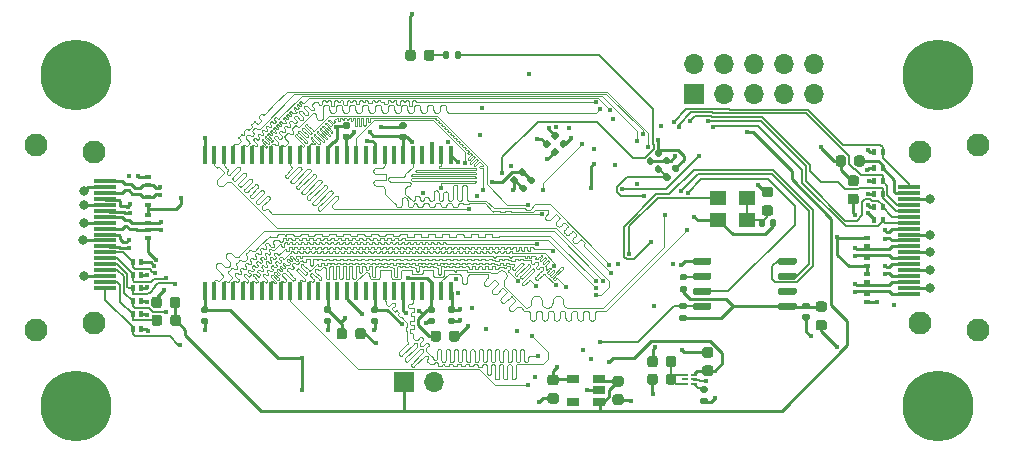
<source format=gbr>
%TF.GenerationSoftware,KiCad,Pcbnew,(5.1.10)-1*%
%TF.CreationDate,2021-07-15T20:54:41+02:00*%
%TF.ProjectId,HighSpeed,48696768-5370-4656-9564-2e6b69636164,rev?*%
%TF.SameCoordinates,Original*%
%TF.FileFunction,Copper,L4,Bot*%
%TF.FilePolarity,Positive*%
%FSLAX46Y46*%
G04 Gerber Fmt 4.6, Leading zero omitted, Abs format (unit mm)*
G04 Created by KiCad (PCBNEW (5.1.10)-1) date 2021-07-15 20:54:41*
%MOMM*%
%LPD*%
G01*
G04 APERTURE LIST*
%TA.AperFunction,ComponentPad*%
%ADD10C,6.000000*%
%TD*%
%TA.AperFunction,SMDPad,CuDef*%
%ADD11R,0.458000X1.510000*%
%TD*%
%TA.AperFunction,ComponentPad*%
%ADD12O,1.700000X1.700000*%
%TD*%
%TA.AperFunction,ComponentPad*%
%ADD13R,1.700000X1.700000*%
%TD*%
%TA.AperFunction,SMDPad,CuDef*%
%ADD14R,1.400000X1.200000*%
%TD*%
%TA.AperFunction,SMDPad,CuDef*%
%ADD15R,0.300000X0.550000*%
%TD*%
%TA.AperFunction,SMDPad,CuDef*%
%ADD16R,0.550000X0.300000*%
%TD*%
%TA.AperFunction,SMDPad,CuDef*%
%ADD17R,1.900000X0.300000*%
%TD*%
%TA.AperFunction,ComponentPad*%
%ADD18C,1.950000*%
%TD*%
%TA.AperFunction,SMDPad,CuDef*%
%ADD19R,0.530000X0.280000*%
%TD*%
%TA.AperFunction,SMDPad,CuDef*%
%ADD20R,1.060000X0.650000*%
%TD*%
%TA.AperFunction,ViaPad*%
%ADD21C,0.800000*%
%TD*%
%TA.AperFunction,ViaPad*%
%ADD22C,0.450000*%
%TD*%
%TA.AperFunction,Conductor*%
%ADD23C,0.254000*%
%TD*%
%TA.AperFunction,Conductor*%
%ADD24C,0.152400*%
%TD*%
%TA.AperFunction,Conductor*%
%ADD25C,0.088900*%
%TD*%
G04 APERTURE END LIST*
D10*
%TO.P,REF\u002A\u002A,1*%
%TO.N,GND*%
X108000000Y-118950000D03*
%TD*%
%TO.P,REF\u002A\u002A,1*%
%TO.N,GND*%
X181000000Y-118950000D03*
%TD*%
%TO.P,REF\u002A\u002A,1*%
%TO.N,GND*%
X181000000Y-90950000D03*
%TD*%
%TO.P,REF\u002A\u002A,1*%
%TO.N,GND*%
X108000000Y-90950000D03*
%TD*%
D11*
%TO.P,U1,54*%
%TO.N,GND*%
X139730000Y-97750000D03*
%TO.P,U1,53*%
%TO.N,/DQ7*%
X138930000Y-97750000D03*
%TO.P,U1,52*%
%TO.N,GND*%
X138130000Y-97750000D03*
%TO.P,U1,51*%
%TO.N,N/C*%
X137330000Y-97750000D03*
%TO.P,U1,50*%
%TO.N,/DQ6*%
X136530000Y-97750000D03*
%TO.P,U1,49*%
%TO.N,/VDDQ_RAM*%
X135730000Y-97750000D03*
%TO.P,U1,48*%
%TO.N,N/C*%
X134930000Y-97750000D03*
%TO.P,U1,47*%
%TO.N,/DQ5*%
X134130000Y-97750000D03*
%TO.P,U1,46*%
%TO.N,GND*%
X133330000Y-97750000D03*
%TO.P,U1,45*%
%TO.N,N/C*%
X132530000Y-97750000D03*
%TO.P,U1,44*%
%TO.N,/DQ4*%
X131730000Y-97750000D03*
%TO.P,U1,43*%
%TO.N,/VDDQ_RAM*%
X130930000Y-97750000D03*
%TO.P,U1,42*%
%TO.N,N/C*%
X130130000Y-97750000D03*
%TO.P,U1,41*%
%TO.N,GND*%
X129330000Y-97750000D03*
%TO.P,U1,40*%
%TO.N,N/C*%
X128530000Y-97750000D03*
%TO.P,U1,39*%
%TO.N,/DQM*%
X127730000Y-97750000D03*
%TO.P,U1,38*%
%TO.N,/CLK*%
X126930000Y-97750000D03*
%TO.P,U1,37*%
%TO.N,/CKE*%
X126130000Y-97750000D03*
%TO.P,U1,36*%
%TO.N,/A12*%
X125330000Y-97750000D03*
%TO.P,U1,35*%
%TO.N,/A11*%
X124530000Y-97750000D03*
%TO.P,U1,34*%
%TO.N,/A9*%
X123730000Y-97750000D03*
%TO.P,U1,33*%
%TO.N,/A8*%
X122930000Y-97750000D03*
%TO.P,U1,32*%
%TO.N,/A7*%
X122130000Y-97750000D03*
%TO.P,U1,31*%
%TO.N,/A6*%
X121330000Y-97750000D03*
%TO.P,U1,30*%
%TO.N,/A5*%
X120530000Y-97750000D03*
%TO.P,U1,29*%
%TO.N,/A4*%
X119730000Y-97750000D03*
%TO.P,U1,28*%
%TO.N,GND*%
X118930000Y-97750000D03*
%TO.P,U1,27*%
%TO.N,/VDD_RAM*%
X118930000Y-109250000D03*
%TO.P,U1,26*%
%TO.N,/A3*%
X119730000Y-109250000D03*
%TO.P,U1,25*%
%TO.N,/A2*%
X120530000Y-109250000D03*
%TO.P,U1,24*%
%TO.N,/A1*%
X121330000Y-109250000D03*
%TO.P,U1,23*%
%TO.N,/A0*%
X122130000Y-109250000D03*
%TO.P,U1,22*%
%TO.N,/A10*%
X122930000Y-109250000D03*
%TO.P,U1,21*%
%TO.N,/BA1*%
X123730000Y-109250000D03*
%TO.P,U1,20*%
%TO.N,/BA0*%
X124530000Y-109250000D03*
%TO.P,U1,19*%
%TO.N,/CS#*%
X125330000Y-109250000D03*
%TO.P,U1,18*%
%TO.N,/RAS#*%
X126130000Y-109250000D03*
%TO.P,U1,17*%
%TO.N,/CAS#*%
X126930000Y-109250000D03*
%TO.P,U1,16*%
%TO.N,/WE#*%
X127730000Y-109250000D03*
%TO.P,U1,15*%
%TO.N,N/C*%
X128530000Y-109250000D03*
%TO.P,U1,14*%
%TO.N,/VDD_RAM*%
X129330000Y-109250000D03*
%TO.P,U1,13*%
%TO.N,N/C*%
X130130000Y-109250000D03*
%TO.P,U1,12*%
%TO.N,GND*%
X130930000Y-109250000D03*
%TO.P,U1,11*%
%TO.N,/DQ3*%
X131730000Y-109250000D03*
%TO.P,U1,10*%
%TO.N,N/C*%
X132530000Y-109250000D03*
%TO.P,U1,9*%
%TO.N,/VDDQ_RAM*%
X133330000Y-109250000D03*
%TO.P,U1,8*%
%TO.N,/DQ2*%
X134130000Y-109250000D03*
%TO.P,U1,7*%
%TO.N,N/C*%
X134930000Y-109250000D03*
%TO.P,U1,6*%
%TO.N,GND*%
X135730000Y-109250000D03*
%TO.P,U1,5*%
%TO.N,/DQ1*%
X136530000Y-109250000D03*
%TO.P,U1,4*%
%TO.N,N/C*%
X137330000Y-109250000D03*
%TO.P,U1,3*%
%TO.N,/VDDQ_RAM*%
X138130000Y-109250000D03*
%TO.P,U1,2*%
%TO.N,/DQ0*%
X138930000Y-109250000D03*
%TO.P,U1,1*%
%TO.N,/VDD_RAM*%
X139730000Y-109250000D03*
%TD*%
D12*
%TO.P,J1,10*%
%TO.N,GND*%
X170460000Y-90010000D03*
%TO.P,J1,9*%
%TO.N,/TDI*%
X170460000Y-92550000D03*
%TO.P,J1,8*%
%TO.N,N/C*%
X167920000Y-90010000D03*
%TO.P,J1,7*%
X167920000Y-92550000D03*
%TO.P,J1,6*%
X165380000Y-90010000D03*
%TO.P,J1,5*%
%TO.N,/TMS*%
X165380000Y-92550000D03*
%TO.P,J1,4*%
%TO.N,+3V3*%
X162840000Y-90010000D03*
%TO.P,J1,3*%
%TO.N,/TDO*%
X162840000Y-92550000D03*
%TO.P,J1,2*%
%TO.N,GND*%
X160300000Y-90010000D03*
D13*
%TO.P,J1,1*%
%TO.N,/TCK*%
X160300000Y-92550000D03*
%TD*%
%TO.P,U5,1*%
%TO.N,/CS*%
%TA.AperFunction,SMDPad,CuDef*%
G36*
G01*
X160210000Y-110665000D02*
X160210000Y-110365000D01*
G75*
G02*
X160360000Y-110215000I150000J0D01*
G01*
X161660000Y-110215000D01*
G75*
G02*
X161810000Y-110365000I0J-150000D01*
G01*
X161810000Y-110665000D01*
G75*
G02*
X161660000Y-110815000I-150000J0D01*
G01*
X160360000Y-110815000D01*
G75*
G02*
X160210000Y-110665000I0J150000D01*
G01*
G37*
%TD.AperFunction*%
%TO.P,U5,2*%
%TO.N,/SO*%
%TA.AperFunction,SMDPad,CuDef*%
G36*
G01*
X160210000Y-109395000D02*
X160210000Y-109095000D01*
G75*
G02*
X160360000Y-108945000I150000J0D01*
G01*
X161660000Y-108945000D01*
G75*
G02*
X161810000Y-109095000I0J-150000D01*
G01*
X161810000Y-109395000D01*
G75*
G02*
X161660000Y-109545000I-150000J0D01*
G01*
X160360000Y-109545000D01*
G75*
G02*
X160210000Y-109395000I0J150000D01*
G01*
G37*
%TD.AperFunction*%
%TO.P,U5,3*%
%TO.N,Net-(R4-Pad2)*%
%TA.AperFunction,SMDPad,CuDef*%
G36*
G01*
X160210000Y-108125000D02*
X160210000Y-107825000D01*
G75*
G02*
X160360000Y-107675000I150000J0D01*
G01*
X161660000Y-107675000D01*
G75*
G02*
X161810000Y-107825000I0J-150000D01*
G01*
X161810000Y-108125000D01*
G75*
G02*
X161660000Y-108275000I-150000J0D01*
G01*
X160360000Y-108275000D01*
G75*
G02*
X160210000Y-108125000I0J150000D01*
G01*
G37*
%TD.AperFunction*%
%TO.P,U5,4*%
%TO.N,GND*%
%TA.AperFunction,SMDPad,CuDef*%
G36*
G01*
X160210000Y-106855000D02*
X160210000Y-106555000D01*
G75*
G02*
X160360000Y-106405000I150000J0D01*
G01*
X161660000Y-106405000D01*
G75*
G02*
X161810000Y-106555000I0J-150000D01*
G01*
X161810000Y-106855000D01*
G75*
G02*
X161660000Y-107005000I-150000J0D01*
G01*
X160360000Y-107005000D01*
G75*
G02*
X160210000Y-106855000I0J150000D01*
G01*
G37*
%TD.AperFunction*%
%TO.P,U5,5*%
%TO.N,/SI*%
%TA.AperFunction,SMDPad,CuDef*%
G36*
G01*
X167410000Y-106855000D02*
X167410000Y-106555000D01*
G75*
G02*
X167560000Y-106405000I150000J0D01*
G01*
X168860000Y-106405000D01*
G75*
G02*
X169010000Y-106555000I0J-150000D01*
G01*
X169010000Y-106855000D01*
G75*
G02*
X168860000Y-107005000I-150000J0D01*
G01*
X167560000Y-107005000D01*
G75*
G02*
X167410000Y-106855000I0J150000D01*
G01*
G37*
%TD.AperFunction*%
%TO.P,U5,6*%
%TO.N,/SCK*%
%TA.AperFunction,SMDPad,CuDef*%
G36*
G01*
X167410000Y-108125000D02*
X167410000Y-107825000D01*
G75*
G02*
X167560000Y-107675000I150000J0D01*
G01*
X168860000Y-107675000D01*
G75*
G02*
X169010000Y-107825000I0J-150000D01*
G01*
X169010000Y-108125000D01*
G75*
G02*
X168860000Y-108275000I-150000J0D01*
G01*
X167560000Y-108275000D01*
G75*
G02*
X167410000Y-108125000I0J150000D01*
G01*
G37*
%TD.AperFunction*%
%TO.P,U5,7*%
%TO.N,N/C*%
%TA.AperFunction,SMDPad,CuDef*%
G36*
G01*
X167410000Y-109395000D02*
X167410000Y-109095000D01*
G75*
G02*
X167560000Y-108945000I150000J0D01*
G01*
X168860000Y-108945000D01*
G75*
G02*
X169010000Y-109095000I0J-150000D01*
G01*
X169010000Y-109395000D01*
G75*
G02*
X168860000Y-109545000I-150000J0D01*
G01*
X167560000Y-109545000D01*
G75*
G02*
X167410000Y-109395000I0J150000D01*
G01*
G37*
%TD.AperFunction*%
%TO.P,U5,8*%
%TO.N,/VDD_FLASH*%
%TA.AperFunction,SMDPad,CuDef*%
G36*
G01*
X167410000Y-110665000D02*
X167410000Y-110365000D01*
G75*
G02*
X167560000Y-110215000I150000J0D01*
G01*
X168860000Y-110215000D01*
G75*
G02*
X169010000Y-110365000I0J-150000D01*
G01*
X169010000Y-110665000D01*
G75*
G02*
X168860000Y-110815000I-150000J0D01*
G01*
X167560000Y-110815000D01*
G75*
G02*
X167410000Y-110665000I0J150000D01*
G01*
G37*
%TD.AperFunction*%
%TD*%
%TO.P,R19,2*%
%TO.N,Net-(D30-Pad2)*%
%TA.AperFunction,SMDPad,CuDef*%
G36*
G01*
X139610000Y-89055000D02*
X139610000Y-89425000D01*
G75*
G02*
X139475000Y-89560000I-135000J0D01*
G01*
X139205000Y-89560000D01*
G75*
G02*
X139070000Y-89425000I0J135000D01*
G01*
X139070000Y-89055000D01*
G75*
G02*
X139205000Y-88920000I135000J0D01*
G01*
X139475000Y-88920000D01*
G75*
G02*
X139610000Y-89055000I0J-135000D01*
G01*
G37*
%TD.AperFunction*%
%TO.P,R19,1*%
%TO.N,Net-(R19-Pad1)*%
%TA.AperFunction,SMDPad,CuDef*%
G36*
G01*
X140630000Y-89055000D02*
X140630000Y-89425000D01*
G75*
G02*
X140495000Y-89560000I-135000J0D01*
G01*
X140225000Y-89560000D01*
G75*
G02*
X140090000Y-89425000I0J135000D01*
G01*
X140090000Y-89055000D01*
G75*
G02*
X140225000Y-88920000I135000J0D01*
G01*
X140495000Y-88920000D01*
G75*
G02*
X140630000Y-89055000I0J-135000D01*
G01*
G37*
%TD.AperFunction*%
%TD*%
%TO.P,D30,2*%
%TO.N,Net-(D30-Pad2)*%
%TA.AperFunction,SMDPad,CuDef*%
G36*
G01*
X137460000Y-89526250D02*
X137460000Y-89013750D01*
G75*
G02*
X137678750Y-88795000I218750J0D01*
G01*
X138116250Y-88795000D01*
G75*
G02*
X138335000Y-89013750I0J-218750D01*
G01*
X138335000Y-89526250D01*
G75*
G02*
X138116250Y-89745000I-218750J0D01*
G01*
X137678750Y-89745000D01*
G75*
G02*
X137460000Y-89526250I0J218750D01*
G01*
G37*
%TD.AperFunction*%
%TO.P,D30,1*%
%TO.N,GND*%
%TA.AperFunction,SMDPad,CuDef*%
G36*
G01*
X135885000Y-89526250D02*
X135885000Y-89013750D01*
G75*
G02*
X136103750Y-88795000I218750J0D01*
G01*
X136541250Y-88795000D01*
G75*
G02*
X136760000Y-89013750I0J-218750D01*
G01*
X136760000Y-89526250D01*
G75*
G02*
X136541250Y-89745000I-218750J0D01*
G01*
X136103750Y-89745000D01*
G75*
G02*
X135885000Y-89526250I0J218750D01*
G01*
G37*
%TD.AperFunction*%
%TD*%
%TO.P,R18,2*%
%TO.N,/CS*%
%TA.AperFunction,SMDPad,CuDef*%
G36*
G01*
X159585000Y-110760000D02*
X159215000Y-110760000D01*
G75*
G02*
X159080000Y-110625000I0J135000D01*
G01*
X159080000Y-110355000D01*
G75*
G02*
X159215000Y-110220000I135000J0D01*
G01*
X159585000Y-110220000D01*
G75*
G02*
X159720000Y-110355000I0J-135000D01*
G01*
X159720000Y-110625000D01*
G75*
G02*
X159585000Y-110760000I-135000J0D01*
G01*
G37*
%TD.AperFunction*%
%TO.P,R18,1*%
%TO.N,/VDD_FLASH*%
%TA.AperFunction,SMDPad,CuDef*%
G36*
G01*
X159585000Y-111780000D02*
X159215000Y-111780000D01*
G75*
G02*
X159080000Y-111645000I0J135000D01*
G01*
X159080000Y-111375000D01*
G75*
G02*
X159215000Y-111240000I135000J0D01*
G01*
X159585000Y-111240000D01*
G75*
G02*
X159720000Y-111375000I0J-135000D01*
G01*
X159720000Y-111645000D01*
G75*
G02*
X159585000Y-111780000I-135000J0D01*
G01*
G37*
%TD.AperFunction*%
%TD*%
%TO.P,R4,2*%
%TO.N,Net-(R4-Pad2)*%
%TA.AperFunction,SMDPad,CuDef*%
G36*
G01*
X159615000Y-108320000D02*
X159245000Y-108320000D01*
G75*
G02*
X159110000Y-108185000I0J135000D01*
G01*
X159110000Y-107915000D01*
G75*
G02*
X159245000Y-107780000I135000J0D01*
G01*
X159615000Y-107780000D01*
G75*
G02*
X159750000Y-107915000I0J-135000D01*
G01*
X159750000Y-108185000D01*
G75*
G02*
X159615000Y-108320000I-135000J0D01*
G01*
G37*
%TD.AperFunction*%
%TO.P,R4,1*%
%TO.N,/VDD_FLASH*%
%TA.AperFunction,SMDPad,CuDef*%
G36*
G01*
X159615000Y-109340000D02*
X159245000Y-109340000D01*
G75*
G02*
X159110000Y-109205000I0J135000D01*
G01*
X159110000Y-108935000D01*
G75*
G02*
X159245000Y-108800000I135000J0D01*
G01*
X159615000Y-108800000D01*
G75*
G02*
X159750000Y-108935000I0J-135000D01*
G01*
X159750000Y-109205000D01*
G75*
G02*
X159615000Y-109340000I-135000J0D01*
G01*
G37*
%TD.AperFunction*%
%TD*%
%TO.P,FB12,2*%
%TO.N,/VDD_FLASH*%
%TA.AperFunction,SMDPad,CuDef*%
G36*
G01*
X171366250Y-110990000D02*
X170853750Y-110990000D01*
G75*
G02*
X170635000Y-110771250I0J218750D01*
G01*
X170635000Y-110333750D01*
G75*
G02*
X170853750Y-110115000I218750J0D01*
G01*
X171366250Y-110115000D01*
G75*
G02*
X171585000Y-110333750I0J-218750D01*
G01*
X171585000Y-110771250D01*
G75*
G02*
X171366250Y-110990000I-218750J0D01*
G01*
G37*
%TD.AperFunction*%
%TO.P,FB12,1*%
%TO.N,+3V3*%
%TA.AperFunction,SMDPad,CuDef*%
G36*
G01*
X171366250Y-112565000D02*
X170853750Y-112565000D01*
G75*
G02*
X170635000Y-112346250I0J218750D01*
G01*
X170635000Y-111908750D01*
G75*
G02*
X170853750Y-111690000I218750J0D01*
G01*
X171366250Y-111690000D01*
G75*
G02*
X171585000Y-111908750I0J-218750D01*
G01*
X171585000Y-112346250D01*
G75*
G02*
X171366250Y-112565000I-218750J0D01*
G01*
G37*
%TD.AperFunction*%
%TD*%
%TO.P,C2,2*%
%TO.N,GND*%
%TA.AperFunction,SMDPad,CuDef*%
G36*
G01*
X169640000Y-111170000D02*
X169980000Y-111170000D01*
G75*
G02*
X170120000Y-111310000I0J-140000D01*
G01*
X170120000Y-111590000D01*
G75*
G02*
X169980000Y-111730000I-140000J0D01*
G01*
X169640000Y-111730000D01*
G75*
G02*
X169500000Y-111590000I0J140000D01*
G01*
X169500000Y-111310000D01*
G75*
G02*
X169640000Y-111170000I140000J0D01*
G01*
G37*
%TD.AperFunction*%
%TO.P,C2,1*%
%TO.N,/VDD_FLASH*%
%TA.AperFunction,SMDPad,CuDef*%
G36*
G01*
X169640000Y-110210000D02*
X169980000Y-110210000D01*
G75*
G02*
X170120000Y-110350000I0J-140000D01*
G01*
X170120000Y-110630000D01*
G75*
G02*
X169980000Y-110770000I-140000J0D01*
G01*
X169640000Y-110770000D01*
G75*
G02*
X169500000Y-110630000I0J140000D01*
G01*
X169500000Y-110350000D01*
G75*
G02*
X169640000Y-110210000I140000J0D01*
G01*
G37*
%TD.AperFunction*%
%TD*%
D14*
%TO.P,X1,4*%
%TO.N,Net-(C35-Pad1)*%
X164798269Y-101349275D03*
%TO.P,X1,3*%
%TO.N,Net-(U2-Pad43)*%
X162398269Y-101349275D03*
%TO.P,X1,2*%
%TO.N,GND*%
X162398269Y-103249275D03*
%TO.P,X1,1*%
%TO.N,Net-(C35-Pad1)*%
X164798269Y-103249275D03*
%TD*%
%TO.P,FB11,2*%
%TO.N,Net-(D28-Pad1)*%
%TA.AperFunction,SMDPad,CuDef*%
G36*
G01*
X173900000Y-98476250D02*
X173900000Y-97963750D01*
G75*
G02*
X174118750Y-97745000I218750J0D01*
G01*
X174556250Y-97745000D01*
G75*
G02*
X174775000Y-97963750I0J-218750D01*
G01*
X174775000Y-98476250D01*
G75*
G02*
X174556250Y-98695000I-218750J0D01*
G01*
X174118750Y-98695000D01*
G75*
G02*
X173900000Y-98476250I0J218750D01*
G01*
G37*
%TD.AperFunction*%
%TO.P,FB11,1*%
%TO.N,+5V*%
%TA.AperFunction,SMDPad,CuDef*%
G36*
G01*
X172325000Y-98476250D02*
X172325000Y-97963750D01*
G75*
G02*
X172543750Y-97745000I218750J0D01*
G01*
X172981250Y-97745000D01*
G75*
G02*
X173200000Y-97963750I0J-218750D01*
G01*
X173200000Y-98476250D01*
G75*
G02*
X172981250Y-98695000I-218750J0D01*
G01*
X172543750Y-98695000D01*
G75*
G02*
X172325000Y-98476250I0J218750D01*
G01*
G37*
%TD.AperFunction*%
%TD*%
%TO.P,FB10,2*%
%TO.N,Net-(D29-Pad1)*%
%TA.AperFunction,SMDPad,CuDef*%
G36*
G01*
X115290000Y-111453750D02*
X115290000Y-111966250D01*
G75*
G02*
X115071250Y-112185000I-218750J0D01*
G01*
X114633750Y-112185000D01*
G75*
G02*
X114415000Y-111966250I0J218750D01*
G01*
X114415000Y-111453750D01*
G75*
G02*
X114633750Y-111235000I218750J0D01*
G01*
X115071250Y-111235000D01*
G75*
G02*
X115290000Y-111453750I0J-218750D01*
G01*
G37*
%TD.AperFunction*%
%TO.P,FB10,1*%
%TO.N,+5V*%
%TA.AperFunction,SMDPad,CuDef*%
G36*
G01*
X116865000Y-111453750D02*
X116865000Y-111966250D01*
G75*
G02*
X116646250Y-112185000I-218750J0D01*
G01*
X116208750Y-112185000D01*
G75*
G02*
X115990000Y-111966250I0J218750D01*
G01*
X115990000Y-111453750D01*
G75*
G02*
X116208750Y-111235000I218750J0D01*
G01*
X116646250Y-111235000D01*
G75*
G02*
X116865000Y-111453750I0J-218750D01*
G01*
G37*
%TD.AperFunction*%
%TD*%
%TO.P,FB9,2*%
%TO.N,Net-(C35-Pad1)*%
%TA.AperFunction,SMDPad,CuDef*%
G36*
G01*
X166294899Y-101981766D02*
X166807399Y-101981766D01*
G75*
G02*
X167026149Y-102200516I0J-218750D01*
G01*
X167026149Y-102638016D01*
G75*
G02*
X166807399Y-102856766I-218750J0D01*
G01*
X166294899Y-102856766D01*
G75*
G02*
X166076149Y-102638016I0J218750D01*
G01*
X166076149Y-102200516D01*
G75*
G02*
X166294899Y-101981766I218750J0D01*
G01*
G37*
%TD.AperFunction*%
%TO.P,FB9,1*%
%TO.N,+3V3*%
%TA.AperFunction,SMDPad,CuDef*%
G36*
G01*
X166294899Y-100406766D02*
X166807399Y-100406766D01*
G75*
G02*
X167026149Y-100625516I0J-218750D01*
G01*
X167026149Y-101063016D01*
G75*
G02*
X166807399Y-101281766I-218750J0D01*
G01*
X166294899Y-101281766D01*
G75*
G02*
X166076149Y-101063016I0J218750D01*
G01*
X166076149Y-100625516D01*
G75*
G02*
X166294899Y-100406766I218750J0D01*
G01*
G37*
%TD.AperFunction*%
%TD*%
%TO.P,FB8,2*%
%TO.N,+3V3*%
%TA.AperFunction,SMDPad,CuDef*%
G36*
G01*
X157250000Y-116443750D02*
X157250000Y-116956250D01*
G75*
G02*
X157031250Y-117175000I-218750J0D01*
G01*
X156593750Y-117175000D01*
G75*
G02*
X156375000Y-116956250I0J218750D01*
G01*
X156375000Y-116443750D01*
G75*
G02*
X156593750Y-116225000I218750J0D01*
G01*
X157031250Y-116225000D01*
G75*
G02*
X157250000Y-116443750I0J-218750D01*
G01*
G37*
%TD.AperFunction*%
%TO.P,FB8,1*%
%TO.N,Net-(C26-Pad1)*%
%TA.AperFunction,SMDPad,CuDef*%
G36*
G01*
X158825000Y-116443750D02*
X158825000Y-116956250D01*
G75*
G02*
X158606250Y-117175000I-218750J0D01*
G01*
X158168750Y-117175000D01*
G75*
G02*
X157950000Y-116956250I0J218750D01*
G01*
X157950000Y-116443750D01*
G75*
G02*
X158168750Y-116225000I218750J0D01*
G01*
X158606250Y-116225000D01*
G75*
G02*
X158825000Y-116443750I0J-218750D01*
G01*
G37*
%TD.AperFunction*%
%TD*%
%TO.P,FB2,2*%
%TO.N,+3V3*%
%TA.AperFunction,SMDPad,CuDef*%
G36*
G01*
X131650000Y-113106250D02*
X131650000Y-112593750D01*
G75*
G02*
X131868750Y-112375000I218750J0D01*
G01*
X132306250Y-112375000D01*
G75*
G02*
X132525000Y-112593750I0J-218750D01*
G01*
X132525000Y-113106250D01*
G75*
G02*
X132306250Y-113325000I-218750J0D01*
G01*
X131868750Y-113325000D01*
G75*
G02*
X131650000Y-113106250I0J218750D01*
G01*
G37*
%TD.AperFunction*%
%TO.P,FB2,1*%
%TO.N,/VDD_RAM*%
%TA.AperFunction,SMDPad,CuDef*%
G36*
G01*
X130075000Y-113106250D02*
X130075000Y-112593750D01*
G75*
G02*
X130293750Y-112375000I218750J0D01*
G01*
X130731250Y-112375000D01*
G75*
G02*
X130950000Y-112593750I0J-218750D01*
G01*
X130950000Y-113106250D01*
G75*
G02*
X130731250Y-113325000I-218750J0D01*
G01*
X130293750Y-113325000D01*
G75*
G02*
X130075000Y-113106250I0J218750D01*
G01*
G37*
%TD.AperFunction*%
%TD*%
%TO.P,FB1,2*%
%TO.N,+3V3*%
%TA.AperFunction,SMDPad,CuDef*%
G36*
G01*
X139600000Y-113306250D02*
X139600000Y-112793750D01*
G75*
G02*
X139818750Y-112575000I218750J0D01*
G01*
X140256250Y-112575000D01*
G75*
G02*
X140475000Y-112793750I0J-218750D01*
G01*
X140475000Y-113306250D01*
G75*
G02*
X140256250Y-113525000I-218750J0D01*
G01*
X139818750Y-113525000D01*
G75*
G02*
X139600000Y-113306250I0J218750D01*
G01*
G37*
%TD.AperFunction*%
%TO.P,FB1,1*%
%TO.N,/VDDQ_RAM*%
%TA.AperFunction,SMDPad,CuDef*%
G36*
G01*
X138025000Y-113306250D02*
X138025000Y-112793750D01*
G75*
G02*
X138243750Y-112575000I218750J0D01*
G01*
X138681250Y-112575000D01*
G75*
G02*
X138900000Y-112793750I0J-218750D01*
G01*
X138900000Y-113306250D01*
G75*
G02*
X138681250Y-113525000I-218750J0D01*
G01*
X138243750Y-113525000D01*
G75*
G02*
X138025000Y-113306250I0J218750D01*
G01*
G37*
%TD.AperFunction*%
%TD*%
%TO.P,C1,2*%
%TO.N,GND*%
%TA.AperFunction,SMDPad,CuDef*%
G36*
G01*
X115275000Y-109950000D02*
X115275000Y-110450000D01*
G75*
G02*
X115050000Y-110675000I-225000J0D01*
G01*
X114600000Y-110675000D01*
G75*
G02*
X114375000Y-110450000I0J225000D01*
G01*
X114375000Y-109950000D01*
G75*
G02*
X114600000Y-109725000I225000J0D01*
G01*
X115050000Y-109725000D01*
G75*
G02*
X115275000Y-109950000I0J-225000D01*
G01*
G37*
%TD.AperFunction*%
%TO.P,C1,1*%
%TO.N,+5V*%
%TA.AperFunction,SMDPad,CuDef*%
G36*
G01*
X116825000Y-109950000D02*
X116825000Y-110450000D01*
G75*
G02*
X116600000Y-110675000I-225000J0D01*
G01*
X116150000Y-110675000D01*
G75*
G02*
X115925000Y-110450000I0J225000D01*
G01*
X115925000Y-109950000D01*
G75*
G02*
X116150000Y-109725000I225000J0D01*
G01*
X116600000Y-109725000D01*
G75*
G02*
X116825000Y-109950000I0J-225000D01*
G01*
G37*
%TD.AperFunction*%
%TD*%
%TO.P,C35,2*%
%TO.N,GND*%
%TA.AperFunction,SMDPad,CuDef*%
G36*
G01*
X166751148Y-103640245D02*
X166751148Y-103300245D01*
G75*
G02*
X166891148Y-103160245I140000J0D01*
G01*
X167171148Y-103160245D01*
G75*
G02*
X167311148Y-103300245I0J-140000D01*
G01*
X167311148Y-103640245D01*
G75*
G02*
X167171148Y-103780245I-140000J0D01*
G01*
X166891148Y-103780245D01*
G75*
G02*
X166751148Y-103640245I0J140000D01*
G01*
G37*
%TD.AperFunction*%
%TO.P,C35,1*%
%TO.N,Net-(C35-Pad1)*%
%TA.AperFunction,SMDPad,CuDef*%
G36*
G01*
X165791148Y-103640245D02*
X165791148Y-103300245D01*
G75*
G02*
X165931148Y-103160245I140000J0D01*
G01*
X166211148Y-103160245D01*
G75*
G02*
X166351148Y-103300245I0J-140000D01*
G01*
X166351148Y-103640245D01*
G75*
G02*
X166211148Y-103780245I-140000J0D01*
G01*
X165931148Y-103780245D01*
G75*
G02*
X165791148Y-103640245I0J140000D01*
G01*
G37*
%TD.AperFunction*%
%TD*%
%TO.P,C29,2*%
%TO.N,GND*%
%TA.AperFunction,SMDPad,CuDef*%
G36*
G01*
X173560000Y-100995000D02*
X174060000Y-100995000D01*
G75*
G02*
X174285000Y-101220000I0J-225000D01*
G01*
X174285000Y-101670000D01*
G75*
G02*
X174060000Y-101895000I-225000J0D01*
G01*
X173560000Y-101895000D01*
G75*
G02*
X173335000Y-101670000I0J225000D01*
G01*
X173335000Y-101220000D01*
G75*
G02*
X173560000Y-100995000I225000J0D01*
G01*
G37*
%TD.AperFunction*%
%TO.P,C29,1*%
%TO.N,+5V*%
%TA.AperFunction,SMDPad,CuDef*%
G36*
G01*
X173560000Y-99445000D02*
X174060000Y-99445000D01*
G75*
G02*
X174285000Y-99670000I0J-225000D01*
G01*
X174285000Y-100120000D01*
G75*
G02*
X174060000Y-100345000I-225000J0D01*
G01*
X173560000Y-100345000D01*
G75*
G02*
X173335000Y-100120000I0J225000D01*
G01*
X173335000Y-99670000D01*
G75*
G02*
X173560000Y-99445000I225000J0D01*
G01*
G37*
%TD.AperFunction*%
%TD*%
%TO.P,C28,2*%
%TO.N,GND*%
%TA.AperFunction,SMDPad,CuDef*%
G36*
G01*
X161750000Y-114875000D02*
X161250000Y-114875000D01*
G75*
G02*
X161025000Y-114650000I0J225000D01*
G01*
X161025000Y-114200000D01*
G75*
G02*
X161250000Y-113975000I225000J0D01*
G01*
X161750000Y-113975000D01*
G75*
G02*
X161975000Y-114200000I0J-225000D01*
G01*
X161975000Y-114650000D01*
G75*
G02*
X161750000Y-114875000I-225000J0D01*
G01*
G37*
%TD.AperFunction*%
%TO.P,C28,1*%
%TO.N,+1V2*%
%TA.AperFunction,SMDPad,CuDef*%
G36*
G01*
X161750000Y-116425000D02*
X161250000Y-116425000D01*
G75*
G02*
X161025000Y-116200000I0J225000D01*
G01*
X161025000Y-115750000D01*
G75*
G02*
X161250000Y-115525000I225000J0D01*
G01*
X161750000Y-115525000D01*
G75*
G02*
X161975000Y-115750000I0J-225000D01*
G01*
X161975000Y-116200000D01*
G75*
G02*
X161750000Y-116425000I-225000J0D01*
G01*
G37*
%TD.AperFunction*%
%TD*%
%TO.P,C26,2*%
%TO.N,GND*%
%TA.AperFunction,SMDPad,CuDef*%
G36*
G01*
X157275000Y-114950000D02*
X157275000Y-115450000D01*
G75*
G02*
X157050000Y-115675000I-225000J0D01*
G01*
X156600000Y-115675000D01*
G75*
G02*
X156375000Y-115450000I0J225000D01*
G01*
X156375000Y-114950000D01*
G75*
G02*
X156600000Y-114725000I225000J0D01*
G01*
X157050000Y-114725000D01*
G75*
G02*
X157275000Y-114950000I0J-225000D01*
G01*
G37*
%TD.AperFunction*%
%TO.P,C26,1*%
%TO.N,Net-(C26-Pad1)*%
%TA.AperFunction,SMDPad,CuDef*%
G36*
G01*
X158825000Y-114950000D02*
X158825000Y-115450000D01*
G75*
G02*
X158600000Y-115675000I-225000J0D01*
G01*
X158150000Y-115675000D01*
G75*
G02*
X157925000Y-115450000I0J225000D01*
G01*
X157925000Y-114950000D01*
G75*
G02*
X158150000Y-114725000I225000J0D01*
G01*
X158600000Y-114725000D01*
G75*
G02*
X158825000Y-114950000I0J-225000D01*
G01*
G37*
%TD.AperFunction*%
%TD*%
%TO.P,C25,2*%
%TO.N,GND*%
%TA.AperFunction,SMDPad,CuDef*%
G36*
G01*
X148150000Y-117875000D02*
X148650000Y-117875000D01*
G75*
G02*
X148875000Y-118100000I0J-225000D01*
G01*
X148875000Y-118550000D01*
G75*
G02*
X148650000Y-118775000I-225000J0D01*
G01*
X148150000Y-118775000D01*
G75*
G02*
X147925000Y-118550000I0J225000D01*
G01*
X147925000Y-118100000D01*
G75*
G02*
X148150000Y-117875000I225000J0D01*
G01*
G37*
%TD.AperFunction*%
%TO.P,C25,1*%
%TO.N,+3V3*%
%TA.AperFunction,SMDPad,CuDef*%
G36*
G01*
X148150000Y-116325000D02*
X148650000Y-116325000D01*
G75*
G02*
X148875000Y-116550000I0J-225000D01*
G01*
X148875000Y-117000000D01*
G75*
G02*
X148650000Y-117225000I-225000J0D01*
G01*
X148150000Y-117225000D01*
G75*
G02*
X147925000Y-117000000I0J225000D01*
G01*
X147925000Y-116550000D01*
G75*
G02*
X148150000Y-116325000I225000J0D01*
G01*
G37*
%TD.AperFunction*%
%TD*%
%TO.P,C24,2*%
%TO.N,GND*%
%TA.AperFunction,SMDPad,CuDef*%
G36*
G01*
X153650000Y-117975000D02*
X154150000Y-117975000D01*
G75*
G02*
X154375000Y-118200000I0J-225000D01*
G01*
X154375000Y-118650000D01*
G75*
G02*
X154150000Y-118875000I-225000J0D01*
G01*
X153650000Y-118875000D01*
G75*
G02*
X153425000Y-118650000I0J225000D01*
G01*
X153425000Y-118200000D01*
G75*
G02*
X153650000Y-117975000I225000J0D01*
G01*
G37*
%TD.AperFunction*%
%TO.P,C24,1*%
%TO.N,+5V*%
%TA.AperFunction,SMDPad,CuDef*%
G36*
G01*
X153650000Y-116425000D02*
X154150000Y-116425000D01*
G75*
G02*
X154375000Y-116650000I0J-225000D01*
G01*
X154375000Y-117100000D01*
G75*
G02*
X154150000Y-117325000I-225000J0D01*
G01*
X153650000Y-117325000D01*
G75*
G02*
X153425000Y-117100000I0J225000D01*
G01*
X153425000Y-116650000D01*
G75*
G02*
X153650000Y-116425000I225000J0D01*
G01*
G37*
%TD.AperFunction*%
%TD*%
%TO.P,R2,2*%
%TO.N,GND*%
%TA.AperFunction,SMDPad,CuDef*%
G36*
G01*
X158688520Y-99169909D02*
X158426891Y-98908280D01*
G75*
G02*
X158426891Y-98717362I95459J95459D01*
G01*
X158617810Y-98526443D01*
G75*
G02*
X158808728Y-98526443I95459J-95459D01*
G01*
X159070357Y-98788072D01*
G75*
G02*
X159070357Y-98978990I-95459J-95459D01*
G01*
X158879438Y-99169909D01*
G75*
G02*
X158688520Y-99169909I-95459J95459D01*
G01*
G37*
%TD.AperFunction*%
%TO.P,R2,1*%
%TO.N,/DONE*%
%TA.AperFunction,SMDPad,CuDef*%
G36*
G01*
X157967272Y-99891157D02*
X157705643Y-99629528D01*
G75*
G02*
X157705643Y-99438610I95459J95459D01*
G01*
X157896562Y-99247691D01*
G75*
G02*
X158087480Y-99247691I95459J-95459D01*
G01*
X158349109Y-99509320D01*
G75*
G02*
X158349109Y-99700238I-95459J-95459D01*
G01*
X158158190Y-99891157D01*
G75*
G02*
X157967272Y-99891157I-95459J95459D01*
G01*
G37*
%TD.AperFunction*%
%TD*%
%TO.P,R1,2*%
%TO.N,/DONE*%
%TA.AperFunction,SMDPad,CuDef*%
G36*
G01*
X157376280Y-98587291D02*
X157637909Y-98848920D01*
G75*
G02*
X157637909Y-99039838I-95459J-95459D01*
G01*
X157446990Y-99230757D01*
G75*
G02*
X157256072Y-99230757I-95459J95459D01*
G01*
X156994443Y-98969128D01*
G75*
G02*
X156994443Y-98778210I95459J95459D01*
G01*
X157185362Y-98587291D01*
G75*
G02*
X157376280Y-98587291I95459J-95459D01*
G01*
G37*
%TD.AperFunction*%
%TO.P,R1,1*%
%TO.N,+3V3*%
%TA.AperFunction,SMDPad,CuDef*%
G36*
G01*
X158097528Y-97866043D02*
X158359157Y-98127672D01*
G75*
G02*
X158359157Y-98318590I-95459J-95459D01*
G01*
X158168238Y-98509509D01*
G75*
G02*
X157977320Y-98509509I-95459J95459D01*
G01*
X157715691Y-98247880D01*
G75*
G02*
X157715691Y-98056962I95459J95459D01*
G01*
X157906610Y-97866043D01*
G75*
G02*
X158097528Y-97866043I95459J-95459D01*
G01*
G37*
%TD.AperFunction*%
%TD*%
%TO.P,C34,2*%
%TO.N,GND*%
%TA.AperFunction,SMDPad,CuDef*%
G36*
G01*
X133130000Y-111500000D02*
X133470000Y-111500000D01*
G75*
G02*
X133610000Y-111640000I0J-140000D01*
G01*
X133610000Y-111920000D01*
G75*
G02*
X133470000Y-112060000I-140000J0D01*
G01*
X133130000Y-112060000D01*
G75*
G02*
X132990000Y-111920000I0J140000D01*
G01*
X132990000Y-111640000D01*
G75*
G02*
X133130000Y-111500000I140000J0D01*
G01*
G37*
%TD.AperFunction*%
%TO.P,C34,1*%
%TO.N,/VDDQ_RAM*%
%TA.AperFunction,SMDPad,CuDef*%
G36*
G01*
X133130000Y-110540000D02*
X133470000Y-110540000D01*
G75*
G02*
X133610000Y-110680000I0J-140000D01*
G01*
X133610000Y-110960000D01*
G75*
G02*
X133470000Y-111100000I-140000J0D01*
G01*
X133130000Y-111100000D01*
G75*
G02*
X132990000Y-110960000I0J140000D01*
G01*
X132990000Y-110680000D01*
G75*
G02*
X133130000Y-110540000I140000J0D01*
G01*
G37*
%TD.AperFunction*%
%TD*%
%TO.P,C33,2*%
%TO.N,GND*%
%TA.AperFunction,SMDPad,CuDef*%
G36*
G01*
X137930000Y-111500000D02*
X138270000Y-111500000D01*
G75*
G02*
X138410000Y-111640000I0J-140000D01*
G01*
X138410000Y-111920000D01*
G75*
G02*
X138270000Y-112060000I-140000J0D01*
G01*
X137930000Y-112060000D01*
G75*
G02*
X137790000Y-111920000I0J140000D01*
G01*
X137790000Y-111640000D01*
G75*
G02*
X137930000Y-111500000I140000J0D01*
G01*
G37*
%TD.AperFunction*%
%TO.P,C33,1*%
%TO.N,/VDDQ_RAM*%
%TA.AperFunction,SMDPad,CuDef*%
G36*
G01*
X137930000Y-110540000D02*
X138270000Y-110540000D01*
G75*
G02*
X138410000Y-110680000I0J-140000D01*
G01*
X138410000Y-110960000D01*
G75*
G02*
X138270000Y-111100000I-140000J0D01*
G01*
X137930000Y-111100000D01*
G75*
G02*
X137790000Y-110960000I0J140000D01*
G01*
X137790000Y-110680000D01*
G75*
G02*
X137930000Y-110540000I140000J0D01*
G01*
G37*
%TD.AperFunction*%
%TD*%
%TO.P,C32,2*%
%TO.N,GND*%
%TA.AperFunction,SMDPad,CuDef*%
G36*
G01*
X131070000Y-95500000D02*
X130730000Y-95500000D01*
G75*
G02*
X130590000Y-95360000I0J140000D01*
G01*
X130590000Y-95080000D01*
G75*
G02*
X130730000Y-94940000I140000J0D01*
G01*
X131070000Y-94940000D01*
G75*
G02*
X131210000Y-95080000I0J-140000D01*
G01*
X131210000Y-95360000D01*
G75*
G02*
X131070000Y-95500000I-140000J0D01*
G01*
G37*
%TD.AperFunction*%
%TO.P,C32,1*%
%TO.N,/VDDQ_RAM*%
%TA.AperFunction,SMDPad,CuDef*%
G36*
G01*
X131070000Y-96460000D02*
X130730000Y-96460000D01*
G75*
G02*
X130590000Y-96320000I0J140000D01*
G01*
X130590000Y-96040000D01*
G75*
G02*
X130730000Y-95900000I140000J0D01*
G01*
X131070000Y-95900000D01*
G75*
G02*
X131210000Y-96040000I0J-140000D01*
G01*
X131210000Y-96320000D01*
G75*
G02*
X131070000Y-96460000I-140000J0D01*
G01*
G37*
%TD.AperFunction*%
%TD*%
%TO.P,C31,2*%
%TO.N,GND*%
%TA.AperFunction,SMDPad,CuDef*%
G36*
G01*
X135870000Y-95500000D02*
X135530000Y-95500000D01*
G75*
G02*
X135390000Y-95360000I0J140000D01*
G01*
X135390000Y-95080000D01*
G75*
G02*
X135530000Y-94940000I140000J0D01*
G01*
X135870000Y-94940000D01*
G75*
G02*
X136010000Y-95080000I0J-140000D01*
G01*
X136010000Y-95360000D01*
G75*
G02*
X135870000Y-95500000I-140000J0D01*
G01*
G37*
%TD.AperFunction*%
%TO.P,C31,1*%
%TO.N,/VDDQ_RAM*%
%TA.AperFunction,SMDPad,CuDef*%
G36*
G01*
X135870000Y-96460000D02*
X135530000Y-96460000D01*
G75*
G02*
X135390000Y-96320000I0J140000D01*
G01*
X135390000Y-96040000D01*
G75*
G02*
X135530000Y-95900000I140000J0D01*
G01*
X135870000Y-95900000D01*
G75*
G02*
X136010000Y-96040000I0J-140000D01*
G01*
X136010000Y-96320000D01*
G75*
G02*
X135870000Y-96460000I-140000J0D01*
G01*
G37*
%TD.AperFunction*%
%TD*%
%TO.P,C30,2*%
%TO.N,GND*%
%TA.AperFunction,SMDPad,CuDef*%
G36*
G01*
X139630000Y-111500000D02*
X139970000Y-111500000D01*
G75*
G02*
X140110000Y-111640000I0J-140000D01*
G01*
X140110000Y-111920000D01*
G75*
G02*
X139970000Y-112060000I-140000J0D01*
G01*
X139630000Y-112060000D01*
G75*
G02*
X139490000Y-111920000I0J140000D01*
G01*
X139490000Y-111640000D01*
G75*
G02*
X139630000Y-111500000I140000J0D01*
G01*
G37*
%TD.AperFunction*%
%TO.P,C30,1*%
%TO.N,/VDD_RAM*%
%TA.AperFunction,SMDPad,CuDef*%
G36*
G01*
X139630000Y-110540000D02*
X139970000Y-110540000D01*
G75*
G02*
X140110000Y-110680000I0J-140000D01*
G01*
X140110000Y-110960000D01*
G75*
G02*
X139970000Y-111100000I-140000J0D01*
G01*
X139630000Y-111100000D01*
G75*
G02*
X139490000Y-110960000I0J140000D01*
G01*
X139490000Y-110680000D01*
G75*
G02*
X139630000Y-110540000I140000J0D01*
G01*
G37*
%TD.AperFunction*%
%TD*%
%TO.P,C27,2*%
%TO.N,GND*%
%TA.AperFunction,SMDPad,CuDef*%
G36*
G01*
X161012000Y-118255600D02*
X161352000Y-118255600D01*
G75*
G02*
X161492000Y-118395600I0J-140000D01*
G01*
X161492000Y-118675600D01*
G75*
G02*
X161352000Y-118815600I-140000J0D01*
G01*
X161012000Y-118815600D01*
G75*
G02*
X160872000Y-118675600I0J140000D01*
G01*
X160872000Y-118395600D01*
G75*
G02*
X161012000Y-118255600I140000J0D01*
G01*
G37*
%TD.AperFunction*%
%TO.P,C27,1*%
%TO.N,Net-(C27-Pad1)*%
%TA.AperFunction,SMDPad,CuDef*%
G36*
G01*
X161012000Y-117295600D02*
X161352000Y-117295600D01*
G75*
G02*
X161492000Y-117435600I0J-140000D01*
G01*
X161492000Y-117715600D01*
G75*
G02*
X161352000Y-117855600I-140000J0D01*
G01*
X161012000Y-117855600D01*
G75*
G02*
X160872000Y-117715600I0J140000D01*
G01*
X160872000Y-117435600D01*
G75*
G02*
X161012000Y-117295600I140000J0D01*
G01*
G37*
%TD.AperFunction*%
%TD*%
%TO.P,C21,2*%
%TO.N,GND*%
%TA.AperFunction,SMDPad,CuDef*%
G36*
G01*
X118730000Y-111500000D02*
X119070000Y-111500000D01*
G75*
G02*
X119210000Y-111640000I0J-140000D01*
G01*
X119210000Y-111920000D01*
G75*
G02*
X119070000Y-112060000I-140000J0D01*
G01*
X118730000Y-112060000D01*
G75*
G02*
X118590000Y-111920000I0J140000D01*
G01*
X118590000Y-111640000D01*
G75*
G02*
X118730000Y-111500000I140000J0D01*
G01*
G37*
%TD.AperFunction*%
%TO.P,C21,1*%
%TO.N,/VDD_RAM*%
%TA.AperFunction,SMDPad,CuDef*%
G36*
G01*
X118730000Y-110540000D02*
X119070000Y-110540000D01*
G75*
G02*
X119210000Y-110680000I0J-140000D01*
G01*
X119210000Y-110960000D01*
G75*
G02*
X119070000Y-111100000I-140000J0D01*
G01*
X118730000Y-111100000D01*
G75*
G02*
X118590000Y-110960000I0J140000D01*
G01*
X118590000Y-110680000D01*
G75*
G02*
X118730000Y-110540000I140000J0D01*
G01*
G37*
%TD.AperFunction*%
%TD*%
%TO.P,C18,2*%
%TO.N,GND*%
%TA.AperFunction,SMDPad,CuDef*%
G36*
G01*
X129130000Y-111500000D02*
X129470000Y-111500000D01*
G75*
G02*
X129610000Y-111640000I0J-140000D01*
G01*
X129610000Y-111920000D01*
G75*
G02*
X129470000Y-112060000I-140000J0D01*
G01*
X129130000Y-112060000D01*
G75*
G02*
X128990000Y-111920000I0J140000D01*
G01*
X128990000Y-111640000D01*
G75*
G02*
X129130000Y-111500000I140000J0D01*
G01*
G37*
%TD.AperFunction*%
%TO.P,C18,1*%
%TO.N,/VDD_RAM*%
%TA.AperFunction,SMDPad,CuDef*%
G36*
G01*
X129130000Y-110540000D02*
X129470000Y-110540000D01*
G75*
G02*
X129610000Y-110680000I0J-140000D01*
G01*
X129610000Y-110960000D01*
G75*
G02*
X129470000Y-111100000I-140000J0D01*
G01*
X129130000Y-111100000D01*
G75*
G02*
X128990000Y-110960000I0J140000D01*
G01*
X128990000Y-110680000D01*
G75*
G02*
X129130000Y-110540000I140000J0D01*
G01*
G37*
%TD.AperFunction*%
%TD*%
%TO.P,C16,2*%
%TO.N,GND*%
%TA.AperFunction,SMDPad,CuDef*%
G36*
G01*
X148234817Y-97398025D02*
X148475233Y-97157609D01*
G75*
G02*
X148673223Y-97157609I98995J-98995D01*
G01*
X148871213Y-97355599D01*
G75*
G02*
X148871213Y-97553589I-98995J-98995D01*
G01*
X148630797Y-97794005D01*
G75*
G02*
X148432807Y-97794005I-98995J98995D01*
G01*
X148234817Y-97596015D01*
G75*
G02*
X148234817Y-97398025I98995J98995D01*
G01*
G37*
%TD.AperFunction*%
%TO.P,C16,1*%
%TO.N,+1V2*%
%TA.AperFunction,SMDPad,CuDef*%
G36*
G01*
X147555995Y-96719203D02*
X147796411Y-96478787D01*
G75*
G02*
X147994401Y-96478787I98995J-98995D01*
G01*
X148192391Y-96676777D01*
G75*
G02*
X148192391Y-96874767I-98995J-98995D01*
G01*
X147951975Y-97115183D01*
G75*
G02*
X147753985Y-97115183I-98995J98995D01*
G01*
X147555995Y-96917193D01*
G75*
G02*
X147555995Y-96719203I98995J98995D01*
G01*
G37*
%TD.AperFunction*%
%TD*%
%TO.P,C11,2*%
%TO.N,GND*%
%TA.AperFunction,SMDPad,CuDef*%
G36*
G01*
X148941924Y-96690918D02*
X149182340Y-96450502D01*
G75*
G02*
X149380330Y-96450502I98995J-98995D01*
G01*
X149578320Y-96648492D01*
G75*
G02*
X149578320Y-96846482I-98995J-98995D01*
G01*
X149337904Y-97086898D01*
G75*
G02*
X149139914Y-97086898I-98995J98995D01*
G01*
X148941924Y-96888908D01*
G75*
G02*
X148941924Y-96690918I98995J98995D01*
G01*
G37*
%TD.AperFunction*%
%TO.P,C11,1*%
%TO.N,+3V3*%
%TA.AperFunction,SMDPad,CuDef*%
G36*
G01*
X148263102Y-96012096D02*
X148503518Y-95771680D01*
G75*
G02*
X148701508Y-95771680I98995J-98995D01*
G01*
X148899498Y-95969670D01*
G75*
G02*
X148899498Y-96167660I-98995J-98995D01*
G01*
X148659082Y-96408076D01*
G75*
G02*
X148461092Y-96408076I-98995J98995D01*
G01*
X148263102Y-96210086D01*
G75*
G02*
X148263102Y-96012096I98995J98995D01*
G01*
G37*
%TD.AperFunction*%
%TD*%
%TO.P,C9,2*%
%TO.N,GND*%
%TA.AperFunction,SMDPad,CuDef*%
G36*
G01*
X145188371Y-99521213D02*
X145428787Y-99761629D01*
G75*
G02*
X145428787Y-99959619I-98995J-98995D01*
G01*
X145230797Y-100157609D01*
G75*
G02*
X145032807Y-100157609I-98995J98995D01*
G01*
X144792391Y-99917193D01*
G75*
G02*
X144792391Y-99719203I98995J98995D01*
G01*
X144990381Y-99521213D01*
G75*
G02*
X145188371Y-99521213I98995J-98995D01*
G01*
G37*
%TD.AperFunction*%
%TO.P,C9,1*%
%TO.N,+3V3*%
%TA.AperFunction,SMDPad,CuDef*%
G36*
G01*
X145867193Y-98842391D02*
X146107609Y-99082807D01*
G75*
G02*
X146107609Y-99280797I-98995J-98995D01*
G01*
X145909619Y-99478787D01*
G75*
G02*
X145711629Y-99478787I-98995J98995D01*
G01*
X145471213Y-99238371D01*
G75*
G02*
X145471213Y-99040381I98995J98995D01*
G01*
X145669203Y-98842391D01*
G75*
G02*
X145867193Y-98842391I98995J-98995D01*
G01*
G37*
%TD.AperFunction*%
%TD*%
%TO.P,C7,2*%
%TO.N,GND*%
%TA.AperFunction,SMDPad,CuDef*%
G36*
G01*
X157227229Y-97866787D02*
X156986813Y-97626371D01*
G75*
G02*
X156986813Y-97428381I98995J98995D01*
G01*
X157184803Y-97230391D01*
G75*
G02*
X157382793Y-97230391I98995J-98995D01*
G01*
X157623209Y-97470807D01*
G75*
G02*
X157623209Y-97668797I-98995J-98995D01*
G01*
X157425219Y-97866787D01*
G75*
G02*
X157227229Y-97866787I-98995J98995D01*
G01*
G37*
%TD.AperFunction*%
%TO.P,C7,1*%
%TO.N,+3V3*%
%TA.AperFunction,SMDPad,CuDef*%
G36*
G01*
X156548407Y-98545609D02*
X156307991Y-98305193D01*
G75*
G02*
X156307991Y-98107203I98995J98995D01*
G01*
X156505981Y-97909213D01*
G75*
G02*
X156703971Y-97909213I98995J-98995D01*
G01*
X156944387Y-98149629D01*
G75*
G02*
X156944387Y-98347619I-98995J-98995D01*
G01*
X156746397Y-98545609D01*
G75*
G02*
X156548407Y-98545609I-98995J98995D01*
G01*
G37*
%TD.AperFunction*%
%TD*%
%TO.P,C5,2*%
%TO.N,GND*%
%TA.AperFunction,SMDPad,CuDef*%
G36*
G01*
X145938371Y-100221213D02*
X146178787Y-100461629D01*
G75*
G02*
X146178787Y-100659619I-98995J-98995D01*
G01*
X145980797Y-100857609D01*
G75*
G02*
X145782807Y-100857609I-98995J98995D01*
G01*
X145542391Y-100617193D01*
G75*
G02*
X145542391Y-100419203I98995J98995D01*
G01*
X145740381Y-100221213D01*
G75*
G02*
X145938371Y-100221213I98995J-98995D01*
G01*
G37*
%TD.AperFunction*%
%TO.P,C5,1*%
%TO.N,+3V3*%
%TA.AperFunction,SMDPad,CuDef*%
G36*
G01*
X146617193Y-99542391D02*
X146857609Y-99782807D01*
G75*
G02*
X146857609Y-99980797I-98995J-98995D01*
G01*
X146659619Y-100178787D01*
G75*
G02*
X146461629Y-100178787I-98995J98995D01*
G01*
X146221213Y-99938371D01*
G75*
G02*
X146221213Y-99740381I98995J98995D01*
G01*
X146419203Y-99542391D01*
G75*
G02*
X146617193Y-99542391I98995J-98995D01*
G01*
G37*
%TD.AperFunction*%
%TD*%
D15*
%TO.P,D28,2*%
%TO.N,GND*%
X175600000Y-98820000D03*
%TO.P,D28,1*%
%TO.N,Net-(D28-Pad1)*%
X176300000Y-98820000D03*
%TD*%
%TO.P,D29,2*%
%TO.N,GND*%
X113490000Y-111210000D03*
%TO.P,D29,1*%
%TO.N,Net-(D29-Pad1)*%
X112790000Y-111210000D03*
%TD*%
%TO.P,D27,2*%
%TO.N,GND*%
X175600000Y-97500000D03*
%TO.P,D27,1*%
%TO.N,/HPD_OUT*%
X176300000Y-97500000D03*
%TD*%
%TO.P,D26,2*%
%TO.N,GND*%
X175600000Y-101020000D03*
%TO.P,D26,1*%
%TO.N,/SCL_OUT*%
X176300000Y-101020000D03*
%TD*%
%TO.P,D25,2*%
%TO.N,GND*%
X175600000Y-103220000D03*
%TO.P,D25,1*%
%TO.N,/CEC_OUT*%
X176300000Y-103220000D03*
%TD*%
D16*
%TO.P,D23,2*%
%TO.N,GND*%
X175000000Y-104750000D03*
%TO.P,D23,1*%
%TO.N,/D0_OUT_N*%
X175000000Y-105450000D03*
%TD*%
%TO.P,D21,2*%
%TO.N,GND*%
X175000000Y-107750000D03*
%TO.P,D21,1*%
%TO.N,/D2_OUT_N*%
X175000000Y-108450000D03*
%TD*%
D15*
%TO.P,D20,2*%
%TO.N,GND*%
X113490000Y-112450000D03*
%TO.P,D20,1*%
%TO.N,/HPD_IN*%
X112790000Y-112450000D03*
%TD*%
%TO.P,D19,2*%
%TO.N,GND*%
X113490000Y-109010000D03*
%TO.P,D19,1*%
%TO.N,/SCL_IN*%
X112790000Y-109010000D03*
%TD*%
%TO.P,D18,2*%
%TO.N,GND*%
X113490000Y-106810000D03*
%TO.P,D18,1*%
%TO.N,/CEC_IN*%
X112790000Y-106810000D03*
%TD*%
%TO.P,D17,2*%
%TO.N,GND*%
X175600000Y-102120000D03*
%TO.P,D17,1*%
%TO.N,/UTIL_OUT*%
X176300000Y-102120000D03*
%TD*%
%TO.P,D16,2*%
%TO.N,GND*%
X175600000Y-99920000D03*
%TO.P,D16,1*%
%TO.N,/SDA_OUT*%
X176300000Y-99920000D03*
%TD*%
D16*
%TO.P,D14,2*%
%TO.N,GND*%
X175000000Y-107150000D03*
%TO.P,D14,1*%
%TO.N,/D0_OUT_P*%
X175000000Y-106450000D03*
%TD*%
%TO.P,D12,2*%
%TO.N,GND*%
X114110000Y-104740000D03*
%TO.P,D12,1*%
%TO.N,/D0_IN_N*%
X114110000Y-104040000D03*
%TD*%
%TO.P,D10,2*%
%TO.N,GND*%
X114100000Y-101950000D03*
%TO.P,D10,1*%
%TO.N,/D2_IN_N*%
X114100000Y-101250000D03*
%TD*%
%TO.P,D8,2*%
%TO.N,GND*%
X174997000Y-110150000D03*
%TO.P,D8,1*%
%TO.N,/D2_OUT_P*%
X174997000Y-109450000D03*
%TD*%
D15*
%TO.P,D7,2*%
%TO.N,GND*%
X113490000Y-107910000D03*
%TO.P,D7,1*%
%TO.N,/UTIL_IN*%
X112790000Y-107910000D03*
%TD*%
%TO.P,D6,2*%
%TO.N,GND*%
X113490000Y-110110000D03*
%TO.P,D6,1*%
%TO.N,/SDA_IN*%
X112790000Y-110110000D03*
%TD*%
D16*
%TO.P,D4,2*%
%TO.N,GND*%
X114110000Y-102770000D03*
%TO.P,D4,1*%
%TO.N,/D0_IN_P*%
X114110000Y-103470000D03*
%TD*%
%TO.P,D2,2*%
%TO.N,GND*%
X114100000Y-99550000D03*
%TO.P,D2,1*%
%TO.N,/D2_IN_P*%
X114100000Y-100250000D03*
%TD*%
D17*
%TO.P,J4,1*%
%TO.N,/D2_OUT_P*%
X178500000Y-109450000D03*
%TO.P,J4,2*%
%TO.N,GND*%
X178500000Y-108950000D03*
%TO.P,J4,3*%
%TO.N,/D2_OUT_N*%
X178500000Y-108450000D03*
%TO.P,J4,4*%
%TO.N,/D1_OUT_P*%
X178500000Y-107950000D03*
%TO.P,J4,5*%
%TO.N,GND*%
X178500000Y-107450000D03*
%TO.P,J4,6*%
%TO.N,/D1_OUT_N*%
X178500000Y-106950000D03*
%TO.P,J4,7*%
%TO.N,/D0_OUT_P*%
X178500000Y-106450000D03*
%TO.P,J4,8*%
%TO.N,GND*%
X178500000Y-105950000D03*
%TO.P,J4,9*%
%TO.N,/D0_OUT_N*%
X178500000Y-105450000D03*
%TO.P,J4,10*%
%TO.N,/CK_OUT_P*%
X178500000Y-104950000D03*
%TO.P,J4,11*%
%TO.N,GND*%
X178500000Y-104450000D03*
%TO.P,J4,12*%
%TO.N,/CK_OUT_N*%
X178500000Y-103950000D03*
%TO.P,J4,13*%
%TO.N,/CEC_OUT*%
X178500000Y-103450000D03*
%TO.P,J4,14*%
%TO.N,/UTIL_OUT*%
X178500000Y-102950000D03*
%TO.P,J4,15*%
%TO.N,/SCL_OUT*%
X178500000Y-102450000D03*
%TO.P,J4,16*%
%TO.N,/SDA_OUT*%
X178500000Y-101950000D03*
%TO.P,J4,17*%
%TO.N,GND*%
X178500000Y-101450000D03*
%TO.P,J4,18*%
%TO.N,Net-(D28-Pad1)*%
X178500000Y-100950000D03*
%TO.P,J4,19*%
%TO.N,/HPD_OUT*%
X178500000Y-100450000D03*
D18*
%TO.P,J4,SH*%
%TO.N,GND*%
X179500000Y-97450000D03*
X179500000Y-111950000D03*
X184400000Y-96850000D03*
X184400000Y-112550000D03*
%TD*%
%TO.P,J2,SH*%
%TO.N,GND*%
X104590000Y-96850000D03*
X104590000Y-112550000D03*
X109490000Y-97450000D03*
X109490000Y-111950000D03*
D17*
%TO.P,J2,19*%
%TO.N,/HPD_IN*%
X110490000Y-108950000D03*
%TO.P,J2,18*%
%TO.N,Net-(D29-Pad1)*%
X110490000Y-108450000D03*
%TO.P,J2,17*%
%TO.N,GND*%
X110490000Y-107950000D03*
%TO.P,J2,16*%
%TO.N,/SDA_IN*%
X110490000Y-107450000D03*
%TO.P,J2,15*%
%TO.N,/SCL_IN*%
X110490000Y-106950000D03*
%TO.P,J2,14*%
%TO.N,/UTIL_IN*%
X110490000Y-106450000D03*
%TO.P,J2,13*%
%TO.N,/CEC_IN*%
X110490000Y-105950000D03*
%TO.P,J2,12*%
%TO.N,/CK_IN_N*%
X110490000Y-105450000D03*
%TO.P,J2,11*%
%TO.N,GND*%
X110490000Y-104950000D03*
%TO.P,J2,10*%
%TO.N,/CK_IN_P*%
X110490000Y-104450000D03*
%TO.P,J2,9*%
%TO.N,/D0_IN_N*%
X110490000Y-103950000D03*
%TO.P,J2,8*%
%TO.N,GND*%
X110490000Y-103450000D03*
%TO.P,J2,7*%
%TO.N,/D0_IN_P*%
X110490000Y-102950000D03*
%TO.P,J2,6*%
%TO.N,/D1_IN_N*%
X110490000Y-102450000D03*
%TO.P,J2,5*%
%TO.N,GND*%
X110490000Y-101950000D03*
%TO.P,J2,4*%
%TO.N,/D1_IN_P*%
X110490000Y-101450000D03*
%TO.P,J2,3*%
%TO.N,/D2_IN_N*%
X110490000Y-100950000D03*
%TO.P,J2,2*%
%TO.N,GND*%
X110490000Y-100450000D03*
%TO.P,J2,1*%
%TO.N,/D2_IN_P*%
X110490000Y-99950000D03*
%TD*%
D19*
%TO.P,U4,6*%
%TO.N,Net-(C26-Pad1)*%
X159564000Y-116300000D03*
%TO.P,U4,5*%
%TO.N,N/C*%
X159564000Y-116700000D03*
%TO.P,U4,4*%
%TO.N,Net-(C26-Pad1)*%
X159564000Y-117100000D03*
%TO.P,U4,3*%
%TO.N,Net-(C27-Pad1)*%
X160300000Y-117100000D03*
%TO.P,U4,2*%
%TO.N,GND*%
X160300000Y-116700000D03*
%TO.P,U4,1*%
%TO.N,+1V2*%
X160300000Y-116300000D03*
%TD*%
D20*
%TO.P,U3,5*%
%TO.N,+3V3*%
X150100000Y-116700000D03*
%TO.P,U3,4*%
%TO.N,N/C*%
X150100000Y-118600000D03*
%TO.P,U3,3*%
%TO.N,+5V*%
X152300000Y-118600000D03*
%TO.P,U3,2*%
%TO.N,GND*%
X152300000Y-117650000D03*
%TO.P,U3,1*%
%TO.N,+5V*%
X152300000Y-116700000D03*
%TD*%
D12*
%TO.P,J3,2*%
%TO.N,GND*%
X138340000Y-116900000D03*
D13*
%TO.P,J3,1*%
%TO.N,+5V*%
X135800000Y-116900000D03*
%TD*%
D21*
%TO.N,GND*%
X108650000Y-101950000D03*
X180275000Y-107450000D03*
X180300000Y-101450000D03*
X180310000Y-105950000D03*
X180275000Y-104450000D03*
X180275000Y-108950000D03*
X108700000Y-100750000D03*
X108655000Y-103500000D03*
X108640000Y-104950000D03*
X108675000Y-107950000D03*
D22*
X175810000Y-110150000D03*
X175040000Y-102590000D03*
X175040000Y-101950000D03*
X175070000Y-101020000D03*
X175140000Y-99930000D03*
X175100000Y-97330000D03*
X170230000Y-113080000D03*
X159220000Y-107030000D03*
X160360000Y-102930000D03*
X113220000Y-99490000D03*
X114080000Y-112620000D03*
X114020000Y-108920000D03*
X114020000Y-107910000D03*
X133870000Y-95338222D03*
X132610000Y-96490000D03*
X118930000Y-96280000D03*
X132200000Y-111200000D03*
X129300000Y-112510000D03*
X118890000Y-112540000D03*
X115450000Y-109140000D03*
X114620000Y-107090000D03*
X116870000Y-101330000D03*
X114760000Y-106570000D03*
X112490000Y-99480000D03*
X172450000Y-104620000D03*
X177230000Y-110440000D03*
X130050000Y-95370000D03*
X147212000Y-118665200D03*
X151276000Y-117649200D03*
X155035200Y-118512800D03*
X157016400Y-113940800D03*
X162096400Y-118309600D03*
X159302400Y-114245600D03*
X161385200Y-116836400D03*
X155492400Y-100177600D03*
X153612800Y-98548400D03*
X157575200Y-95297200D03*
X151834800Y-97227600D03*
X149752000Y-95398800D03*
X149904400Y-96313200D03*
X147923200Y-98091200D03*
X144824400Y-98650000D03*
X148646120Y-95332790D03*
X136493200Y-85746800D03*
X146907200Y-116531600D03*
X142690800Y-112416800D03*
X141556282Y-110639126D03*
X140205754Y-108209440D03*
X151580800Y-114956800D03*
X156914800Y-110486400D03*
X140506400Y-111705600D03*
X145018151Y-100672551D03*
X174999600Y-98954800D03*
X173932800Y-102764800D03*
X157321200Y-96465600D03*
X113988800Y-110130800D03*
X113988800Y-111248400D03*
X135940800Y-111099600D03*
X133272547Y-112495820D03*
X137617200Y-111963200D03*
X138125200Y-96774000D03*
X140309600Y-98298000D03*
%TO.N,+3V3*%
X148736000Y-115668000D03*
X156864000Y-117954000D03*
X172459600Y-113940800D03*
X133445200Y-113636000D03*
X141166800Y-112213600D03*
X148024800Y-95398800D03*
X145344143Y-112580943D03*
X150971200Y-114194800D03*
X158513667Y-106933036D03*
X153511200Y-94636800D03*
X146348400Y-90866589D03*
X137362023Y-100893144D03*
X142223634Y-96023881D03*
X139488743Y-96617797D03*
X142386000Y-93722400D03*
X140336400Y-109374455D03*
X143185137Y-99989972D03*
X165754000Y-100224800D03*
X158743600Y-97837200D03*
X141935200Y-101178150D03*
%TO.N,+1V2*%
X147008800Y-96364000D03*
X151631600Y-100478800D03*
X151834800Y-98446800D03*
X153866800Y-106981200D03*
X153149300Y-115227100D03*
%TO.N,+5V*%
X171088000Y-97024400D03*
X164839600Y-95805200D03*
%TO.N,/TDI*%
X160786394Y-97785094D03*
X154273200Y-100631200D03*
%TO.N,/SDA_IN*%
X115665200Y-110994400D03*
%TO.N,/UTIL_IN*%
X115665200Y-108102400D03*
%TO.N,/CK_IN_N*%
X112460000Y-105602000D03*
%TO.N,/CK_IN_P*%
X112460000Y-104898000D03*
%TO.N,/D1_IN_N*%
X112563067Y-102602000D03*
%TO.N,/D1_IN_P*%
X112563067Y-101898000D03*
%TO.N,/HPD_IN*%
X116833600Y-113788400D03*
%TO.N,/SCL_IN*%
X116427200Y-108657600D03*
%TO.N,/CEC_IN*%
X114715025Y-107684860D03*
%TO.N,/D0_IN_N*%
X115170000Y-104102000D03*
%TO.N,/D0_IN_P*%
X115170000Y-103398000D03*
%TO.N,/D2_IN_N*%
X115150000Y-101102000D03*
%TO.N,/D2_IN_P*%
X115150000Y-100398000D03*
%TO.N,/SDA_OUT*%
X159022834Y-95322434D03*
%TO.N,/UTIL_OUT*%
X161541693Y-94867256D03*
%TO.N,/CK_OUT_N*%
X176470000Y-104098000D03*
%TO.N,/CK_OUT_P*%
X176470000Y-104802000D03*
%TO.N,/D1_OUT_N*%
X176542237Y-107098000D03*
%TO.N,/D1_OUT_P*%
X176542237Y-107802000D03*
%TO.N,/HPD_OUT*%
X158596872Y-94896472D03*
%TO.N,/SCL_OUT*%
X160011968Y-94835878D03*
%TO.N,/CEC_OUT*%
X161967656Y-95320856D03*
%TO.N,/D0_OUT_N*%
X173995598Y-105598000D03*
%TO.N,/D0_OUT_P*%
X173995598Y-106302000D03*
%TO.N,/D2_OUT_N*%
X173992598Y-108598000D03*
%TO.N,/D2_OUT_P*%
X173992598Y-109302000D03*
%TO.N,/DONE*%
X156123409Y-101168591D03*
%TO.N,/DQ7*%
X138950000Y-100550000D03*
%TO.N,/DQ6*%
X153138456Y-106998023D03*
%TO.N,/DQ5*%
X153300000Y-107700000D03*
%TO.N,/DQ4*%
X140963600Y-98396000D03*
%TO.N,/DQM*%
X142447190Y-100672190D03*
%TO.N,/CLK*%
X146268591Y-101931409D03*
X150850000Y-96800000D03*
X147531755Y-100673614D03*
%TO.N,/CKE*%
X141250000Y-102296390D03*
%TO.N,/A12*%
X152350000Y-93800000D03*
%TO.N,/A11*%
X152000000Y-93250000D03*
%TO.N,/A9*%
X153200000Y-93900000D03*
%TO.N,/A8*%
X155500000Y-96500000D03*
%TO.N,/A7*%
X156000000Y-95950000D03*
%TO.N,/A6*%
X156441782Y-97008591D03*
%TO.N,/A5*%
X147443591Y-102696390D03*
%TO.N,/A4*%
X152000000Y-109600000D03*
%TO.N,/A3*%
X152650000Y-108400000D03*
%TO.N,/A2*%
X151990401Y-108400732D03*
%TO.N,/A1*%
X152052782Y-108999905D03*
%TO.N,/A0*%
X147049336Y-105260360D03*
%TO.N,/A10*%
X148408251Y-105866749D03*
%TO.N,/BA1*%
X148500002Y-107075000D03*
%TO.N,/BA0*%
X149475000Y-108875000D03*
%TO.N,/CS#*%
X148650000Y-108750000D03*
%TO.N,/RAS#*%
X146250000Y-117200000D03*
%TO.N,/CAS#*%
X146950000Y-108800000D03*
%TO.N,/WE#*%
X145425000Y-108425000D03*
%TO.N,/DQ3*%
X157850000Y-102800000D03*
%TO.N,/DQ2*%
X146645744Y-113054256D03*
%TO.N,/DQ1*%
X147100000Y-114753600D03*
%TO.N,/DQ0*%
X159700000Y-104100000D03*
%TO.N,Net-(U2-Pad43)*%
X154850000Y-106100000D03*
%TO.N,/VDDQ_RAM*%
X137052000Y-110892800D03*
X131514800Y-95805200D03*
X136493200Y-96617586D03*
X132861344Y-95780144D03*
X136117049Y-108152286D03*
X135585200Y-112064800D03*
%TO.N,/VDD_RAM*%
X140557200Y-110791200D03*
X130752800Y-111553200D03*
X127152400Y-117652800D03*
X127152400Y-114909600D03*
%TO.N,/CS*%
X152342800Y-113534400D03*
%TO.N,/SCK*%
X159216744Y-100748744D03*
%TO.N,/SO*%
X159800952Y-100895675D03*
%TO.N,/SI*%
X156677640Y-105110539D03*
%TO.N,Net-(R19-Pad1)*%
X144105292Y-99212400D03*
%TD*%
D23*
%TO.N,GND*%
X178495000Y-105950000D02*
X180310000Y-105950000D01*
X178460000Y-104450000D02*
X180275000Y-104450000D01*
X178485000Y-101450000D02*
X180300000Y-101450000D01*
X178460000Y-107450000D02*
X180275000Y-107450000D01*
X178460000Y-108950000D02*
X180275000Y-108950000D01*
X110455000Y-104950000D02*
X108640000Y-104950000D01*
X110490000Y-107950000D02*
X108675000Y-107950000D01*
X174997000Y-110150000D02*
X175810000Y-110150000D01*
X175600000Y-103150000D02*
X175040000Y-102590000D01*
X175600000Y-103220000D02*
X175600000Y-103150000D01*
X175600000Y-102120000D02*
X175250000Y-102120000D01*
X175080000Y-101950000D02*
X175040000Y-101950000D01*
X175250000Y-102120000D02*
X175080000Y-101950000D01*
X175600000Y-101020000D02*
X175070000Y-101020000D01*
X175150000Y-99920000D02*
X175140000Y-99930000D01*
X175600000Y-99920000D02*
X175150000Y-99920000D01*
X175270000Y-97500000D02*
X175100000Y-97330000D01*
X175600000Y-97500000D02*
X175270000Y-97500000D01*
X169810000Y-112660000D02*
X170230000Y-113080000D01*
X169810000Y-111450000D02*
X169810000Y-112660000D01*
X159545000Y-106705000D02*
X159220000Y-107030000D01*
X161010000Y-106705000D02*
X159545000Y-106705000D01*
X160679275Y-103249275D02*
X160360000Y-102930000D01*
X162398269Y-103249275D02*
X160679275Y-103249275D01*
X167031148Y-103470245D02*
X167031148Y-103718852D01*
X167031148Y-103718852D02*
X166310000Y-104440000D01*
X163588994Y-104440000D02*
X162398269Y-103249275D01*
X166310000Y-104440000D02*
X163588994Y-104440000D01*
X113280000Y-99550000D02*
X113220000Y-99490000D01*
X114100000Y-99550000D02*
X113280000Y-99550000D01*
X113910000Y-112450000D02*
X114080000Y-112620000D01*
X113490000Y-112450000D02*
X113910000Y-112450000D01*
X113930000Y-109010000D02*
X114020000Y-108920000D01*
X113490000Y-109010000D02*
X113930000Y-109010000D01*
X113490000Y-107910000D02*
X114020000Y-107910000D01*
X135581778Y-95338222D02*
X133870000Y-95338222D01*
X135700000Y-95220000D02*
X135581778Y-95338222D01*
X133079000Y-96490000D02*
X132610000Y-96490000D01*
X133330000Y-96741000D02*
X133079000Y-96490000D01*
X133330000Y-97750000D02*
X133330000Y-96741000D01*
X118930000Y-97750000D02*
X118930000Y-96280000D01*
X130930000Y-109250000D02*
X130930000Y-109930000D01*
X130930000Y-109930000D02*
X132200000Y-111200000D01*
X129300000Y-111780000D02*
X129300000Y-112510000D01*
X118900000Y-112530000D02*
X118890000Y-112540000D01*
X118900000Y-111780000D02*
X118900000Y-112530000D01*
X114825000Y-109765000D02*
X115450000Y-109140000D01*
X114825000Y-110200000D02*
X114825000Y-109765000D01*
X114100000Y-102550000D02*
X114100000Y-102190000D01*
X114100000Y-102190000D02*
X114100000Y-101950000D01*
X116480000Y-102250000D02*
X116870000Y-101860000D01*
X116870000Y-101860000D02*
X116870000Y-101330000D01*
X114160000Y-102250000D02*
X116480000Y-102250000D01*
X114100000Y-102190000D02*
X114160000Y-102250000D01*
X172580000Y-104750000D02*
X172450000Y-104620000D01*
X175000000Y-104750000D02*
X172580000Y-104750000D01*
X175000000Y-107750000D02*
X175000000Y-107150000D01*
X129757851Y-96635227D02*
X129814566Y-96590000D01*
X129330000Y-97063078D02*
X129757851Y-96635227D01*
X129330000Y-97750000D02*
X129330000Y-97063078D01*
X130062625Y-95382625D02*
X130050000Y-95370000D01*
X129862353Y-96590000D02*
X130062625Y-96389728D01*
X130062625Y-96389728D02*
X130062625Y-95382625D01*
X129814566Y-96590000D02*
X129862353Y-96590000D01*
X130200000Y-95220000D02*
X130050000Y-95370000D01*
X130900000Y-95220000D02*
X130200000Y-95220000D01*
X147552200Y-118325000D02*
X147212000Y-118665200D01*
X148400000Y-118325000D02*
X147552200Y-118325000D01*
X151276800Y-117650000D02*
X151276000Y-117649200D01*
X152300000Y-117650000D02*
X151276800Y-117650000D01*
X154947400Y-118425000D02*
X155035200Y-118512800D01*
X153900000Y-118425000D02*
X154947400Y-118425000D01*
X156825000Y-114132200D02*
X157016400Y-113940800D01*
X156825000Y-115200000D02*
X156825000Y-114132200D01*
X159481800Y-114425000D02*
X159302400Y-114245600D01*
X161500000Y-114425000D02*
X159481800Y-114425000D01*
X172450000Y-106158800D02*
X172450000Y-104620000D01*
X173441200Y-107150000D02*
X172450000Y-106158800D01*
X175000000Y-107150000D02*
X173441200Y-107150000D01*
X161791600Y-118614400D02*
X162096400Y-118309600D01*
X161283600Y-118614400D02*
X161791600Y-118614400D01*
X161182000Y-118512800D02*
X161283600Y-118614400D01*
D24*
X160365799Y-116731399D02*
X160318400Y-116684000D01*
X160747881Y-116731399D02*
X160365799Y-116731399D01*
X160852882Y-116836400D02*
X160747881Y-116731399D01*
X161385200Y-116836400D02*
X160852882Y-116836400D01*
D23*
X149448900Y-96768700D02*
X149904400Y-96313200D01*
X149260122Y-96768700D02*
X149448900Y-96768700D01*
X148538593Y-97475807D02*
X147923200Y-98091200D01*
X148553015Y-97475807D02*
X148538593Y-97475807D01*
X145810589Y-100539411D02*
X145110589Y-99839411D01*
X145860589Y-100539411D02*
X145810589Y-100539411D01*
X136322500Y-85917500D02*
X136493200Y-85746800D01*
X136322500Y-89270000D02*
X136322500Y-85917500D01*
X140432000Y-111780000D02*
X140506400Y-111705600D01*
X139800000Y-111780000D02*
X140432000Y-111780000D01*
X145110589Y-99839411D02*
X145110589Y-100580113D01*
X145110589Y-100580113D02*
X145018151Y-100672551D01*
X175134400Y-98820000D02*
X174999600Y-98954800D01*
X175600000Y-98820000D02*
X175134400Y-98820000D01*
X173810000Y-101445000D02*
X173810000Y-102642000D01*
X173810000Y-102642000D02*
X173932800Y-102764800D01*
X158748624Y-98848176D02*
X159454800Y-98142000D01*
X157520801Y-97332799D02*
X157305011Y-97548589D01*
X158985713Y-97332799D02*
X157520801Y-97332799D01*
X159454800Y-97801886D02*
X158985713Y-97332799D01*
X159454800Y-98142000D02*
X159454800Y-97801886D01*
X157305011Y-97548589D02*
X157305011Y-96481789D01*
X157305011Y-96481789D02*
X157321200Y-96465600D01*
X114340000Y-106810000D02*
X114620000Y-107090000D01*
X113490000Y-106810000D02*
X114340000Y-106810000D01*
X113490000Y-110110000D02*
X113968000Y-110110000D01*
X113968000Y-110110000D02*
X113988800Y-110130800D01*
X113490000Y-111210000D02*
X113950400Y-111210000D01*
X113950400Y-111210000D02*
X113988800Y-111248400D01*
X135730000Y-110888800D02*
X135940800Y-111099600D01*
X135730000Y-109250000D02*
X135730000Y-110888800D01*
X133300000Y-111780000D02*
X133300000Y-112468367D01*
X133300000Y-112468367D02*
X133272547Y-112495820D01*
X138100000Y-111780000D02*
X137800400Y-111780000D01*
X137800400Y-111780000D02*
X137617200Y-111963200D01*
X138130000Y-96778800D02*
X138125200Y-96774000D01*
X138130000Y-97750000D02*
X138130000Y-96778800D01*
X140278000Y-98298000D02*
X139730000Y-97750000D01*
X140309600Y-98298000D02*
X140278000Y-98298000D01*
X108705000Y-103450000D02*
X108655000Y-103500000D01*
X110490000Y-103450000D02*
X108705000Y-103450000D01*
X110490000Y-101950000D02*
X108650000Y-101950000D01*
X109000000Y-100450000D02*
X108700000Y-100750000D01*
X110490000Y-100450000D02*
X109000000Y-100450000D01*
X114110000Y-102560000D02*
X114100000Y-102550000D01*
X114110000Y-102770000D02*
X114110000Y-102560000D01*
X114100000Y-105910000D02*
X114760000Y-106570000D01*
X114100000Y-104760000D02*
X114100000Y-105910000D01*
%TO.N,+3V3*%
X148475000Y-116700000D02*
X148400000Y-116775000D01*
X150100000Y-116700000D02*
X148475000Y-116700000D01*
X148400000Y-116004000D02*
X148736000Y-115668000D01*
X148400000Y-116775000D02*
X148400000Y-116004000D01*
X156812500Y-117902500D02*
X156864000Y-117954000D01*
X156812500Y-116700000D02*
X156812500Y-117902500D01*
X171110000Y-112127500D02*
X171110000Y-112591200D01*
X171110000Y-112591200D02*
X172459600Y-113940800D01*
X132087500Y-112850000D02*
X132506800Y-112850000D01*
X133292800Y-113636000D02*
X133445200Y-113636000D01*
X132506800Y-112850000D02*
X133292800Y-113636000D01*
X140330400Y-113050000D02*
X141166800Y-112213600D01*
X140037500Y-113050000D02*
X140330400Y-113050000D01*
X148024800Y-95533378D02*
X148581300Y-96089878D01*
X148024800Y-95398800D02*
X148024800Y-95533378D01*
X145839411Y-99160589D02*
X146539411Y-99860589D01*
X145789411Y-99160589D02*
X145839411Y-99160589D01*
X144094028Y-99989972D02*
X143185137Y-99989972D01*
X144923411Y-99160589D02*
X144094028Y-99989972D01*
X145789411Y-99160589D02*
X144923411Y-99160589D01*
X166373466Y-100844266D02*
X165754000Y-100224800D01*
X166551149Y-100844266D02*
X166373466Y-100844266D01*
X157997789Y-98227411D02*
X158037424Y-98187776D01*
X156626189Y-98227411D02*
X157997789Y-98227411D01*
X158393024Y-98187776D02*
X158743600Y-97837200D01*
X158037424Y-98187776D02*
X158393024Y-98187776D01*
%TO.N,+1V2*%
X160605599Y-115975000D02*
X160300000Y-116280599D01*
X161500000Y-115975000D02*
X160605599Y-115975000D01*
X147391208Y-96364000D02*
X147008800Y-96364000D01*
X147674193Y-96646985D02*
X147391208Y-96364000D01*
X151631600Y-98650000D02*
X151834800Y-98446800D01*
X151631600Y-100478800D02*
X151631600Y-98650000D01*
X162706000Y-115363200D02*
X162094200Y-115975000D01*
X162706000Y-114442654D02*
X162706000Y-115363200D01*
X161699745Y-113436399D02*
X162706000Y-114442654D01*
X156708001Y-113436399D02*
X161699745Y-113436399D01*
X162094200Y-115975000D02*
X161500000Y-115975000D01*
X155263800Y-114880600D02*
X156708001Y-113436399D01*
X153495800Y-114880600D02*
X155263800Y-114880600D01*
X153149300Y-115227100D02*
X153495800Y-114880600D01*
%TO.N,+5V*%
X152475000Y-116875000D02*
X152300000Y-116700000D01*
X153900000Y-116875000D02*
X152475000Y-116875000D01*
X153145590Y-117629410D02*
X153900000Y-116875000D01*
X153145590Y-118162332D02*
X153145590Y-117629410D01*
X152707922Y-118600000D02*
X153145590Y-118162332D01*
X152300000Y-118600000D02*
X152707922Y-118600000D01*
X116427500Y-110252500D02*
X116375000Y-110200000D01*
X116427500Y-111710000D02*
X116427500Y-110252500D01*
X172762500Y-98952500D02*
X172762500Y-98220000D01*
X173705000Y-99895000D02*
X172762500Y-98952500D01*
X173810000Y-99895000D02*
X173705000Y-99895000D01*
X135800000Y-116900000D02*
X135800000Y-117260800D01*
X172762500Y-98220000D02*
X172182000Y-98220000D01*
X171088000Y-97126000D02*
X171088000Y-97024400D01*
X172182000Y-98220000D02*
X171088000Y-97126000D01*
X168598800Y-99056400D02*
X165347600Y-95805200D01*
X165347600Y-95805200D02*
X164839600Y-95805200D01*
X168598800Y-99056400D02*
X168598800Y-99767600D01*
X171945599Y-103114399D02*
X171945599Y-110378799D01*
X168598800Y-99767600D02*
X171945599Y-103114399D01*
X171945599Y-110378799D02*
X173323200Y-111756400D01*
X173323200Y-113823714D02*
X167770514Y-119376400D01*
X173323200Y-111756400D02*
X173323200Y-113823714D01*
X167770514Y-119376400D02*
X151377600Y-119376400D01*
X137915600Y-119376400D02*
X151377600Y-119376400D01*
X152342800Y-118642800D02*
X152300000Y-118600000D01*
X152342800Y-119376400D02*
X152342800Y-118642800D01*
X116427500Y-111710000D02*
X116431600Y-111710000D01*
X117240000Y-112950400D02*
X121189600Y-116900000D01*
X117240000Y-112518400D02*
X117240000Y-112950400D01*
X116431600Y-111710000D02*
X117240000Y-112518400D01*
X121189600Y-116900000D02*
X123666000Y-119376400D01*
X135800000Y-119290000D02*
X135886400Y-119376400D01*
X135800000Y-116900000D02*
X135800000Y-119290000D01*
X135886400Y-119376400D02*
X137915600Y-119376400D01*
X123666000Y-119376400D02*
X135886400Y-119376400D01*
D24*
%TO.N,Net-(C27-Pad1)*%
X160646000Y-117446000D02*
X160300000Y-117100000D01*
X161029600Y-117446000D02*
X160646000Y-117446000D01*
X161182000Y-117598400D02*
X161029600Y-117446000D01*
%TO.N,/TDI*%
X160786394Y-97785094D02*
X157940288Y-100631200D01*
X157940288Y-100631200D02*
X154273200Y-100631200D01*
%TO.N,/SDA_IN*%
X114214897Y-110706399D02*
X114502898Y-110994400D01*
X112958999Y-110706399D02*
X114214897Y-110706399D01*
X112790000Y-110537400D02*
X112958999Y-110706399D01*
X112790000Y-110110000D02*
X112790000Y-110537400D01*
X114502898Y-110994400D02*
X115665200Y-110994400D01*
X112045190Y-109365190D02*
X112790000Y-110110000D01*
X112045190Y-107993708D02*
X112045190Y-109365190D01*
X111501482Y-107450000D02*
X112045190Y-107993708D01*
X110490000Y-107450000D02*
X111501482Y-107450000D01*
%TO.N,/UTIL_IN*%
X112752400Y-107910000D02*
X112790000Y-107910000D01*
X114383201Y-108466399D02*
X114649190Y-108200410D01*
X112918999Y-108466399D02*
X114383201Y-108466399D01*
X112790000Y-108337400D02*
X112918999Y-108466399D01*
X112790000Y-107910000D02*
X112790000Y-108337400D01*
X115567190Y-108200410D02*
X115665200Y-108102400D01*
X114649190Y-108200410D02*
X115567190Y-108200410D01*
X112790000Y-107910000D02*
X112790000Y-107785000D01*
X112790000Y-107785000D02*
X111455000Y-106450000D01*
X111455000Y-106450000D02*
X110490000Y-106450000D01*
D23*
%TO.N,/CK_IN_N*%
X110771579Y-105450000D02*
X110490000Y-105450000D01*
X111737312Y-105594390D02*
X111663521Y-105520599D01*
X112460000Y-105602000D02*
X112104908Y-105602000D01*
X112104908Y-105602000D02*
X112097298Y-105594390D01*
X112097298Y-105594390D02*
X111737312Y-105594390D01*
X111663521Y-105520599D02*
X110842178Y-105520599D01*
X110842178Y-105520599D02*
X110771579Y-105450000D01*
%TO.N,/CK_IN_P*%
X112460000Y-104898000D02*
X112271601Y-105086399D01*
X112271601Y-105086399D02*
X111947728Y-105086399D01*
X111663521Y-104520599D02*
X110560599Y-104520599D01*
X110560599Y-104520599D02*
X110490000Y-104450000D01*
X111947728Y-105086399D02*
X111719401Y-104858072D01*
X111719401Y-104858072D02*
X111719401Y-104576479D01*
X111719401Y-104576479D02*
X111663521Y-104520599D01*
%TO.N,/D1_IN_N*%
X110771579Y-102450000D02*
X110490000Y-102450000D01*
X112060350Y-102520599D02*
X110842178Y-102520599D01*
X112141751Y-102602000D02*
X112060350Y-102520599D01*
X112563067Y-102602000D02*
X112141751Y-102602000D01*
X110842178Y-102520599D02*
X110771579Y-102450000D01*
%TO.N,/D1_IN_P*%
X111663521Y-101520599D02*
X110560599Y-101520599D01*
X112270766Y-102012608D02*
X111719401Y-102012608D01*
X111719401Y-102012608D02*
X111719401Y-101576479D01*
X112352158Y-102094000D02*
X112270766Y-102012608D01*
X111719401Y-101576479D02*
X111663521Y-101520599D01*
X112367067Y-102094000D02*
X112352158Y-102094000D01*
X110560599Y-101520599D02*
X110490000Y-101450000D01*
X112563067Y-101898000D02*
X112367067Y-102094000D01*
D24*
%TO.N,/HPD_IN*%
X110490000Y-110010000D02*
X112790000Y-112310000D01*
X110490000Y-109250000D02*
X110490000Y-110010000D01*
X112790000Y-112877400D02*
X112989800Y-113077200D01*
X112790000Y-112450000D02*
X112790000Y-112877400D01*
X112989800Y-113077200D02*
X115970000Y-113077200D01*
X116681200Y-113788400D02*
X116833600Y-113788400D01*
X115970000Y-113077200D02*
X116681200Y-113788400D01*
X110490000Y-109250000D02*
X110490000Y-108950000D01*
%TO.N,/SCL_IN*%
X112790000Y-109437400D02*
X112866201Y-109513601D01*
X112790000Y-109010000D02*
X112790000Y-109437400D01*
X114237729Y-109373601D02*
X114700000Y-108911330D01*
X114136399Y-109373601D02*
X114237729Y-109373601D01*
X113996399Y-109513601D02*
X114136399Y-109373601D01*
X112866201Y-109513601D02*
X113996399Y-109513601D01*
X114700000Y-108810000D02*
X114954000Y-108556000D01*
X114700000Y-108911330D02*
X114700000Y-108810000D01*
X114954000Y-108556000D02*
X116478000Y-108556000D01*
X116478000Y-108606800D02*
X116427200Y-108657600D01*
X116478000Y-108556000D02*
X116478000Y-108606800D01*
X111501482Y-106950000D02*
X110490000Y-106950000D01*
X112350000Y-108872400D02*
X112350000Y-107798518D01*
X112487600Y-109010000D02*
X112350000Y-108872400D01*
X112790000Y-109010000D02*
X112487600Y-109010000D01*
X112350000Y-107798518D02*
X111501482Y-106950000D01*
%TO.N,/CEC_IN*%
X112958999Y-107406399D02*
X114265069Y-107406399D01*
X112790000Y-107237400D02*
X112958999Y-107406399D01*
X112790000Y-106810000D02*
X112790000Y-107237400D01*
X114265069Y-107406399D02*
X114447735Y-107589065D01*
X114619230Y-107589065D02*
X114715025Y-107684860D01*
X114447735Y-107589065D02*
X114619230Y-107589065D01*
X112790000Y-106810000D02*
X112790000Y-106790000D01*
X111950000Y-105950000D02*
X110490000Y-105950000D01*
X112790000Y-106790000D02*
X111950000Y-105950000D01*
D23*
%TO.N,/D0_IN_N*%
X115072000Y-104004000D02*
X115170000Y-104102000D01*
D24*
X114100000Y-104028000D02*
X114076000Y-104004000D01*
D23*
X114076000Y-104004000D02*
X115072000Y-104004000D01*
X113134000Y-104028000D02*
X113110000Y-104004000D01*
X114100000Y-104028000D02*
X113134000Y-104028000D01*
X113110000Y-104004000D02*
X112544171Y-104004000D01*
X112161001Y-103704000D02*
X111915001Y-103950000D01*
X112244171Y-103704000D02*
X112161001Y-103704000D01*
X112544171Y-104004000D02*
X112244171Y-103704000D01*
X111915001Y-103950000D02*
X110490000Y-103950000D01*
%TO.N,/D0_IN_P*%
X111915001Y-102950000D02*
X110490000Y-102950000D01*
X112161001Y-103196000D02*
X111915001Y-102950000D01*
X115170000Y-103398000D02*
X115072000Y-103496000D01*
X115072000Y-103496000D02*
X112754595Y-103496000D01*
X112454595Y-103196000D02*
X112161001Y-103196000D01*
X112754595Y-103496000D02*
X112454595Y-103196000D01*
%TO.N,/D2_IN_N*%
X115150000Y-101102000D02*
X115052000Y-101004000D01*
X114512501Y-101250000D02*
X114100000Y-101250000D01*
X114758501Y-101004000D02*
X114512501Y-101250000D01*
X115052000Y-101004000D02*
X114758501Y-101004000D01*
X111915001Y-100950000D02*
X110490000Y-100950000D01*
X114100000Y-101250000D02*
X113687499Y-101250000D01*
X112469081Y-100704000D02*
X112161001Y-100704000D01*
X113441499Y-101004000D02*
X112769081Y-101004000D01*
X112769081Y-101004000D02*
X112469081Y-100704000D01*
X113687499Y-101250000D02*
X113441499Y-101004000D01*
X112161001Y-100704000D02*
X111915001Y-100950000D01*
%TO.N,/D2_IN_P*%
X115150000Y-100398000D02*
X115052000Y-100496000D01*
X114512501Y-100250000D02*
X114100000Y-100250000D01*
X114758501Y-100496000D02*
X114512501Y-100250000D01*
X115052000Y-100496000D02*
X114758501Y-100496000D01*
X112679505Y-100196000D02*
X112161001Y-100196000D01*
X111915001Y-99950000D02*
X110490000Y-99950000D01*
X113687499Y-100250000D02*
X113441499Y-100496000D01*
X114100000Y-100250000D02*
X113687499Y-100250000D01*
X113441499Y-100496000D02*
X112979505Y-100496000D01*
X112161001Y-100196000D02*
X111915001Y-99950000D01*
X112979505Y-100496000D02*
X112679505Y-100196000D01*
D24*
%TO.N,/SDA_OUT*%
X176678601Y-100298601D02*
X176300000Y-99920000D01*
X176678601Y-101140083D02*
X176678601Y-100298601D01*
X177488518Y-101950000D02*
X176678601Y-101140083D01*
X178500000Y-101950000D02*
X177488518Y-101950000D01*
X173955112Y-98923610D02*
X173850810Y-98923610D01*
X174439903Y-99408401D02*
X173955112Y-98923610D01*
X176215801Y-99408401D02*
X174439903Y-99408401D01*
X176300000Y-99492600D02*
X176215801Y-99408401D01*
X176300000Y-99920000D02*
X176300000Y-99492600D01*
X173428610Y-97778446D02*
X172928564Y-97278400D01*
X173428610Y-98501410D02*
X173428610Y-97778446D01*
X173850810Y-98923610D02*
X173428610Y-98501410D01*
X169829754Y-94179590D02*
X162478144Y-94179590D01*
X172928564Y-97278400D02*
X169829754Y-94179590D01*
X160067671Y-94108845D02*
X159022834Y-95153682D01*
X161885678Y-94108845D02*
X160067671Y-94108845D01*
X161956423Y-94179590D02*
X161885678Y-94108845D01*
X159022834Y-95153682D02*
X159022834Y-95322434D01*
X162478144Y-94179590D02*
X161956423Y-94179590D01*
%TO.N,/UTIL_OUT*%
X177130000Y-102950000D02*
X176300000Y-102120000D01*
X178500000Y-102950000D02*
X177130000Y-102950000D01*
X175932881Y-101616399D02*
X175377729Y-101616399D01*
X176300000Y-101983518D02*
X175932881Y-101616399D01*
X175377729Y-101616399D02*
X175234931Y-101473601D01*
X176300000Y-102120000D02*
X176300000Y-101983518D01*
X174845069Y-101473601D02*
X174586399Y-101732271D01*
X175234931Y-101473601D02*
X174845069Y-101473601D01*
X174586399Y-102782531D02*
X174096130Y-103272800D01*
X174586399Y-101732271D02*
X174586399Y-102782531D01*
X174096130Y-103272800D02*
X173983600Y-103272800D01*
X173983600Y-103272800D02*
X173769470Y-103272800D01*
X169818000Y-99946134D02*
X169818000Y-98623866D01*
X169818000Y-98623866D02*
X166034134Y-94840000D01*
X173144666Y-103272800D02*
X169818000Y-99946134D01*
X173983600Y-103272800D02*
X173144666Y-103272800D01*
X161568949Y-94840000D02*
X161541693Y-94867256D01*
X162909200Y-94840000D02*
X161568949Y-94840000D01*
X166034134Y-94840000D02*
X162909200Y-94840000D01*
X162909200Y-94840000D02*
X162807600Y-94840000D01*
D23*
%TO.N,/CK_OUT_N*%
X176568000Y-104196000D02*
X176470000Y-104098000D01*
X177074999Y-103950000D02*
X176828999Y-104196000D01*
X178500000Y-103950000D02*
X177074999Y-103950000D01*
X176828999Y-104196000D02*
X176568000Y-104196000D01*
%TO.N,/CK_OUT_P*%
X176568000Y-104704000D02*
X176470000Y-104802000D01*
X176828999Y-104704000D02*
X176568000Y-104704000D01*
X177074999Y-104950000D02*
X176828999Y-104704000D01*
X178500000Y-104950000D02*
X177074999Y-104950000D01*
%TO.N,/D1_OUT_N*%
X176640237Y-107196000D02*
X176542237Y-107098000D01*
X176828999Y-107196000D02*
X176640237Y-107196000D01*
X177074999Y-106950000D02*
X176828999Y-107196000D01*
X178500000Y-106950000D02*
X177074999Y-106950000D01*
%TO.N,/D1_OUT_P*%
X176640237Y-107704000D02*
X176542237Y-107802000D01*
X176828999Y-107704000D02*
X176640237Y-107704000D01*
X178500000Y-107950000D02*
X177074999Y-107950000D01*
X177074999Y-107950000D02*
X176828999Y-107704000D01*
D24*
%TO.N,/HPD_OUT*%
X176300000Y-97947600D02*
X176300000Y-97500000D01*
X178500000Y-100147600D02*
X176300000Y-97947600D01*
X178500000Y-100450000D02*
X178500000Y-100147600D01*
X158596872Y-94896472D02*
X159689309Y-93804035D01*
X159689309Y-93804035D02*
X161963965Y-93804035D01*
X161963965Y-93804035D02*
X162533675Y-93804035D01*
X163295635Y-93804035D02*
X161963965Y-93804035D01*
X163366380Y-93874780D02*
X163295635Y-93804035D01*
X169956010Y-93874780D02*
X163366380Y-93874780D01*
X172957629Y-96876399D02*
X169956010Y-93874780D01*
X176103799Y-96876399D02*
X172957629Y-96876399D01*
X176300000Y-97072600D02*
X176103799Y-96876399D01*
X176300000Y-97500000D02*
X176300000Y-97072600D01*
%TO.N,/SCL_OUT*%
X176300000Y-101352400D02*
X176300000Y-101020000D01*
X177397600Y-102450000D02*
X176300000Y-101352400D01*
X178500000Y-102450000D02*
X177397600Y-102450000D01*
X170173600Y-98548400D02*
X166109600Y-94484400D01*
X170173600Y-99107200D02*
X170173600Y-98548400D01*
X172561200Y-100021600D02*
X171088000Y-100021600D01*
X173113210Y-100573610D02*
X172561200Y-100021600D01*
X174247892Y-100573610D02*
X173113210Y-100573610D01*
X171088000Y-100021600D02*
X170173600Y-99107200D01*
X174305103Y-100516399D02*
X174247892Y-100573610D01*
X176223799Y-100516399D02*
X174305103Y-100516399D01*
X176300000Y-100592600D02*
X176223799Y-100516399D01*
X166109600Y-94484400D02*
X162604400Y-94484400D01*
X176300000Y-101020000D02*
X176300000Y-100592600D01*
X160434191Y-94413655D02*
X160011968Y-94835878D01*
X161759422Y-94413655D02*
X160434191Y-94413655D01*
X161830167Y-94484400D02*
X161759422Y-94413655D01*
X162604400Y-94484400D02*
X161830167Y-94484400D01*
%TO.N,/CEC_OUT*%
X176530000Y-103450000D02*
X176300000Y-103220000D01*
X178500000Y-103450000D02*
X176530000Y-103450000D01*
X165737551Y-95246400D02*
X163010800Y-95246400D01*
X169513189Y-99022038D02*
X165737551Y-95246400D01*
X169513189Y-100072390D02*
X169513189Y-99022038D01*
X173164401Y-103723601D02*
X169513189Y-100072390D01*
X175921399Y-103723601D02*
X173164401Y-103723601D01*
X176300000Y-103345000D02*
X175921399Y-103723601D01*
X176300000Y-103220000D02*
X176300000Y-103345000D01*
X162042112Y-95246400D02*
X161967656Y-95320856D01*
X163010800Y-95246400D02*
X162042112Y-95246400D01*
D23*
%TO.N,/D0_OUT_N*%
X177074999Y-105450000D02*
X176828999Y-105696000D01*
X174093598Y-105696000D02*
X173995598Y-105598000D01*
X178500000Y-105450000D02*
X177074999Y-105450000D01*
D24*
X175000000Y-105662000D02*
X174966000Y-105696000D01*
X175000000Y-105450000D02*
X175000000Y-105662000D01*
D23*
X174966000Y-105696000D02*
X174093598Y-105696000D01*
X176828999Y-105696000D02*
X174966000Y-105696000D01*
%TO.N,/D0_OUT_P*%
X174093598Y-106204000D02*
X173995598Y-106302000D01*
X178500000Y-106450000D02*
X177074999Y-106450000D01*
X177074999Y-106450000D02*
X176828999Y-106204000D01*
D24*
X175000000Y-106210000D02*
X174994000Y-106204000D01*
X175000000Y-106450000D02*
X175000000Y-106210000D01*
D23*
X174994000Y-106204000D02*
X174093598Y-106204000D01*
X176828999Y-106204000D02*
X174994000Y-106204000D01*
%TO.N,/D2_OUT_N*%
X174090598Y-108696000D02*
X173992598Y-108598000D01*
X178500000Y-108450000D02*
X177074999Y-108450000D01*
X177074999Y-108450000D02*
X176828999Y-108696000D01*
X176828999Y-108696000D02*
X175066000Y-108696000D01*
X175066000Y-108696000D02*
X174090598Y-108696000D01*
D24*
X175066000Y-108516000D02*
X175000000Y-108450000D01*
X175066000Y-108696000D02*
X175066000Y-108516000D01*
D23*
%TO.N,/D2_OUT_P*%
X174090598Y-109204000D02*
X173992598Y-109302000D01*
X177074999Y-109450000D02*
X176828999Y-109204000D01*
X178500000Y-109450000D02*
X177074999Y-109450000D01*
D24*
X174997000Y-109273000D02*
X175066000Y-109204000D01*
X174997000Y-109450000D02*
X174997000Y-109273000D01*
D23*
X175066000Y-109204000D02*
X174090598Y-109204000D01*
X176828999Y-109204000D02*
X175066000Y-109204000D01*
D24*
%TO.N,/DONE*%
X157366976Y-98909024D02*
X158027376Y-99569424D01*
X157316176Y-98909024D02*
X157366976Y-98909024D01*
X154139261Y-101168591D02*
X156123409Y-101168591D01*
X153819599Y-100848929D02*
X154139261Y-101168591D01*
X153819599Y-100413471D02*
X153819599Y-100848929D01*
X154663646Y-99569424D02*
X153819599Y-100413471D01*
X158027376Y-99569424D02*
X154663646Y-99569424D01*
D25*
%TO.N,/DQ7*%
X138930000Y-100530000D02*
X138950000Y-100550000D01*
X138938804Y-100105627D02*
X138932229Y-100124417D01*
X138949396Y-100088771D02*
X138938804Y-100105627D01*
X138999118Y-100057528D02*
X138980328Y-100064103D01*
X141811015Y-99175103D02*
X141827871Y-99185695D01*
X136837558Y-99166300D02*
X141772442Y-99166300D01*
X136432129Y-99363495D02*
X136418053Y-99377571D01*
X136817775Y-99164071D02*
X136837558Y-99166300D01*
X136368053Y-99844028D02*
X136382129Y-99858104D01*
X136748658Y-99077400D02*
X136750886Y-99097182D01*
X136750886Y-99057617D02*
X136748658Y-99077400D01*
X136757461Y-99038827D02*
X136750886Y-99057617D01*
X136768053Y-99021971D02*
X136757461Y-99038827D01*
X136782129Y-99007895D02*
X136768053Y-99021971D01*
X141859114Y-99274982D02*
X141852539Y-99293772D01*
X141841947Y-99199771D02*
X141852539Y-99216627D01*
X138963472Y-100074695D02*
X138949396Y-100088771D01*
X136798985Y-98997303D02*
X136782129Y-99007895D01*
X141811015Y-100046496D02*
X141792225Y-100053071D01*
X136817775Y-98990728D02*
X136798985Y-98997303D01*
X141827871Y-99185695D02*
X141841947Y-99199771D01*
X138841100Y-98632900D02*
X138837558Y-98632900D01*
X136837558Y-98988500D02*
X136817775Y-98990728D01*
X136487558Y-99344100D02*
X136467775Y-99346328D01*
X141772442Y-98988500D02*
X136837558Y-98988500D01*
X141792225Y-98986271D02*
X141772442Y-98988500D01*
X141827871Y-99324704D02*
X141811015Y-99335296D01*
X138932229Y-100124417D02*
X138930000Y-100144200D01*
X141811015Y-98979696D02*
X141792225Y-98986271D01*
X141827871Y-98969104D02*
X141811015Y-98979696D01*
X141841947Y-98955028D02*
X141827871Y-98969104D01*
X141852539Y-98938172D02*
X141841947Y-98955028D01*
X141859114Y-99235417D02*
X141861342Y-99255200D01*
X141861342Y-98899600D02*
X141859114Y-98919382D01*
X141792225Y-100053071D02*
X141772442Y-100055300D01*
X141859114Y-98879817D02*
X141861342Y-98899600D01*
X141852539Y-98861027D02*
X141859114Y-98879817D01*
X136757461Y-99115972D02*
X136768053Y-99132828D01*
X136357461Y-99750027D02*
X136350886Y-99768817D01*
X138817775Y-98635128D02*
X138798985Y-98641703D01*
X141811015Y-99335296D02*
X141792225Y-99341871D01*
X138837558Y-98632900D02*
X138817775Y-98635128D01*
X136768053Y-99132828D02*
X136782129Y-99146904D01*
X141772442Y-100055300D02*
X139018900Y-100055300D01*
X138782129Y-98791304D02*
X138798985Y-98801896D01*
X138930000Y-98544000D02*
X138927771Y-98563782D01*
X139018900Y-100055300D02*
X138999118Y-100057528D01*
X138798985Y-98641703D02*
X138782129Y-98652295D01*
X138879672Y-98624096D02*
X138860882Y-98630671D01*
X141852539Y-100004972D02*
X141841947Y-100021828D01*
X138896528Y-98613504D02*
X138879672Y-98624096D01*
X141811015Y-99886303D02*
X141827871Y-99896895D01*
X138910604Y-98599428D02*
X138896528Y-98613504D01*
X138921196Y-98582572D02*
X138910604Y-98599428D01*
X141841947Y-98844171D02*
X141852539Y-98861027D01*
X141792225Y-99341871D02*
X141772442Y-99344100D01*
X138980328Y-100064103D02*
X138963472Y-100074695D01*
X138927771Y-98563782D02*
X138921196Y-98582572D01*
X138930000Y-97750000D02*
X138930000Y-98544000D01*
X141852539Y-99216627D02*
X141859114Y-99235417D01*
X138860882Y-98630671D02*
X138841100Y-98632900D01*
X141841947Y-100021828D02*
X141827871Y-100035904D01*
X136782129Y-99146904D02*
X136798985Y-99157496D01*
X141827871Y-99541295D02*
X141841947Y-99555371D01*
X138757461Y-98683227D02*
X138750886Y-98702017D01*
X138817775Y-98808471D02*
X138837558Y-98810700D01*
X141861342Y-99966400D02*
X141859114Y-99986182D01*
X138750886Y-98702017D02*
X138748658Y-98721800D01*
X141772442Y-99166300D02*
X141792225Y-99168528D01*
X136467775Y-99346328D02*
X136448985Y-99352903D01*
X136750886Y-99097182D02*
X136757461Y-99115972D01*
X138798985Y-98801896D02*
X138817775Y-98808471D01*
X141852539Y-99927827D02*
X141859114Y-99946617D01*
X136798985Y-99157496D02*
X136817775Y-99164071D01*
X136382129Y-99719095D02*
X136368053Y-99733171D01*
X141859114Y-98919382D02*
X141852539Y-98938172D01*
X141772442Y-98810700D02*
X141792225Y-98812928D01*
X141792225Y-99168528D02*
X141811015Y-99175103D01*
X138782129Y-98652295D02*
X138768053Y-98666371D01*
X141792225Y-99879728D02*
X141811015Y-99886303D01*
X138930000Y-100144200D02*
X138930000Y-100530000D01*
X138757461Y-98760372D02*
X138768053Y-98777228D01*
X138768053Y-98666371D02*
X138757461Y-98683227D01*
X141841947Y-99910971D02*
X141852539Y-99927827D01*
X138768053Y-98777228D02*
X138782129Y-98791304D01*
X138748658Y-98721800D02*
X138750886Y-98741582D01*
X141859114Y-99986182D02*
X141852539Y-100004972D01*
X141792225Y-98812928D02*
X141811015Y-98819503D01*
X141811015Y-98819503D02*
X141827871Y-98830095D01*
X141827871Y-98830095D02*
X141841947Y-98844171D01*
X141861342Y-99255200D02*
X141859114Y-99274982D01*
X141852539Y-99293772D02*
X141841947Y-99310628D01*
X141841947Y-99310628D02*
X141827871Y-99324704D01*
X141772442Y-99344100D02*
X136487558Y-99344100D01*
X136448985Y-99352903D02*
X136432129Y-99363495D01*
X136418053Y-99377571D02*
X136407461Y-99394427D01*
X136407461Y-99394427D02*
X136400886Y-99413217D01*
X136400886Y-99413217D02*
X136398658Y-99433000D01*
X136398658Y-99433000D02*
X136400886Y-99452782D01*
X136400886Y-99452782D02*
X136407461Y-99471572D01*
X136407461Y-99471572D02*
X136418053Y-99488428D01*
X136418053Y-99488428D02*
X136432129Y-99502504D01*
X136432129Y-99502504D02*
X136448985Y-99513096D01*
X136448985Y-99513096D02*
X136467775Y-99519671D01*
X136467775Y-99519671D02*
X136487558Y-99521900D01*
X136487558Y-99521900D02*
X141772442Y-99521900D01*
X141772442Y-99521900D02*
X141792225Y-99524128D01*
X141792225Y-99524128D02*
X141811015Y-99530703D01*
X141811015Y-99530703D02*
X141827871Y-99541295D01*
X141841947Y-99555371D02*
X141852539Y-99572227D01*
X141852539Y-99572227D02*
X141859114Y-99591017D01*
X141859114Y-99591017D02*
X141861342Y-99610800D01*
X141861342Y-99610800D02*
X141859114Y-99630582D01*
X141859114Y-99630582D02*
X141852539Y-99649372D01*
X141852539Y-99649372D02*
X141841947Y-99666228D01*
X141841947Y-99666228D02*
X141827871Y-99680304D01*
X141827871Y-99680304D02*
X141811015Y-99690896D01*
X141811015Y-99690896D02*
X141792225Y-99697471D01*
X141792225Y-99697471D02*
X141772442Y-99699700D01*
X141772442Y-99699700D02*
X136437558Y-99699700D01*
X136437558Y-99699700D02*
X136417775Y-99701928D01*
X136417775Y-99701928D02*
X136398985Y-99708503D01*
X136398985Y-99708503D02*
X136382129Y-99719095D01*
X136368053Y-99733171D02*
X136357461Y-99750027D01*
X136350886Y-99768817D02*
X136348658Y-99788600D01*
X136348658Y-99788600D02*
X136350886Y-99808382D01*
X136350886Y-99808382D02*
X136357461Y-99827172D01*
X136357461Y-99827172D02*
X136368053Y-99844028D01*
X136382129Y-99858104D02*
X136398985Y-99868696D01*
X136398985Y-99868696D02*
X136417775Y-99875271D01*
X136417775Y-99875271D02*
X136437558Y-99877500D01*
X136437558Y-99877500D02*
X141772442Y-99877500D01*
X141772442Y-99877500D02*
X141792225Y-99879728D01*
X138837558Y-98810700D02*
X141772442Y-98810700D01*
X141827871Y-99896895D02*
X141841947Y-99910971D01*
X138750886Y-98741582D02*
X138757461Y-98760372D01*
X141859114Y-99946617D02*
X141861342Y-99966400D01*
X141827871Y-100035904D02*
X141811015Y-100046496D01*
%TO.N,/DQ6*%
X153138456Y-106910456D02*
X153138456Y-106998023D01*
X148132800Y-101904800D02*
X153138456Y-106910456D01*
X146862800Y-101904800D02*
X148132800Y-101904800D01*
X146429561Y-102338039D02*
X146862800Y-101904800D01*
X146144861Y-102338039D02*
X146429561Y-102338039D01*
X146016422Y-102209600D02*
X146144861Y-102338039D01*
X143357600Y-102209600D02*
X146016422Y-102209600D01*
X142748000Y-101600000D02*
X143357600Y-102209600D01*
X141299600Y-101600000D02*
X142748000Y-101600000D01*
X141255095Y-101594986D02*
X141299600Y-101600000D01*
X141212823Y-101580194D02*
X141255095Y-101594986D01*
X141174902Y-101556367D02*
X141212823Y-101580194D01*
X141143233Y-101524698D02*
X141174902Y-101556367D01*
X141119406Y-101486777D02*
X141143233Y-101524698D01*
X141104614Y-101444505D02*
X141119406Y-101486777D01*
X141099600Y-101400000D02*
X141104614Y-101444505D01*
X141099600Y-100453274D02*
X141099600Y-101400000D01*
X141094585Y-100408770D02*
X141099600Y-100453274D01*
X141079793Y-100366498D02*
X141094585Y-100408770D01*
X141055966Y-100328577D02*
X141079793Y-100366498D01*
X141024297Y-100296908D02*
X141055966Y-100328577D01*
X140986376Y-100273081D02*
X141024297Y-100296908D01*
X140944104Y-100258289D02*
X140986376Y-100273081D01*
X140899600Y-100253274D02*
X140944104Y-100258289D01*
X140855095Y-100258289D02*
X140899600Y-100253274D01*
X140812823Y-100273081D02*
X140855095Y-100258289D01*
X140774902Y-100296908D02*
X140812823Y-100273081D01*
X140743233Y-100328577D02*
X140774902Y-100296908D01*
X140719406Y-100366498D02*
X140743233Y-100328577D01*
X140704614Y-100408770D02*
X140719406Y-100366498D01*
X140699600Y-100453274D02*
X140704614Y-100408770D01*
X140699600Y-101400000D02*
X140699600Y-100453274D01*
X140694585Y-101444505D02*
X140699600Y-101400000D01*
X140679793Y-101486777D02*
X140694585Y-101444505D01*
X140655966Y-101524698D02*
X140679793Y-101486777D01*
X140624297Y-101556367D02*
X140655966Y-101524698D01*
X140586376Y-101580194D02*
X140624297Y-101556367D01*
X140544104Y-101594986D02*
X140586376Y-101580194D01*
X140499600Y-101600000D02*
X140544104Y-101594986D01*
X140455095Y-101594986D02*
X140499600Y-101600000D01*
X140412823Y-101580194D02*
X140455095Y-101594986D01*
X140374902Y-101556367D02*
X140412823Y-101580194D01*
X140343233Y-101524698D02*
X140374902Y-101556367D01*
X140319406Y-101486777D02*
X140343233Y-101524698D01*
X140304614Y-101444505D02*
X140319406Y-101486777D01*
X140299600Y-101400000D02*
X140304614Y-101444505D01*
X140299600Y-100453274D02*
X140299600Y-101400000D01*
X140294585Y-100408770D02*
X140299600Y-100453274D01*
X140279793Y-100366498D02*
X140294585Y-100408770D01*
X140255966Y-100328577D02*
X140279793Y-100366498D01*
X140224297Y-100296908D02*
X140255966Y-100328577D01*
X140186376Y-100273081D02*
X140224297Y-100296908D01*
X140144104Y-100258289D02*
X140186376Y-100273081D01*
X140099600Y-100253274D02*
X140144104Y-100258289D01*
X140055095Y-100258289D02*
X140099600Y-100253274D01*
X140012823Y-100273081D02*
X140055095Y-100258289D01*
X139974902Y-100296908D02*
X140012823Y-100273081D01*
X139943233Y-100328577D02*
X139974902Y-100296908D01*
X139919406Y-100366498D02*
X139943233Y-100328577D01*
X139904614Y-100408770D02*
X139919406Y-100366498D01*
X139899600Y-100453274D02*
X139904614Y-100408770D01*
X139899600Y-101400000D02*
X139899600Y-100453274D01*
X139894585Y-101444505D02*
X139899600Y-101400000D01*
X139879793Y-101486777D02*
X139894585Y-101444505D01*
X139855966Y-101524698D02*
X139879793Y-101486777D01*
X139824297Y-101556367D02*
X139855966Y-101524698D01*
X139786376Y-101580194D02*
X139824297Y-101556367D01*
X139744104Y-101594986D02*
X139786376Y-101580194D01*
X139699600Y-101600000D02*
X139744104Y-101594986D01*
X139655095Y-101594986D02*
X139699600Y-101600000D01*
X139612823Y-101580194D02*
X139655095Y-101594986D01*
X139574902Y-101556367D02*
X139612823Y-101580194D01*
X139543233Y-101524698D02*
X139574902Y-101556367D01*
X139519406Y-101486777D02*
X139543233Y-101524698D01*
X139504614Y-101444505D02*
X139519406Y-101486777D01*
X139499600Y-101400000D02*
X139504614Y-101444505D01*
X139499600Y-101003274D02*
X139499600Y-101400000D01*
X139494585Y-100958770D02*
X139499600Y-101003274D01*
X139479793Y-100916498D02*
X139494585Y-100958770D01*
X139455966Y-100878577D02*
X139479793Y-100916498D01*
X139424297Y-100846908D02*
X139455966Y-100878577D01*
X139386376Y-100823081D02*
X139424297Y-100846908D01*
X139344104Y-100808289D02*
X139386376Y-100823081D01*
X139299600Y-100803274D02*
X139344104Y-100808289D01*
X139255095Y-100808289D02*
X139299600Y-100803274D01*
X139212823Y-100823081D02*
X139255095Y-100808289D01*
X139174902Y-100846908D02*
X139212823Y-100823081D01*
X139143233Y-100878577D02*
X139174902Y-100846908D01*
X139119406Y-100916498D02*
X139143233Y-100878577D01*
X139104614Y-100958770D02*
X139119406Y-100916498D01*
X139099600Y-101003274D02*
X139104614Y-100958770D01*
X139099600Y-101400000D02*
X139099600Y-101003274D01*
X139094585Y-101444505D02*
X139099600Y-101400000D01*
X139079793Y-101486777D02*
X139094585Y-101444505D01*
X139055966Y-101524698D02*
X139079793Y-101486777D01*
X139024297Y-101556367D02*
X139055966Y-101524698D01*
X138986376Y-101580194D02*
X139024297Y-101556367D01*
X138944104Y-101594986D02*
X138986376Y-101580194D01*
X138899600Y-101600000D02*
X138944104Y-101594986D01*
X138855095Y-101594986D02*
X138899600Y-101600000D01*
X138812823Y-101580194D02*
X138855095Y-101594986D01*
X138774902Y-101556367D02*
X138812823Y-101580194D01*
X138743233Y-101524698D02*
X138774902Y-101556367D01*
X138719406Y-101486777D02*
X138743233Y-101524698D01*
X138704614Y-101444505D02*
X138719406Y-101486777D01*
X138699600Y-101400000D02*
X138704614Y-101444505D01*
X138699600Y-100903274D02*
X138699600Y-101400000D01*
X138694585Y-100858770D02*
X138699600Y-100903274D01*
X138679793Y-100816498D02*
X138694585Y-100858770D01*
X136655966Y-101524698D02*
X136679793Y-101486777D01*
X136586376Y-101580194D02*
X136624297Y-101556367D01*
X136544104Y-101594986D02*
X136586376Y-101580194D01*
X136499600Y-101600000D02*
X136544104Y-101594986D01*
X138544104Y-100708289D02*
X138586376Y-100723081D01*
X135890000Y-100990400D02*
X136499600Y-101600000D01*
X138455095Y-100708289D02*
X138499600Y-100703274D01*
X135890000Y-100564800D02*
X135890000Y-100990400D01*
X135895015Y-100520295D02*
X135890000Y-100564800D01*
X135933634Y-100440102D02*
X135909807Y-100478023D01*
X135965303Y-100408433D02*
X135933634Y-100440102D01*
X136003224Y-100384606D02*
X135965303Y-100408433D01*
X136090000Y-100364800D02*
X136045496Y-100369814D01*
X136624297Y-101556367D02*
X136655966Y-101524698D01*
X136136726Y-100364800D02*
X136090000Y-100364800D01*
X136181231Y-100359785D02*
X136136726Y-100364800D01*
X136223503Y-100344993D02*
X136181231Y-100359785D01*
X136261424Y-100321166D02*
X136223503Y-100344993D01*
X136293093Y-100289497D02*
X136261424Y-100321166D01*
X138624297Y-100746908D02*
X138655966Y-100778577D01*
X136694585Y-101444505D02*
X136699600Y-101400000D01*
X136316920Y-100251576D02*
X136293093Y-100289497D01*
X136331712Y-100209304D02*
X136316920Y-100251576D01*
X136331712Y-100120295D02*
X136336726Y-100164800D01*
X136704614Y-101308770D02*
X136719406Y-101266498D01*
X136316920Y-100078023D02*
X136331712Y-100120295D01*
X136293093Y-100040102D02*
X136316920Y-100078023D01*
X134556497Y-99584606D02*
X134518576Y-99608433D01*
X134598769Y-99569814D02*
X134556497Y-99584606D01*
X135734504Y-99559785D02*
X135690000Y-99564800D01*
X135814697Y-99521166D02*
X135776776Y-99544993D01*
X135846366Y-99489497D02*
X135814697Y-99521166D01*
X134518576Y-99608433D02*
X134486907Y-99640102D01*
X138655966Y-100778577D02*
X138679793Y-100816498D01*
X136679793Y-101486777D02*
X136694585Y-101444505D01*
X134643274Y-99564800D02*
X134598769Y-99569814D01*
X138586376Y-100723081D02*
X138624297Y-100746908D01*
X135870193Y-99451576D02*
X135846366Y-99489497D01*
X135690000Y-99564800D02*
X134643274Y-99564800D01*
X135884985Y-99409304D02*
X135870193Y-99451576D01*
X135890000Y-99364800D02*
X135884985Y-99409304D01*
X138499600Y-100703274D02*
X138544104Y-100708289D01*
X136136726Y-99964800D02*
X136181231Y-99969814D01*
X136530000Y-98724800D02*
X135890000Y-99364800D01*
X136699600Y-101353274D02*
X136704614Y-101308770D01*
X136261424Y-100008433D02*
X136293093Y-100040102D01*
X135776776Y-99544993D02*
X135734504Y-99559785D01*
X136530000Y-97750000D02*
X136530000Y-98724800D01*
X134486907Y-99640102D02*
X134463080Y-99678023D01*
X138343233Y-100778577D02*
X138374902Y-100746908D01*
X136045496Y-100369814D02*
X136003224Y-100384606D01*
X134448288Y-99720295D02*
X134443274Y-99764800D01*
X134463080Y-99678023D02*
X134448288Y-99720295D01*
X134518576Y-99921166D02*
X134556497Y-99944993D01*
X134443274Y-99764800D02*
X134448288Y-99809304D01*
X138412823Y-100723081D02*
X138455095Y-100708289D01*
X134448288Y-99809304D02*
X134463080Y-99851576D01*
X134556497Y-99944993D02*
X134598769Y-99959785D01*
X135909807Y-100478023D02*
X135895015Y-100520295D01*
X134463080Y-99851576D02*
X134486907Y-99889497D01*
X134486907Y-99889497D02*
X134518576Y-99921166D01*
X138304614Y-100858770D02*
X138319406Y-100816498D01*
X136699600Y-101400000D02*
X136699600Y-101353274D01*
X136223503Y-99984606D02*
X136261424Y-100008433D01*
X134598769Y-99959785D02*
X134643274Y-99964800D01*
X136336726Y-100164800D02*
X136331712Y-100209304D01*
X134643274Y-99964800D02*
X136136726Y-99964800D01*
X136181231Y-99969814D02*
X136223503Y-99984606D01*
X136719406Y-101266498D02*
X136743233Y-101228577D01*
X136743233Y-101228577D02*
X136774902Y-101196908D01*
X136774902Y-101196908D02*
X136812823Y-101173081D01*
X136812823Y-101173081D02*
X136855095Y-101158289D01*
X136855095Y-101158289D02*
X136899600Y-101153274D01*
X136899600Y-101153274D02*
X136944104Y-101158289D01*
X136944104Y-101158289D02*
X136986376Y-101173081D01*
X136986376Y-101173081D02*
X137024297Y-101196908D01*
X137024297Y-101196908D02*
X137055966Y-101228577D01*
X137055966Y-101228577D02*
X137079793Y-101266498D01*
X137079793Y-101266498D02*
X137094585Y-101308770D01*
X137094585Y-101308770D02*
X137099600Y-101353274D01*
X137099600Y-101353274D02*
X137099600Y-101400000D01*
X137099600Y-101400000D02*
X137104614Y-101444505D01*
X137104614Y-101444505D02*
X137119406Y-101486777D01*
X137119406Y-101486777D02*
X137143233Y-101524698D01*
X137143233Y-101524698D02*
X137174902Y-101556367D01*
X137174902Y-101556367D02*
X137212823Y-101580194D01*
X137212823Y-101580194D02*
X137255095Y-101594986D01*
X137255095Y-101594986D02*
X137299600Y-101600000D01*
X137299600Y-101600000D02*
X137338176Y-101595654D01*
X137338176Y-101595654D02*
X137374819Y-101582832D01*
X137374819Y-101582832D02*
X137407690Y-101562178D01*
X137407690Y-101562178D02*
X137435140Y-101534728D01*
X137435140Y-101534728D02*
X137455794Y-101501857D01*
X137455794Y-101501857D02*
X137468616Y-101465214D01*
X137468616Y-101465214D02*
X137477309Y-101388061D01*
X137477309Y-101388061D02*
X137490131Y-101351418D01*
X137490131Y-101351418D02*
X137510785Y-101318547D01*
X137510785Y-101318547D02*
X137538235Y-101291097D01*
X137538235Y-101291097D02*
X137571106Y-101270443D01*
X137571106Y-101270443D02*
X137607749Y-101257621D01*
X137607749Y-101257621D02*
X137646326Y-101253274D01*
X137646326Y-101253274D02*
X137699600Y-101253274D01*
X137699600Y-101253274D02*
X137738176Y-101257621D01*
X137738176Y-101257621D02*
X137774819Y-101270443D01*
X137774819Y-101270443D02*
X137807690Y-101291097D01*
X137807690Y-101291097D02*
X137835140Y-101318547D01*
X137835140Y-101318547D02*
X137855794Y-101351418D01*
X137855794Y-101351418D02*
X137868616Y-101388061D01*
X137868616Y-101388061D02*
X137877309Y-101465214D01*
X137877309Y-101465214D02*
X137890131Y-101501857D01*
X137890131Y-101501857D02*
X137910785Y-101534728D01*
X137910785Y-101534728D02*
X137938235Y-101562178D01*
X137938235Y-101562178D02*
X137971106Y-101582832D01*
X137971106Y-101582832D02*
X138007749Y-101595654D01*
X138007749Y-101595654D02*
X138046326Y-101600000D01*
X138046326Y-101600000D02*
X138099600Y-101600000D01*
X138099600Y-101600000D02*
X138144104Y-101594986D01*
X138144104Y-101594986D02*
X138186376Y-101580194D01*
X138186376Y-101580194D02*
X138224297Y-101556367D01*
X138224297Y-101556367D02*
X138255966Y-101524698D01*
X138255966Y-101524698D02*
X138279793Y-101486777D01*
X138279793Y-101486777D02*
X138294585Y-101444505D01*
X138294585Y-101444505D02*
X138299600Y-101400000D01*
X138299600Y-101400000D02*
X138299600Y-100903274D01*
X138299600Y-100903274D02*
X138304614Y-100858770D01*
X138319406Y-100816498D02*
X138343233Y-100778577D01*
X138374902Y-100746908D02*
X138412823Y-100723081D01*
%TO.N,/DQ5*%
X151031619Y-105431618D02*
X153300000Y-107700000D01*
X151014167Y-105409735D02*
X151031619Y-105431618D01*
X151002022Y-105384516D02*
X151014167Y-105409735D01*
X150995794Y-105357226D02*
X151002022Y-105384516D01*
X150995793Y-105329234D02*
X150995794Y-105357226D01*
X151002022Y-105301946D02*
X150995793Y-105329234D01*
X151014167Y-105276727D02*
X151002022Y-105301946D01*
X151061217Y-105207739D02*
X151049071Y-105232958D01*
X151067446Y-105180450D02*
X151061217Y-105207739D01*
X151067445Y-105152458D02*
X151067446Y-105180450D01*
X151061216Y-105125169D02*
X151067445Y-105152458D01*
X151049071Y-105099950D02*
X151061216Y-105125169D01*
X151031620Y-105078066D02*
X151049071Y-105099950D01*
X150854844Y-104901290D02*
X151031620Y-105078066D01*
X150832958Y-104883837D02*
X150854844Y-104901290D01*
X150807739Y-104871692D02*
X150832958Y-104883837D01*
X150780450Y-104865463D02*
X150807739Y-104871692D01*
X150752460Y-104865464D02*
X150780450Y-104865463D01*
X150725169Y-104871692D02*
X150752460Y-104865464D01*
X150699950Y-104883837D02*
X150725169Y-104871692D01*
X150678068Y-104901291D02*
X150699950Y-104883837D01*
X150448258Y-105131101D02*
X150678068Y-104901291D01*
X150413243Y-105159025D02*
X150448258Y-105131101D01*
X150372892Y-105178456D02*
X150413243Y-105159025D01*
X150329229Y-105188422D02*
X150372892Y-105178456D01*
X150284444Y-105188422D02*
X150329229Y-105188422D01*
X150240781Y-105178456D02*
X150284444Y-105188422D01*
X150200430Y-105159025D02*
X150240781Y-105178456D01*
X150165415Y-105131101D02*
X150200430Y-105159025D01*
X150094705Y-105060391D02*
X150165415Y-105131101D01*
X150066782Y-105025376D02*
X150094705Y-105060391D01*
X150047350Y-104985025D02*
X150066782Y-105025376D01*
X150037384Y-104941362D02*
X150047350Y-104985025D01*
X150037384Y-104896576D02*
X150037384Y-104941362D01*
X150047350Y-104852913D02*
X150037384Y-104896576D01*
X150066782Y-104812563D02*
X150047350Y-104852913D01*
X150094705Y-104777548D02*
X150066782Y-104812563D01*
X150324515Y-104547738D02*
X150094705Y-104777548D01*
X150341967Y-104525854D02*
X150324515Y-104547738D01*
X150354113Y-104500635D02*
X150341967Y-104525854D01*
X150360342Y-104473346D02*
X150354113Y-104500635D01*
X150360341Y-104445354D02*
X150360342Y-104473346D01*
X150354112Y-104418065D02*
X150360341Y-104445354D01*
X150341967Y-104392846D02*
X150354112Y-104418065D01*
X150324516Y-104370962D02*
X150341967Y-104392846D01*
X150147740Y-104194186D02*
X150324516Y-104370962D01*
X150125854Y-104176733D02*
X150147740Y-104194186D01*
X150100635Y-104164588D02*
X150125854Y-104176733D01*
X150073346Y-104158359D02*
X150100635Y-104164588D01*
X150045356Y-104158360D02*
X150073346Y-104158359D01*
X150018065Y-104164588D02*
X150045356Y-104158360D01*
X149992846Y-104176733D02*
X150018065Y-104164588D01*
X149970964Y-104194187D02*
X149992846Y-104176733D01*
X149741154Y-104423997D02*
X149970964Y-104194187D01*
X149706139Y-104451921D02*
X149741154Y-104423997D01*
X149665788Y-104471352D02*
X149706139Y-104451921D01*
X149622125Y-104481318D02*
X149665788Y-104471352D01*
X149577340Y-104481318D02*
X149622125Y-104481318D01*
X149533677Y-104471352D02*
X149577340Y-104481318D01*
X149493326Y-104451921D02*
X149533677Y-104471352D01*
X149458311Y-104423997D02*
X149493326Y-104451921D01*
X149387601Y-104353287D02*
X149458311Y-104423997D01*
X149359678Y-104318272D02*
X149387601Y-104353287D01*
X149340246Y-104277921D02*
X149359678Y-104318272D01*
X149330280Y-104234258D02*
X149340246Y-104277921D01*
X149330280Y-104189472D02*
X149330280Y-104234258D01*
X149340246Y-104145809D02*
X149330280Y-104189472D01*
X149359678Y-104105459D02*
X149340246Y-104145809D01*
X149387601Y-104070444D02*
X149359678Y-104105459D01*
X149617411Y-103840634D02*
X149387601Y-104070444D01*
X149634863Y-103818750D02*
X149617411Y-103840634D01*
X149647009Y-103793531D02*
X149634863Y-103818750D01*
X149653238Y-103766242D02*
X149647009Y-103793531D01*
X149653237Y-103738250D02*
X149653238Y-103766242D01*
X149647008Y-103710961D02*
X149653237Y-103738250D01*
X149440636Y-103487082D02*
X149617412Y-103663858D01*
X149418750Y-103469629D02*
X149440636Y-103487082D01*
X149393531Y-103457484D02*
X149418750Y-103469629D01*
X149366242Y-103451255D02*
X149393531Y-103457484D01*
X149338252Y-103451256D02*
X149366242Y-103451255D01*
X149263860Y-103487083D02*
X149285742Y-103469629D01*
X149034050Y-103716893D02*
X149263860Y-103487083D01*
X148870236Y-103774214D02*
X148915021Y-103774214D01*
X148751207Y-103716893D02*
X148786222Y-103744817D01*
X148680497Y-103646183D02*
X148751207Y-103716893D01*
X148623176Y-103527154D02*
X148633142Y-103570817D01*
X148633142Y-103438705D02*
X148623176Y-103482368D01*
X148910307Y-103133530D02*
X148680497Y-103363340D01*
X148946133Y-103031146D02*
X148946134Y-103059138D01*
X148711646Y-102762525D02*
X148733532Y-102779978D01*
X147840385Y-103221470D02*
X147890823Y-103245760D01*
X147724966Y-102981798D02*
X147724966Y-103037781D01*
X147737423Y-102927220D02*
X147724966Y-102981798D01*
X147796617Y-102833013D02*
X147761713Y-102876782D01*
X147997233Y-102597385D02*
X147972943Y-102647823D01*
X147938039Y-102338039D02*
X147972943Y-102381807D01*
X146886761Y-102338039D02*
X147938039Y-102338039D01*
X146708951Y-102515849D02*
X146886761Y-102338039D01*
X144908249Y-102515849D02*
X146708951Y-102515849D01*
X144897122Y-102514596D02*
X144908249Y-102515849D01*
X144886554Y-102510898D02*
X144897122Y-102514596D01*
X144877074Y-102504941D02*
X144886554Y-102510898D01*
X144869157Y-102497024D02*
X144877074Y-102504941D01*
X144863200Y-102487544D02*
X144869157Y-102497024D01*
X144856995Y-102454723D02*
X144859502Y-102476976D01*
X144853297Y-102444155D02*
X144856995Y-102454723D01*
X144847340Y-102434675D02*
X144853297Y-102444155D01*
X144839423Y-102426758D02*
X144847340Y-102434675D01*
X144829943Y-102420801D02*
X144839423Y-102426758D01*
X144819375Y-102417103D02*
X144829943Y-102420801D01*
X144808249Y-102415849D02*
X144819375Y-102417103D01*
X144408249Y-102415849D02*
X144808249Y-102415849D01*
X144397122Y-102417103D02*
X144408249Y-102415849D01*
X144386554Y-102420801D02*
X144397122Y-102417103D01*
X144377074Y-102426758D02*
X144386554Y-102420801D01*
X144369157Y-102434675D02*
X144377074Y-102426758D01*
X144363200Y-102444155D02*
X144369157Y-102434675D01*
X144359502Y-102454723D02*
X144363200Y-102444155D01*
X144356995Y-102476976D02*
X144359502Y-102454723D01*
X144353297Y-102487544D02*
X144356995Y-102476976D01*
X144339423Y-102504941D02*
X144347340Y-102497024D01*
X144329943Y-102510898D02*
X144339423Y-102504941D01*
X144308249Y-102515849D02*
X144319375Y-102514596D01*
X143908249Y-102515849D02*
X144308249Y-102515849D01*
X143897122Y-102514596D02*
X143908249Y-102515849D01*
X143886554Y-102510898D02*
X143897122Y-102514596D01*
X143877074Y-102504941D02*
X143886554Y-102510898D01*
X143869157Y-102497024D02*
X143877074Y-102504941D01*
X143863200Y-102487544D02*
X143869157Y-102497024D01*
X143859502Y-102476976D02*
X143863200Y-102487544D01*
X143856995Y-102454723D02*
X143859502Y-102476976D01*
X143853297Y-102444155D02*
X143856995Y-102454723D01*
X143847340Y-102434675D02*
X143853297Y-102444155D01*
X143839423Y-102426758D02*
X143847340Y-102434675D01*
X143829943Y-102420801D02*
X143839423Y-102426758D01*
X143819375Y-102417103D02*
X143829943Y-102420801D01*
X143808249Y-102415849D02*
X143819375Y-102417103D01*
X143408249Y-102415849D02*
X143808249Y-102415849D01*
X143397122Y-102417103D02*
X143408249Y-102415849D01*
X143386554Y-102420801D02*
X143397122Y-102417103D01*
X143377074Y-102426758D02*
X143386554Y-102420801D01*
X143369157Y-102434675D02*
X143377074Y-102426758D01*
X143359502Y-102454723D02*
X143363200Y-102444155D01*
X143356995Y-102476976D02*
X143359502Y-102454723D01*
X143353297Y-102487544D02*
X143356995Y-102476976D01*
X143347340Y-102497024D02*
X143353297Y-102487544D01*
X143329943Y-102510898D02*
X143339423Y-102504941D01*
X143319375Y-102514596D02*
X143329943Y-102510898D01*
X143308249Y-102515849D02*
X143319375Y-102514596D01*
X142595600Y-101803200D02*
X143308249Y-102515849D01*
X141324800Y-101803200D02*
X142595600Y-101803200D01*
X141313673Y-101804453D02*
X141324800Y-101803200D01*
X141293625Y-101814108D02*
X141303105Y-101808151D01*
X141285708Y-101822025D02*
X141293625Y-101814108D01*
X136842074Y-101859676D02*
X136859945Y-101888117D01*
X148686427Y-102750380D02*
X148711646Y-102762525D01*
X133186268Y-99014369D02*
X133180000Y-99070000D01*
X136818323Y-101835925D02*
X136842074Y-101859676D01*
X148946134Y-103059138D02*
X148939905Y-103086427D01*
X134225049Y-99348305D02*
X134228747Y-99358873D01*
X136789882Y-101818054D02*
X136818323Y-101835925D01*
X149634863Y-103685742D02*
X149647008Y-103710961D01*
X133321529Y-99844757D02*
X133274127Y-99874542D01*
X136758178Y-101806960D02*
X136789882Y-101818054D01*
X149617412Y-103663858D02*
X149634863Y-103685742D01*
X133204757Y-100178470D02*
X133234542Y-100225872D01*
X136607525Y-101859676D02*
X136631276Y-101835925D01*
X148927759Y-103111646D02*
X148910307Y-103133530D01*
X133880000Y-98820000D02*
X133430000Y-98820000D01*
X136578560Y-101919821D02*
X136589654Y-101888117D01*
X147761713Y-102876782D02*
X147737423Y-102927220D01*
X133234542Y-100225872D02*
X133274127Y-100265457D01*
X136542074Y-102046723D02*
X136559945Y-102018282D01*
X136424800Y-102103200D02*
X136458178Y-102099439D01*
X148826573Y-103764248D02*
X148870236Y-103774214D01*
X134211175Y-99330908D02*
X134219092Y-99338825D01*
X136131276Y-102070474D02*
X136159717Y-102088345D01*
X148633142Y-103570817D02*
X148652574Y-103611168D01*
X133274127Y-98874542D02*
X133234542Y-98914127D01*
X135769169Y-101309469D02*
X135824800Y-101303200D01*
X135559945Y-102018282D02*
X135571039Y-101986578D01*
X141303105Y-101808151D02*
X141313673Y-101804453D01*
X134075457Y-98725872D02*
X134035872Y-98765457D01*
X135542074Y-102046723D02*
X135559945Y-102018282D01*
X148910308Y-102956754D02*
X148927759Y-102978638D01*
X134219092Y-99338825D02*
X134225049Y-99348305D01*
X135489882Y-102088345D02*
X135518323Y-102070474D01*
X135071039Y-101919821D02*
X135078560Y-101986578D01*
X134989882Y-101818054D02*
X135018323Y-101835925D01*
X147890823Y-103245760D02*
X147945402Y-103258217D01*
X134225049Y-99791694D02*
X134219092Y-99801174D01*
X134958178Y-101806960D02*
X134989882Y-101818054D01*
X148939905Y-103086427D02*
X148927759Y-103111646D01*
X133274127Y-99874542D02*
X133234542Y-99914127D01*
X137931276Y-102070474D02*
X137959717Y-102088345D01*
X135933270Y-101327958D02*
X135980672Y-101357743D01*
X148556756Y-102779979D02*
X148578638Y-102762525D01*
X134230000Y-99770000D02*
X134228747Y-99781126D01*
X134123731Y-100514369D02*
X134130000Y-100570000D01*
X140371039Y-101986578D02*
X140378560Y-101919821D01*
X134105242Y-100461529D02*
X134123731Y-100514369D01*
X141276053Y-101842073D02*
X141279751Y-101831505D01*
X134075457Y-100414127D02*
X134105242Y-100461529D01*
X141269848Y-101874894D02*
X141273546Y-101864326D01*
X135224800Y-102103200D02*
X135424800Y-102103200D01*
X147945402Y-103258217D02*
X148001384Y-103258217D01*
X134180000Y-99320000D02*
X134191127Y-99321253D01*
X135980672Y-101357743D02*
X136020257Y-101397328D01*
X135191421Y-102099439D02*
X135224800Y-102103200D01*
X147938039Y-102691592D02*
X147796617Y-102833013D01*
X133430000Y-99320000D02*
X134180000Y-99320000D01*
X135042074Y-101859676D02*
X135059945Y-101888117D01*
X147724966Y-103037781D02*
X147737423Y-103092359D01*
X133374369Y-99313731D02*
X133430000Y-99320000D01*
X137342074Y-102046723D02*
X137359945Y-102018282D01*
X136571039Y-101986578D02*
X136578560Y-101919821D01*
X148578638Y-102762525D02*
X148603857Y-102750380D01*
X134211175Y-99809091D02*
X134201695Y-99815048D01*
X148680497Y-103363340D02*
X148652574Y-103398355D01*
X134191127Y-99321253D02*
X134201695Y-99324951D01*
X137258178Y-102099439D02*
X137289882Y-102088345D01*
X133935630Y-100326268D02*
X133988470Y-100344757D01*
X139871039Y-101919821D02*
X139878560Y-101986578D01*
X135574800Y-101553200D02*
X135581068Y-101497570D01*
X148106401Y-103221470D02*
X148150170Y-103186566D01*
X133274127Y-99265457D02*
X133321529Y-99295242D01*
X136489882Y-102088345D02*
X136518323Y-102070474D01*
X135668927Y-101357743D02*
X135716329Y-101327958D01*
X149285742Y-103469629D02*
X149310961Y-103457484D01*
X133180000Y-100070000D02*
X133186268Y-100125630D01*
X148733532Y-102779978D02*
X148910308Y-102956754D01*
X133234542Y-99225872D02*
X133274127Y-99265457D01*
X137842074Y-101859676D02*
X137859945Y-101888117D01*
X135159717Y-102088345D02*
X135191421Y-102099439D01*
X148001384Y-103258217D02*
X148055963Y-103245760D01*
X133321529Y-99295242D02*
X133374369Y-99313731D01*
X136078560Y-101986578D02*
X136089654Y-102018282D01*
X136724800Y-101803200D02*
X136758178Y-101806960D01*
X148939904Y-103003857D02*
X148946133Y-103031146D01*
X133186268Y-100125630D02*
X133204757Y-100178470D01*
X133321529Y-100295242D02*
X133374369Y-100313731D01*
X139024800Y-102103200D02*
X139224800Y-102103200D01*
X135458178Y-102099439D02*
X135489882Y-102088345D01*
X147997233Y-102432245D02*
X148009690Y-102486824D01*
X133234542Y-99914127D02*
X133204757Y-99961529D01*
X149310961Y-103457484D02*
X149338252Y-103451256D01*
X133204757Y-99178470D02*
X133234542Y-99225872D01*
X137318323Y-102070474D02*
X137342074Y-102046723D01*
X148652574Y-103398355D02*
X148633142Y-103438705D01*
X133180000Y-99070000D02*
X133186268Y-99125630D01*
X138024800Y-102103200D02*
X138224800Y-102103200D01*
X136050042Y-101444730D02*
X136068531Y-101497570D01*
X144859502Y-102476976D02*
X144863200Y-102487544D01*
X133204757Y-98961529D02*
X133186268Y-99014369D01*
X136020257Y-101397328D02*
X136050042Y-101444730D01*
X148958684Y-103764248D02*
X148999035Y-103744817D01*
X133988470Y-98795242D02*
X133935630Y-98813731D01*
X134035872Y-98765457D02*
X133988470Y-98795242D01*
X135571039Y-101986578D02*
X135574800Y-101953200D01*
X135716329Y-101327958D02*
X135769169Y-101309469D01*
X148631148Y-102744152D02*
X148659138Y-102744151D01*
X133234542Y-98914127D02*
X133204757Y-98961529D01*
X136074800Y-101553200D02*
X136074800Y-101953200D01*
X136191421Y-102099439D02*
X136224800Y-102103200D01*
X148915021Y-103774214D02*
X148958684Y-103764248D01*
X133186268Y-100014369D02*
X133180000Y-100070000D01*
X151049071Y-105232958D02*
X151014167Y-105276727D01*
X134130000Y-101008400D02*
X134924800Y-101803200D01*
X138842074Y-101859676D02*
X138859945Y-101888117D01*
X148150170Y-103186566D02*
X148556756Y-102779979D01*
X133186268Y-99125630D02*
X133204757Y-99178470D01*
X138407525Y-101859676D02*
X138431276Y-101835925D01*
X134130000Y-100570000D02*
X134130000Y-101008400D01*
X139724800Y-101803200D02*
X139758178Y-101806960D01*
X144319375Y-102514596D02*
X144329943Y-102510898D01*
X134130000Y-97750000D02*
X134130000Y-98570000D01*
X135824800Y-101303200D02*
X135880430Y-101309469D01*
X143339423Y-102504941D02*
X143347340Y-102497024D01*
X134123731Y-98625630D02*
X134105242Y-98678470D01*
X135574800Y-101953200D02*
X135574800Y-101553200D01*
X135131276Y-102070474D02*
X135159717Y-102088345D01*
X148055963Y-103245760D02*
X148106401Y-103221470D01*
X133430000Y-98820000D02*
X133374369Y-98826268D01*
X136691421Y-101806960D02*
X136724800Y-101803200D01*
X135089654Y-102018282D02*
X135107525Y-102046723D01*
X133374369Y-100313731D02*
X133430000Y-100320000D01*
X140258178Y-102099439D02*
X140289882Y-102088345D01*
X144347340Y-102497024D02*
X144353297Y-102487544D01*
X134105242Y-98678470D02*
X134075457Y-98725872D01*
X135518323Y-102070474D02*
X135542074Y-102046723D01*
X135424800Y-102103200D02*
X135458178Y-102099439D01*
X148009690Y-102542806D02*
X147997233Y-102597385D01*
X133374369Y-98826268D02*
X133321529Y-98844757D01*
X136631276Y-101835925D02*
X136659717Y-101818054D01*
X135629342Y-101397328D02*
X135668927Y-101357743D01*
X148603857Y-102750380D02*
X148631148Y-102744152D01*
X133935630Y-98813731D02*
X133880000Y-98820000D01*
X135078560Y-101986578D02*
X135089654Y-102018282D01*
X136589654Y-101888117D02*
X136607525Y-101859676D01*
X143363200Y-102444155D02*
X143369157Y-102434675D01*
X134130000Y-98570000D02*
X134123731Y-98625630D01*
X136074800Y-101953200D02*
X136078560Y-101986578D01*
X147972943Y-102647823D02*
X147938039Y-102691592D01*
X133321529Y-98844757D02*
X133274127Y-98874542D01*
X136224800Y-102103200D02*
X136424800Y-102103200D01*
X147737423Y-103092359D02*
X147761713Y-103142798D01*
X134201695Y-99324951D02*
X134211175Y-99330908D01*
X137389654Y-101888117D02*
X137407525Y-101859676D01*
X148927759Y-102978638D02*
X148939904Y-103003857D01*
X134219092Y-99801174D02*
X134211175Y-99809091D01*
X137459717Y-101818054D02*
X137491421Y-101806960D01*
X135107525Y-102046723D02*
X135131276Y-102070474D01*
X135880430Y-101309469D02*
X135933270Y-101327958D01*
X148009690Y-102486824D02*
X148009690Y-102542806D01*
X134230000Y-99370000D02*
X134230000Y-99770000D01*
X137871039Y-101919821D02*
X137878560Y-101986578D01*
X135059945Y-101888117D02*
X135071039Y-101919821D01*
X133274127Y-100265457D02*
X133321529Y-100295242D01*
X138871039Y-101919821D02*
X138878560Y-101986578D01*
X148786222Y-103744817D02*
X148826573Y-103764248D01*
X134228747Y-99781126D02*
X134225049Y-99791694D01*
X138371039Y-101986578D02*
X138378560Y-101919821D01*
X135599557Y-101444730D02*
X135629342Y-101397328D01*
X133880000Y-100320000D02*
X133935630Y-100326268D01*
X140724800Y-101803200D02*
X140735926Y-101804453D01*
X136089654Y-102018282D02*
X136107525Y-102046723D01*
X148659138Y-102744151D02*
X148686427Y-102750380D01*
X134191127Y-99818746D02*
X134180000Y-99820000D01*
X136959717Y-102088345D02*
X136991421Y-102099439D01*
X148652574Y-103611168D02*
X148680497Y-103646183D01*
X134180000Y-99820000D02*
X133430000Y-99820000D01*
X137724800Y-101803200D02*
X137758178Y-101806960D01*
X136107525Y-102046723D02*
X136131276Y-102070474D01*
X148999035Y-103744817D02*
X149034050Y-103716893D01*
X133430000Y-99820000D02*
X133374369Y-99826268D01*
X136659717Y-101818054D02*
X136691421Y-101806960D01*
X147972943Y-102381807D02*
X147997233Y-102432245D01*
X133374369Y-99826268D02*
X133321529Y-99844757D01*
X137818323Y-101835925D02*
X137842074Y-101859676D01*
X136559945Y-102018282D02*
X136571039Y-101986578D01*
X135018323Y-101835925D02*
X135042074Y-101859676D01*
X135581068Y-101497570D02*
X135599557Y-101444730D01*
X148623176Y-103482368D02*
X148623176Y-103527154D01*
X133204757Y-99961529D02*
X133186268Y-100014369D01*
X136068531Y-101497570D02*
X136074800Y-101553200D01*
X136159717Y-102088345D02*
X136191421Y-102099439D01*
X136458178Y-102099439D02*
X136489882Y-102088345D01*
X136518323Y-102070474D02*
X136542074Y-102046723D01*
X133430000Y-100320000D02*
X133880000Y-100320000D01*
X139491421Y-101806960D02*
X139524800Y-101803200D01*
X147761713Y-103142798D02*
X147796617Y-103186566D01*
X134228747Y-99358873D02*
X134230000Y-99370000D01*
X137359945Y-102018282D02*
X137371039Y-101986578D01*
X133988470Y-100344757D02*
X134035872Y-100374542D01*
X137024800Y-102103200D02*
X137224800Y-102103200D01*
X147796617Y-103186566D02*
X147840385Y-103221470D01*
X134201695Y-99815048D02*
X134191127Y-99818746D01*
X137524800Y-101803200D02*
X137724800Y-101803200D01*
X134035872Y-100374542D02*
X134075457Y-100414127D01*
X138491421Y-101806960D02*
X138524800Y-101803200D01*
X136859945Y-101888117D02*
X136871039Y-101919821D01*
X136871039Y-101919821D02*
X136878560Y-101986578D01*
X136878560Y-101986578D02*
X136889654Y-102018282D01*
X136889654Y-102018282D02*
X136907525Y-102046723D01*
X136907525Y-102046723D02*
X136931276Y-102070474D01*
X136931276Y-102070474D02*
X136959717Y-102088345D01*
X136991421Y-102099439D02*
X137024800Y-102103200D01*
X137224800Y-102103200D02*
X137258178Y-102099439D01*
X137289882Y-102088345D02*
X137318323Y-102070474D01*
X137371039Y-101986578D02*
X137378560Y-101919821D01*
X137378560Y-101919821D02*
X137389654Y-101888117D01*
X137407525Y-101859676D02*
X137431276Y-101835925D01*
X137431276Y-101835925D02*
X137459717Y-101818054D01*
X137491421Y-101806960D02*
X137524800Y-101803200D01*
X137758178Y-101806960D02*
X137789882Y-101818054D01*
X137789882Y-101818054D02*
X137818323Y-101835925D01*
X137859945Y-101888117D02*
X137871039Y-101919821D01*
X137878560Y-101986578D02*
X137889654Y-102018282D01*
X137889654Y-102018282D02*
X137907525Y-102046723D01*
X137907525Y-102046723D02*
X137931276Y-102070474D01*
X137959717Y-102088345D02*
X137991421Y-102099439D01*
X137991421Y-102099439D02*
X138024800Y-102103200D01*
X138224800Y-102103200D02*
X138258178Y-102099439D01*
X138258178Y-102099439D02*
X138289882Y-102088345D01*
X138289882Y-102088345D02*
X138318323Y-102070474D01*
X138318323Y-102070474D02*
X138342074Y-102046723D01*
X138342074Y-102046723D02*
X138359945Y-102018282D01*
X138359945Y-102018282D02*
X138371039Y-101986578D01*
X138378560Y-101919821D02*
X138389654Y-101888117D01*
X138389654Y-101888117D02*
X138407525Y-101859676D01*
X138431276Y-101835925D02*
X138459717Y-101818054D01*
X138459717Y-101818054D02*
X138491421Y-101806960D01*
X138524800Y-101803200D02*
X138724800Y-101803200D01*
X138724800Y-101803200D02*
X138758178Y-101806960D01*
X138758178Y-101806960D02*
X138789882Y-101818054D01*
X138789882Y-101818054D02*
X138818323Y-101835925D01*
X138818323Y-101835925D02*
X138842074Y-101859676D01*
X138859945Y-101888117D02*
X138871039Y-101919821D01*
X138878560Y-101986578D02*
X138889654Y-102018282D01*
X138889654Y-102018282D02*
X138907525Y-102046723D01*
X138907525Y-102046723D02*
X138931276Y-102070474D01*
X138931276Y-102070474D02*
X138959717Y-102088345D01*
X138959717Y-102088345D02*
X138991421Y-102099439D01*
X138991421Y-102099439D02*
X139024800Y-102103200D01*
X139224800Y-102103200D02*
X139258178Y-102099439D01*
X139258178Y-102099439D02*
X139289882Y-102088345D01*
X139289882Y-102088345D02*
X139318323Y-102070474D01*
X139318323Y-102070474D02*
X139342074Y-102046723D01*
X134924800Y-101803200D02*
X134958178Y-101806960D01*
X139342074Y-102046723D02*
X139359945Y-102018282D01*
X139359945Y-102018282D02*
X139371039Y-101986578D01*
X139371039Y-101986578D02*
X139378560Y-101919821D01*
X139378560Y-101919821D02*
X139389654Y-101888117D01*
X139389654Y-101888117D02*
X139407525Y-101859676D01*
X139407525Y-101859676D02*
X139431276Y-101835925D01*
X139431276Y-101835925D02*
X139459717Y-101818054D01*
X139459717Y-101818054D02*
X139491421Y-101806960D01*
X139524800Y-101803200D02*
X139724800Y-101803200D01*
X139758178Y-101806960D02*
X139789882Y-101818054D01*
X139789882Y-101818054D02*
X139818323Y-101835925D01*
X139818323Y-101835925D02*
X139842074Y-101859676D01*
X139842074Y-101859676D02*
X139859945Y-101888117D01*
X139859945Y-101888117D02*
X139871039Y-101919821D01*
X139878560Y-101986578D02*
X139889654Y-102018282D01*
X139889654Y-102018282D02*
X139907525Y-102046723D01*
X139907525Y-102046723D02*
X139931276Y-102070474D01*
X139931276Y-102070474D02*
X139959717Y-102088345D01*
X139959717Y-102088345D02*
X139991421Y-102099439D01*
X139991421Y-102099439D02*
X140024800Y-102103200D01*
X140024800Y-102103200D02*
X140224800Y-102103200D01*
X140224800Y-102103200D02*
X140258178Y-102099439D01*
X140289882Y-102088345D02*
X140318323Y-102070474D01*
X140318323Y-102070474D02*
X140342074Y-102046723D01*
X140342074Y-102046723D02*
X140359945Y-102018282D01*
X140359945Y-102018282D02*
X140371039Y-101986578D01*
X140378560Y-101919821D02*
X140389654Y-101888117D01*
X140389654Y-101888117D02*
X140407525Y-101859676D01*
X140407525Y-101859676D02*
X140431276Y-101835925D01*
X140431276Y-101835925D02*
X140459717Y-101818054D01*
X140459717Y-101818054D02*
X140491421Y-101806960D01*
X140491421Y-101806960D02*
X140524800Y-101803200D01*
X140524800Y-101803200D02*
X140724800Y-101803200D01*
X140735926Y-101804453D02*
X140746494Y-101808151D01*
X140746494Y-101808151D02*
X140755974Y-101814108D01*
X140755974Y-101814108D02*
X140763891Y-101822025D01*
X140763891Y-101822025D02*
X140769848Y-101831505D01*
X140769848Y-101831505D02*
X140773546Y-101842073D01*
X140773546Y-101842073D02*
X140776053Y-101864326D01*
X140776053Y-101864326D02*
X140779751Y-101874894D01*
X140779751Y-101874894D02*
X140785708Y-101884374D01*
X140785708Y-101884374D02*
X140793625Y-101892291D01*
X140793625Y-101892291D02*
X140803105Y-101898248D01*
X140803105Y-101898248D02*
X140813673Y-101901946D01*
X140813673Y-101901946D02*
X140824800Y-101903200D01*
X140824800Y-101903200D02*
X141224800Y-101903200D01*
X141224800Y-101903200D02*
X141235926Y-101901946D01*
X141235926Y-101901946D02*
X141246494Y-101898248D01*
X141246494Y-101898248D02*
X141255974Y-101892291D01*
X141255974Y-101892291D02*
X141263891Y-101884374D01*
X141263891Y-101884374D02*
X141269848Y-101874894D01*
X141273546Y-101864326D02*
X141276053Y-101842073D01*
X141279751Y-101831505D02*
X141285708Y-101822025D01*
%TO.N,/DQ4*%
X140963600Y-97468314D02*
X140963600Y-98396000D01*
X138238426Y-94743140D02*
X140963600Y-97468314D01*
X133274008Y-94743140D02*
X138238426Y-94743140D01*
X131730000Y-96287148D02*
X133274008Y-94743140D01*
X131730000Y-97750000D02*
X131730000Y-96287148D01*
%TO.N,/DQM*%
X142447190Y-99507891D02*
X142447190Y-100672190D01*
X142447190Y-98911590D02*
X142447190Y-99507891D01*
X142444961Y-98891807D02*
X142447190Y-98911590D01*
X142438386Y-98873017D02*
X142444961Y-98891807D01*
X142427794Y-98856161D02*
X142438386Y-98873017D01*
X142413718Y-98842085D02*
X142427794Y-98856161D01*
X142396862Y-98831493D02*
X142413718Y-98842085D01*
X142378072Y-98824918D02*
X142396862Y-98831493D01*
X142358290Y-98822690D02*
X142378072Y-98824918D01*
X142238607Y-98822690D02*
X142358290Y-98822690D01*
X142218824Y-98820461D02*
X142238607Y-98822690D01*
X142200034Y-98813886D02*
X142218824Y-98820461D01*
X142183178Y-98803294D02*
X142200034Y-98813886D01*
X142169102Y-98789218D02*
X142183178Y-98803294D01*
X142158510Y-98772362D02*
X142169102Y-98789218D01*
X142151935Y-98753572D02*
X142158510Y-98772362D01*
X142149707Y-98733790D02*
X142151935Y-98753572D01*
X142151935Y-98714007D02*
X142149707Y-98733790D01*
X142158510Y-98695217D02*
X142151935Y-98714007D01*
X142169102Y-98678361D02*
X142158510Y-98695217D01*
X142183178Y-98664285D02*
X142169102Y-98678361D01*
X142200034Y-98653693D02*
X142183178Y-98664285D01*
X142218824Y-98647118D02*
X142200034Y-98653693D01*
X142238607Y-98644890D02*
X142218824Y-98647118D01*
X142378072Y-98642661D02*
X142358290Y-98644890D01*
X142396862Y-98636086D02*
X142378072Y-98642661D01*
X142413718Y-98625494D02*
X142396862Y-98636086D01*
X142427794Y-98611418D02*
X142413718Y-98625494D01*
X142438386Y-98594562D02*
X142427794Y-98611418D01*
X142444961Y-98575772D02*
X142438386Y-98594562D01*
X142447190Y-98555990D02*
X142444961Y-98575772D01*
X142228235Y-98337035D02*
X142447190Y-98555990D01*
X142212669Y-98324621D02*
X142228235Y-98337035D01*
X142194733Y-98315984D02*
X142212669Y-98324621D01*
X142175325Y-98311554D02*
X142194733Y-98315984D01*
X142155418Y-98311554D02*
X142175325Y-98311554D01*
X142136010Y-98315984D02*
X142155418Y-98311554D01*
X142118074Y-98324621D02*
X142136010Y-98315984D01*
X142102510Y-98337033D02*
X142118074Y-98324621D01*
X141841105Y-98598439D02*
X142102510Y-98337033D01*
X141825541Y-98610850D02*
X141841105Y-98598439D01*
X141807605Y-98619488D02*
X141825541Y-98610850D01*
X141788197Y-98623918D02*
X141807605Y-98619488D01*
X141768290Y-98623918D02*
X141788197Y-98623918D01*
X141748881Y-98619488D02*
X141768290Y-98623918D01*
X141730946Y-98610850D02*
X141748881Y-98619488D01*
X141715382Y-98598439D02*
X141730946Y-98610850D01*
X141702970Y-98582875D02*
X141715382Y-98598439D01*
X141694333Y-98564939D02*
X141702970Y-98582875D01*
X141689903Y-98545531D02*
X141694333Y-98564939D01*
X141689903Y-98525624D02*
X141689903Y-98545531D01*
X141694333Y-98506216D02*
X141689903Y-98525624D01*
X141702970Y-98488280D02*
X141694333Y-98506216D01*
X141715382Y-98472716D02*
X141702970Y-98488280D01*
X141976788Y-98211311D02*
X141715382Y-98472716D01*
X141989199Y-98195747D02*
X141976788Y-98211311D01*
X141997837Y-98177811D02*
X141989199Y-98195747D01*
X142002267Y-98158403D02*
X141997837Y-98177811D01*
X142002267Y-98138496D02*
X142002267Y-98158403D01*
X141997837Y-98119087D02*
X142002267Y-98138496D01*
X141989199Y-98101152D02*
X141997837Y-98119087D01*
X141976788Y-98085588D02*
X141989199Y-98101152D01*
X141961222Y-98073174D02*
X141976788Y-98085588D01*
X141943286Y-98064537D02*
X141961222Y-98073174D01*
X141923878Y-98060107D02*
X141943286Y-98064537D01*
X141903971Y-98060107D02*
X141923878Y-98060107D01*
X141884563Y-98064537D02*
X141903971Y-98060107D01*
X141866627Y-98073174D02*
X141884563Y-98064537D01*
X141851063Y-98085586D02*
X141866627Y-98073174D01*
X141483592Y-98453058D02*
X141851063Y-98085586D01*
X141468028Y-98465469D02*
X141483592Y-98453058D01*
X141450092Y-98474107D02*
X141468028Y-98465469D01*
X141430684Y-98478537D02*
X141450092Y-98474107D01*
X141410777Y-98478537D02*
X141430684Y-98478537D01*
X141391368Y-98474107D02*
X141410777Y-98478537D01*
X141373433Y-98465469D02*
X141391368Y-98474107D01*
X141357869Y-98453058D02*
X141373433Y-98465469D01*
X141345457Y-98437494D02*
X141357869Y-98453058D01*
X141336820Y-98419558D02*
X141345457Y-98437494D01*
X141332390Y-98400150D02*
X141336820Y-98419558D01*
X141332390Y-98380243D02*
X141332390Y-98400150D01*
X141336820Y-98360835D02*
X141332390Y-98380243D01*
X141345457Y-98342899D02*
X141336820Y-98360835D01*
X141357869Y-98327335D02*
X141345457Y-98342899D01*
X141725341Y-97959864D02*
X141357869Y-98327335D01*
X141737752Y-97944300D02*
X141725341Y-97959864D01*
X141746390Y-97926364D02*
X141737752Y-97944300D01*
X141750820Y-97906956D02*
X141746390Y-97926364D01*
X141750820Y-97887049D02*
X141750820Y-97906956D01*
X141746390Y-97867640D02*
X141750820Y-97887049D01*
X141737752Y-97849705D02*
X141746390Y-97867640D01*
X141725341Y-97834141D02*
X141737752Y-97849705D01*
X141709775Y-97821727D02*
X141725341Y-97834141D01*
X141691839Y-97813090D02*
X141709775Y-97821727D01*
X141672431Y-97808660D02*
X141691839Y-97813090D01*
X141652524Y-97808660D02*
X141672431Y-97808660D01*
X141633116Y-97813090D02*
X141652524Y-97808660D01*
X141615180Y-97821727D02*
X141633116Y-97813090D01*
X141599616Y-97834139D02*
X141615180Y-97821727D01*
X141338211Y-98095545D02*
X141599616Y-97834139D01*
X141322647Y-98107956D02*
X141338211Y-98095545D01*
X141304711Y-98116594D02*
X141322647Y-98107956D01*
X141285303Y-98121024D02*
X141304711Y-98116594D01*
X141265396Y-98121024D02*
X141285303Y-98121024D01*
X141245987Y-98116594D02*
X141265396Y-98121024D01*
X141228052Y-98107956D02*
X141245987Y-98116594D01*
X141212488Y-98095545D02*
X141228052Y-98107956D01*
X141200076Y-98079981D02*
X141212488Y-98095545D01*
X141191439Y-98062045D02*
X141200076Y-98079981D01*
X141187009Y-98042637D02*
X141191439Y-98062045D01*
X141187009Y-98022730D02*
X141187009Y-98042637D01*
X141191439Y-98003322D02*
X141187009Y-98022730D01*
X141200076Y-97985386D02*
X141191439Y-98003322D01*
X141212488Y-97969822D02*
X141200076Y-97985386D01*
X141473894Y-97708417D02*
X141212488Y-97969822D01*
X141486305Y-97692853D02*
X141473894Y-97708417D01*
X141494943Y-97674917D02*
X141486305Y-97692853D01*
X139222709Y-95338512D02*
X139225201Y-95349428D01*
X139217851Y-95328424D02*
X139222709Y-95338512D01*
X142358290Y-98644890D02*
X142238607Y-98644890D01*
X139210871Y-95319671D02*
X139217851Y-95328424D01*
X139155857Y-95264656D02*
X139210871Y-95319671D01*
X140959161Y-97169351D02*
X140956669Y-97180267D01*
X139076393Y-95271637D02*
X139093900Y-95257675D01*
X140982838Y-97131669D02*
X140977980Y-97141756D01*
X139066306Y-95276495D02*
X139076393Y-95271637D01*
X141044854Y-97288071D02*
X141055770Y-97290563D01*
X139055390Y-95278987D02*
X139066306Y-95276495D01*
X141160761Y-97616402D02*
X141173173Y-97631966D01*
X139044194Y-95278987D02*
X139055390Y-95278987D01*
X141247926Y-97404062D02*
X141243496Y-97423470D01*
X139033278Y-95276495D02*
X139044194Y-95278987D01*
X141158679Y-97269251D02*
X141167433Y-97276232D01*
X139023190Y-95271637D02*
X139033278Y-95276495D01*
X140985330Y-97109557D02*
X140985330Y-97120753D01*
X139014436Y-95264656D02*
X139023190Y-95271637D01*
X141148592Y-97264393D02*
X141158679Y-97269251D01*
X138959424Y-95209644D02*
X139014436Y-95264656D01*
X140964019Y-97212466D02*
X140971000Y-97221220D01*
X138952443Y-95200890D02*
X138959424Y-95209644D01*
X141126480Y-97261901D02*
X141137676Y-97261901D01*
X138947585Y-95190803D02*
X138952443Y-95200890D01*
X140956669Y-97191463D02*
X140959161Y-97202379D01*
X138945093Y-95179887D02*
X138947585Y-95190803D01*
X140985330Y-97120753D02*
X140982838Y-97131669D01*
X138945093Y-95168691D02*
X138945093Y-95179887D01*
X141265396Y-97653015D02*
X141283332Y-97644377D01*
X138947585Y-95157775D02*
X138945093Y-95168691D01*
X141105476Y-97269251D02*
X141115564Y-97264393D01*
X138952443Y-95147687D02*
X138947585Y-95157775D01*
X140719553Y-96828353D02*
X140726533Y-96837106D01*
X138966404Y-95130180D02*
X138952443Y-95147687D01*
X141087969Y-97283213D02*
X141105476Y-97269251D01*
X138971262Y-95120093D02*
X138966404Y-95130180D01*
X141077882Y-97288071D02*
X141087969Y-97283213D01*
X138973754Y-95109177D02*
X138971262Y-95120093D01*
X130229065Y-94829341D02*
X130243141Y-94843417D01*
X130211898Y-94793695D02*
X130218473Y-94812485D01*
X130209670Y-94773913D02*
X130211898Y-94793695D01*
X130209670Y-94654230D02*
X130209670Y-94773913D01*
X130207441Y-94634447D02*
X130209670Y-94654230D01*
X130190274Y-94598801D02*
X130200866Y-94615657D01*
X130176198Y-94584725D02*
X130190274Y-94598801D01*
X130070770Y-94565330D02*
X130120770Y-94565330D01*
X129878814Y-94759897D02*
X129889110Y-94746987D01*
X129878814Y-94838363D02*
X129871650Y-94823485D01*
X129899406Y-94942649D02*
X129906571Y-94927772D01*
X129889111Y-94955559D02*
X129899406Y-94942649D01*
X129867673Y-94976998D02*
X129889111Y-94955559D01*
X129854763Y-94987293D02*
X129867673Y-94976998D01*
X129839886Y-94994458D02*
X129854763Y-94987293D01*
X129823787Y-94998133D02*
X129839886Y-94994458D01*
X129807274Y-94998133D02*
X129823787Y-94998133D01*
X129791176Y-94994458D02*
X129807274Y-94998133D01*
X129776298Y-94987293D02*
X129791176Y-94994458D01*
X129763388Y-94976998D02*
X129776298Y-94987293D01*
X129528400Y-94742010D02*
X129763388Y-94976998D01*
X129512835Y-94729600D02*
X129528400Y-94742010D01*
X129494899Y-94720962D02*
X129512835Y-94729600D01*
X129475491Y-94716532D02*
X129494899Y-94720962D01*
X129455585Y-94716531D02*
X129475491Y-94716532D01*
X129436175Y-94720962D02*
X129455585Y-94716531D01*
X129418241Y-94729599D02*
X129436175Y-94720962D01*
X129402676Y-94742010D02*
X129418241Y-94729599D01*
X129390264Y-94757574D02*
X129402676Y-94742010D01*
X129381626Y-94775510D02*
X129390264Y-94757574D01*
X129377196Y-94794918D02*
X129381626Y-94775510D01*
X129377196Y-94814826D02*
X129377196Y-94794918D01*
X129381626Y-94834234D02*
X129377196Y-94814826D01*
X129390264Y-94852170D02*
X129381626Y-94834234D01*
X129402676Y-94867734D02*
X129390264Y-94852170D01*
X129637664Y-95102721D02*
X129402676Y-94867734D01*
X129647959Y-95115631D02*
X129637664Y-95102721D01*
X129655124Y-95130509D02*
X129647959Y-95115631D01*
X129658798Y-95146607D02*
X129655124Y-95130509D01*
X129658798Y-95163120D02*
X129658798Y-95146607D01*
X129655124Y-95179219D02*
X129658798Y-95163120D01*
X129647959Y-95194096D02*
X129655124Y-95179219D01*
X129637664Y-95207006D02*
X129647959Y-95194096D01*
X129616226Y-95228445D02*
X129637664Y-95207006D01*
X129603316Y-95238740D02*
X129616226Y-95228445D01*
X129588439Y-95245905D02*
X129603316Y-95238740D01*
X129572340Y-95249580D02*
X129588439Y-95245905D01*
X129555827Y-95249580D02*
X129572340Y-95249580D01*
X129539729Y-95245905D02*
X129555827Y-95249580D01*
X129524851Y-95238740D02*
X129539729Y-95245905D01*
X129511941Y-95228445D02*
X129524851Y-95238740D01*
X129276953Y-94993457D02*
X129511941Y-95228445D01*
X129261388Y-94981047D02*
X129276953Y-94993457D01*
X129243452Y-94972409D02*
X129261388Y-94981047D01*
X129224044Y-94967979D02*
X129243452Y-94972409D01*
X129204138Y-94967978D02*
X129224044Y-94967979D01*
X129184728Y-94972409D02*
X129204138Y-94967978D01*
X129166794Y-94981046D02*
X129184728Y-94972409D01*
X129151229Y-94993457D02*
X129166794Y-94981046D01*
X129138817Y-95009021D02*
X129151229Y-94993457D01*
X129130179Y-95026957D02*
X129138817Y-95009021D01*
X129125749Y-95046365D02*
X129130179Y-95026957D01*
X129125749Y-95066273D02*
X129125749Y-95046365D01*
X129130179Y-95085681D02*
X129125749Y-95066273D01*
X129138817Y-95103617D02*
X129130179Y-95085681D01*
X129151229Y-95119181D02*
X129138817Y-95103617D01*
X129693697Y-95661647D02*
X129151229Y-95119181D01*
X129706108Y-95677211D02*
X129693697Y-95661647D01*
X129714746Y-95695147D02*
X129706108Y-95677211D01*
X129719176Y-95714555D02*
X129714746Y-95695147D01*
X129719176Y-95734462D02*
X129719176Y-95714555D01*
X129714746Y-95753871D02*
X129719176Y-95734462D01*
X129706108Y-95771806D02*
X129714746Y-95753871D01*
X129693697Y-95787371D02*
X129706108Y-95771806D01*
X129678132Y-95799783D02*
X129693697Y-95787371D01*
X129660197Y-95808420D02*
X129678132Y-95799783D01*
X129640788Y-95812850D02*
X129660197Y-95808420D01*
X129620881Y-95812850D02*
X129640788Y-95812850D01*
X129601473Y-95808420D02*
X129620881Y-95812850D01*
X129583537Y-95799783D02*
X129601473Y-95808420D01*
X129567973Y-95787371D02*
X129583537Y-95799783D01*
X129025506Y-95244904D02*
X129567973Y-95787371D01*
X129009941Y-95232494D02*
X129025506Y-95244904D01*
X128992005Y-95223856D02*
X129009941Y-95232494D01*
X128972597Y-95219426D02*
X128992005Y-95223856D01*
X128952691Y-95219425D02*
X128972597Y-95219426D01*
X128933281Y-95223856D02*
X128952691Y-95219425D01*
X128915347Y-95232493D02*
X128933281Y-95223856D01*
X128899782Y-95244904D02*
X128915347Y-95232493D01*
X128887370Y-95260468D02*
X128899782Y-95244904D01*
X128878732Y-95278404D02*
X128887370Y-95260468D01*
X128874302Y-95297812D02*
X128878732Y-95278404D01*
X128874302Y-95317720D02*
X128874302Y-95297812D01*
X128878732Y-95337128D02*
X128874302Y-95317720D01*
X128887370Y-95355064D02*
X128878732Y-95337128D01*
X128899782Y-95370628D02*
X128887370Y-95355064D01*
X129512959Y-95983806D02*
X128899782Y-95370628D01*
X129525370Y-95999370D02*
X129512959Y-95983806D01*
X129534008Y-96017306D02*
X129525370Y-95999370D01*
X129538438Y-96036714D02*
X129534008Y-96017306D01*
X129538438Y-96056621D02*
X129538438Y-96036714D01*
X129534008Y-96076030D02*
X129538438Y-96056621D01*
X129525370Y-96093965D02*
X129534008Y-96076030D01*
X129512959Y-96109530D02*
X129525370Y-96093965D01*
X129497395Y-96121942D02*
X129512959Y-96109530D01*
X129479459Y-96130579D02*
X129497395Y-96121942D01*
X129460051Y-96135009D02*
X129479459Y-96130579D01*
X129440144Y-96135009D02*
X129460051Y-96135009D01*
X129420736Y-96130579D02*
X129440144Y-96135009D01*
X129402800Y-96121942D02*
X129420736Y-96130579D01*
X129387236Y-96109530D02*
X129402800Y-96121942D01*
X128774058Y-95496352D02*
X129387236Y-96109530D01*
X128758493Y-95483942D02*
X128774058Y-95496352D01*
X128740557Y-95475304D02*
X128758493Y-95483942D01*
X128652549Y-96632084D02*
X128145438Y-96124972D01*
X128188969Y-96797123D02*
X128201380Y-96781558D01*
X141243496Y-97423470D02*
X141234858Y-97441406D01*
X138700996Y-94949443D02*
X138707977Y-94958197D01*
X128664960Y-96742243D02*
X128673598Y-96724308D01*
X128652549Y-96757808D02*
X128664960Y-96742243D01*
X128636985Y-96770220D02*
X128652549Y-96757808D01*
X128619049Y-96778857D02*
X128636985Y-96770220D01*
X128526826Y-96757808D02*
X128542390Y-96770220D01*
X130140552Y-94567558D02*
X130159342Y-94574133D01*
X128004149Y-96238286D02*
X128019714Y-96250696D01*
X129871650Y-94774775D02*
X129878814Y-94759897D01*
X127986213Y-96229648D02*
X128004149Y-96238286D01*
X128673598Y-96665584D02*
X128664960Y-96647648D01*
X127966805Y-96225218D02*
X127986213Y-96229648D01*
X141026012Y-97276232D02*
X141034766Y-97283213D01*
X138707977Y-94958197D02*
X138762989Y-95013209D01*
X127946899Y-96225217D02*
X127966805Y-96225218D01*
X128019714Y-96250696D02*
X128526826Y-96757808D01*
X130200866Y-94615657D02*
X130207441Y-94634447D01*
X127909555Y-96238285D02*
X127927489Y-96229648D01*
X128648334Y-95622076D02*
X128635922Y-95606512D01*
X129867975Y-94807386D02*
X129867975Y-94790874D01*
X127893990Y-96250696D02*
X127909555Y-96238285D01*
X141222447Y-97456970D02*
X141173173Y-97506243D01*
X138444691Y-94654881D02*
X138442199Y-94665797D01*
X129286990Y-96288162D02*
X129282560Y-96268754D01*
X127881578Y-96266260D02*
X127893990Y-96250696D01*
X141147694Y-97559151D02*
X141147694Y-97579058D01*
X138612010Y-94747431D02*
X138623206Y-94747431D01*
X128599641Y-96783287D02*
X128619049Y-96778857D01*
X129867975Y-94790874D02*
X129871650Y-94774775D01*
X127872940Y-96284196D02*
X127881578Y-96266260D01*
X129871650Y-94823485D02*
X129867975Y-94807386D01*
X127868510Y-96303604D02*
X127872940Y-96284196D01*
X141499373Y-97655509D02*
X141494943Y-97674917D01*
X138803943Y-95027540D02*
X138814859Y-95025048D01*
X128635922Y-95606512D02*
X128627284Y-95588576D01*
X128664960Y-96647648D02*
X128652549Y-96632084D01*
X128096746Y-96818172D02*
X128116154Y-96822602D01*
X141473894Y-97582694D02*
X141486305Y-97598258D01*
X139137016Y-95252817D02*
X139147103Y-95257675D01*
X138771743Y-95020190D02*
X138781831Y-95025048D01*
X128119958Y-96072064D02*
X128119958Y-96052156D01*
X130159342Y-94574133D02*
X130176198Y-94584725D01*
X127881578Y-96360856D02*
X127872940Y-96342920D01*
X129228011Y-96382027D02*
X129245947Y-96373390D01*
X129910245Y-94911673D02*
X129910245Y-94895160D01*
X127998409Y-96735438D02*
X128013973Y-96747850D01*
X130120770Y-94565330D02*
X130140552Y-94567558D01*
X128078810Y-96809535D02*
X128096746Y-96818172D01*
X129899406Y-94864184D02*
X129878814Y-94838363D01*
X127921749Y-96726800D02*
X127941158Y-96722370D01*
X129889110Y-94746987D02*
X130070770Y-94565330D01*
X127980473Y-96726800D02*
X127998409Y-96735438D01*
X128013973Y-96747850D02*
X128063246Y-96797123D01*
X141206672Y-97653015D02*
X141226081Y-97657445D01*
X138449549Y-94644793D02*
X138444691Y-94654881D01*
X130218473Y-94812485D02*
X130229065Y-94829341D01*
X128214448Y-96724307D02*
X128210018Y-96704899D01*
X128701243Y-95470873D02*
X128721149Y-95470874D01*
X128678028Y-96704899D02*
X128678028Y-96684992D01*
X127903814Y-96735438D02*
X127921749Y-96726800D01*
X129906571Y-94927772D02*
X129910245Y-94911673D01*
X127888250Y-96747850D02*
X127903814Y-96735438D01*
X140959161Y-97202379D02*
X140964019Y-97212466D01*
X138714957Y-94878733D02*
X138700996Y-94896240D01*
X128678028Y-96684992D02*
X128673598Y-96665584D01*
X128063246Y-96797123D02*
X128078810Y-96809535D01*
X129188696Y-96386457D02*
X129208603Y-96386457D01*
X128136061Y-96822602D02*
X128155469Y-96818172D01*
X140915986Y-97024785D02*
X140971000Y-97079800D01*
X138966404Y-95076977D02*
X138971262Y-95087065D01*
X129282560Y-96268754D02*
X129273922Y-96250818D01*
X127868510Y-96323512D02*
X127868510Y-96303604D01*
X141115564Y-97264393D02*
X141126480Y-97261901D01*
X139103988Y-95252817D02*
X139114904Y-95250325D01*
X138623206Y-94747431D02*
X138634122Y-94749923D01*
X127961065Y-96722370D02*
X127980473Y-96726800D01*
X128673598Y-96724308D02*
X128678028Y-96704899D01*
X127941158Y-96722370D02*
X127961065Y-96722370D01*
X141167433Y-97276232D02*
X141222447Y-97331247D01*
X138456530Y-94706750D02*
X138511542Y-94761762D01*
X128155469Y-96818172D02*
X128173405Y-96809535D01*
X128622854Y-95549260D02*
X128627284Y-95529852D01*
X128145438Y-96124972D02*
X128133026Y-96109408D01*
X128542390Y-96770220D02*
X128560326Y-96778857D01*
X127893990Y-96376420D02*
X127881578Y-96360856D01*
X141420984Y-97557213D02*
X141440392Y-97561643D01*
X138842453Y-95006228D02*
X138852541Y-95001370D01*
X129245947Y-96373390D02*
X129261511Y-96360978D01*
X127730000Y-96906100D02*
X127888250Y-96747850D01*
X127730000Y-97750000D02*
X127730000Y-96906100D01*
X141245988Y-97657445D02*
X141265396Y-97653015D01*
X138563412Y-94773601D02*
X138573499Y-94768743D01*
X128116154Y-96822602D02*
X128136061Y-96822602D01*
X128663899Y-95483941D02*
X128681833Y-95475304D01*
X128173405Y-96809535D02*
X128188969Y-96797123D01*
X128133026Y-96109408D02*
X128124388Y-96091472D01*
X128579734Y-96783287D02*
X128599641Y-96783287D01*
X129906571Y-94879062D02*
X129899406Y-94864184D01*
X127872940Y-96342920D02*
X127868510Y-96323512D01*
X140977980Y-97141756D02*
X140964019Y-97159263D01*
X138971262Y-95087065D02*
X138973754Y-95097981D01*
X129282560Y-96327478D02*
X129286990Y-96308069D01*
X127927489Y-96229648D02*
X127946899Y-96225217D01*
X128622854Y-95569168D02*
X128622854Y-95549260D01*
X128188969Y-96671399D02*
X127893990Y-96376420D01*
X129261511Y-96235254D02*
X128648334Y-95622076D01*
X130243141Y-94843417D02*
X130259997Y-94854009D01*
X128201380Y-96781558D02*
X128210018Y-96763623D01*
X141137676Y-97261901D02*
X141148592Y-97264393D01*
X138530384Y-94773601D02*
X138541300Y-94776093D01*
X128124388Y-96091472D02*
X128119958Y-96072064D01*
X128210018Y-96763623D02*
X128214448Y-96744214D01*
X140971000Y-97221220D02*
X141026012Y-97276232D01*
X138511542Y-94761762D02*
X138520296Y-94768743D01*
X128560326Y-96778857D02*
X128579734Y-96783287D01*
X128214448Y-96744214D02*
X128214448Y-96724307D01*
X141486305Y-97598258D02*
X141494943Y-97616193D01*
X139147103Y-95257675D02*
X139155857Y-95264656D01*
X138714957Y-94825530D02*
X138719815Y-94835618D01*
X129910245Y-94895160D02*
X129906571Y-94879062D01*
X128210018Y-96704899D02*
X128201380Y-96686963D01*
X141499373Y-97635602D02*
X141499373Y-97655509D01*
X138652963Y-94761762D02*
X138707977Y-94816777D01*
X128635922Y-95511916D02*
X128648334Y-95496352D01*
X128201380Y-96686963D02*
X128188969Y-96671399D01*
X128119958Y-96052156D02*
X128124388Y-96032748D01*
X128124388Y-96032748D02*
X128133026Y-96014812D01*
X128133026Y-96014812D02*
X128145438Y-95999248D01*
X128145438Y-95999248D02*
X128161003Y-95986837D01*
X128161003Y-95986837D02*
X128178937Y-95978200D01*
X128178937Y-95978200D02*
X128198347Y-95973769D01*
X128198347Y-95973769D02*
X128218253Y-95973770D01*
X128218253Y-95973770D02*
X128237661Y-95978200D01*
X128237661Y-95978200D02*
X128255597Y-95986838D01*
X128255597Y-95986838D02*
X128271162Y-95999248D01*
X128271162Y-95999248D02*
X128884340Y-96612426D01*
X128884340Y-96612426D02*
X128899904Y-96624838D01*
X128899904Y-96624838D02*
X128917840Y-96633475D01*
X128917840Y-96633475D02*
X128937248Y-96637905D01*
X128937248Y-96637905D02*
X128957155Y-96637905D01*
X128957155Y-96637905D02*
X128976563Y-96633475D01*
X128976563Y-96633475D02*
X128994499Y-96624838D01*
X128994499Y-96624838D02*
X129010063Y-96612426D01*
X129010063Y-96612426D02*
X129022474Y-96596861D01*
X129022474Y-96596861D02*
X129031112Y-96578926D01*
X129031112Y-96578926D02*
X129035542Y-96559517D01*
X129035542Y-96559517D02*
X129035542Y-96539610D01*
X129035542Y-96539610D02*
X129031112Y-96520202D01*
X129031112Y-96520202D02*
X129022474Y-96502266D01*
X129022474Y-96502266D02*
X129010063Y-96486702D01*
X129010063Y-96486702D02*
X128396886Y-95873524D01*
X128396886Y-95873524D02*
X128384474Y-95857960D01*
X128384474Y-95857960D02*
X128375836Y-95840024D01*
X128375836Y-95840024D02*
X128371406Y-95820616D01*
X128371406Y-95820616D02*
X128371406Y-95800708D01*
X128371406Y-95800708D02*
X128375836Y-95781300D01*
X128375836Y-95781300D02*
X128384474Y-95763364D01*
X128384474Y-95763364D02*
X128396886Y-95747800D01*
X128396886Y-95747800D02*
X128412451Y-95735389D01*
X128412451Y-95735389D02*
X128430385Y-95726752D01*
X128430385Y-95726752D02*
X128449795Y-95722321D01*
X128449795Y-95722321D02*
X128469701Y-95722322D01*
X128469701Y-95722322D02*
X128489109Y-95726752D01*
X128489109Y-95726752D02*
X128507045Y-95735390D01*
X128507045Y-95735390D02*
X128522610Y-95747800D01*
X128522610Y-95747800D02*
X129135788Y-96360978D01*
X129135788Y-96360978D02*
X129151352Y-96373390D01*
X129151352Y-96373390D02*
X129169288Y-96382027D01*
X129169288Y-96382027D02*
X129188696Y-96386457D01*
X129208603Y-96386457D02*
X129228011Y-96382027D01*
X129261511Y-96360978D02*
X129273922Y-96345413D01*
X129273922Y-96345413D02*
X129282560Y-96327478D01*
X129286990Y-96308069D02*
X129286990Y-96288162D01*
X129273922Y-96250818D02*
X129261511Y-96235254D01*
X128627284Y-95588576D02*
X128622854Y-95569168D01*
X128627284Y-95529852D02*
X128635922Y-95511916D01*
X128648334Y-95496352D02*
X128663899Y-95483941D01*
X128681833Y-95475304D02*
X128701243Y-95470873D01*
X128721149Y-95470874D02*
X128740557Y-95475304D01*
X130259997Y-94854009D02*
X130278787Y-94860584D01*
X130278787Y-94860584D02*
X130298570Y-94862813D01*
X130298570Y-94862813D02*
X130318352Y-94860584D01*
X130318352Y-94860584D02*
X130337142Y-94854009D01*
X130337142Y-94854009D02*
X130353998Y-94843417D01*
X130353998Y-94843417D02*
X130368074Y-94829341D01*
X130368074Y-94829341D02*
X130378666Y-94812485D01*
X130378666Y-94812485D02*
X130385241Y-94793695D01*
X130385241Y-94793695D02*
X130387470Y-94773913D01*
X130387470Y-94773913D02*
X130387470Y-94654230D01*
X130387470Y-94654230D02*
X130389698Y-94634447D01*
X130389698Y-94634447D02*
X130396273Y-94615657D01*
X130396273Y-94615657D02*
X130406865Y-94598801D01*
X130406865Y-94598801D02*
X130420941Y-94584725D01*
X130420941Y-94584725D02*
X130437797Y-94574133D01*
X130437797Y-94574133D02*
X130456587Y-94567558D01*
X130456587Y-94567558D02*
X130476370Y-94565330D01*
X130476370Y-94565330D02*
X130492778Y-94567178D01*
X130492778Y-94567178D02*
X130508365Y-94572632D01*
X130508365Y-94572632D02*
X130522346Y-94581417D01*
X130522346Y-94581417D02*
X130534023Y-94593094D01*
X130534023Y-94593094D02*
X130542808Y-94607075D01*
X130542808Y-94607075D02*
X130548262Y-94622662D01*
X130548262Y-94622662D02*
X130551959Y-94655480D01*
X130551959Y-94655480D02*
X130557413Y-94671067D01*
X130557413Y-94671067D02*
X130566198Y-94685048D01*
X130566198Y-94685048D02*
X130577875Y-94696725D01*
X130577875Y-94696725D02*
X130591856Y-94705510D01*
X130591856Y-94705510D02*
X130607443Y-94710964D01*
X130607443Y-94710964D02*
X130623852Y-94712813D01*
X130623852Y-94712813D02*
X130654170Y-94712813D01*
X130654170Y-94712813D02*
X130670578Y-94710964D01*
X130670578Y-94710964D02*
X130686165Y-94705510D01*
X130686165Y-94705510D02*
X130700146Y-94696725D01*
X130700146Y-94696725D02*
X130711823Y-94685048D01*
X130711823Y-94685048D02*
X130720608Y-94671067D01*
X130720608Y-94671067D02*
X130726062Y-94655480D01*
X130726062Y-94655480D02*
X130729759Y-94622662D01*
X139474156Y-95589959D02*
X139476648Y-95600875D01*
X130729759Y-94622662D02*
X130735213Y-94607075D01*
X139699434Y-95923032D02*
X139699434Y-95934228D01*
X130735213Y-94607075D02*
X130743998Y-94593094D01*
X139628994Y-95753219D02*
X139639910Y-95755711D01*
X130743998Y-94593094D02*
X130755675Y-94581417D01*
X139728095Y-95863518D02*
X139725603Y-95874434D01*
X130755675Y-94581417D02*
X130769656Y-94572632D01*
X139203890Y-95399134D02*
X139199032Y-95409222D01*
X130769656Y-94572632D02*
X130785243Y-94567178D01*
X139725603Y-95874434D02*
X139720745Y-95884521D01*
X130785243Y-94567178D02*
X130801652Y-94565330D01*
X139217851Y-95381627D02*
X139203890Y-95399134D01*
X130801652Y-94565330D02*
X130831970Y-94565330D01*
X139713765Y-95822565D02*
X139720745Y-95831318D01*
X130831970Y-94565330D02*
X130848378Y-94567178D01*
X139476648Y-95612071D02*
X139474156Y-95622987D01*
X130848378Y-94567178D02*
X130863965Y-94572632D01*
X139377547Y-95501772D02*
X139388463Y-95504264D01*
X130863965Y-94572632D02*
X130877946Y-94581417D01*
X139617798Y-95753219D02*
X139628994Y-95753219D01*
X130877946Y-94581417D02*
X130889623Y-94593094D01*
X130889623Y-94593094D02*
X130898408Y-94607075D01*
X139450479Y-95693697D02*
X139455337Y-95703784D01*
X130898408Y-94607075D02*
X130903862Y-94622662D01*
X139388463Y-95504264D02*
X139398550Y-95509122D01*
X130903862Y-94622662D02*
X130907559Y-94655480D01*
X130907559Y-94655480D02*
X130913013Y-94671067D01*
X139639910Y-95755711D02*
X139649997Y-95760569D01*
X130913013Y-94671067D02*
X130921798Y-94685048D01*
X139295641Y-95530434D02*
X139306837Y-95530434D01*
X130921798Y-94685048D02*
X130933475Y-94696725D01*
X139536172Y-95779389D02*
X139547088Y-95781881D01*
X130933475Y-94696725D02*
X130947456Y-94705510D01*
X139649997Y-95760569D02*
X139658751Y-95767550D01*
X130947456Y-94705510D02*
X130963043Y-94710964D01*
X139462318Y-95712538D02*
X139517330Y-95767550D01*
X130963043Y-94710964D02*
X130979452Y-94712813D01*
X130979452Y-94712813D02*
X131009770Y-94712813D01*
X139547088Y-95781881D02*
X139558284Y-95781881D01*
X131009770Y-94712813D02*
X131026178Y-94710964D01*
X139327840Y-95523084D02*
X139345347Y-95509122D01*
X131026178Y-94710964D02*
X131041765Y-94705510D01*
X139606882Y-95755711D02*
X139617798Y-95753219D01*
X131041765Y-94705510D02*
X131055746Y-94696725D01*
X139407304Y-95516103D02*
X139462318Y-95571118D01*
X131055746Y-94696725D02*
X131067423Y-94685048D01*
X139265883Y-95516103D02*
X139274637Y-95523084D01*
X131067423Y-94685048D02*
X131076208Y-94671067D01*
X131076208Y-94671067D02*
X131081662Y-94655480D01*
X139355435Y-95504264D02*
X139366351Y-95501772D01*
X131081662Y-94655480D02*
X131085359Y-94622662D01*
X139658751Y-95767550D02*
X139713765Y-95822565D01*
X131085359Y-94622662D02*
X131090813Y-94607075D01*
X139196540Y-95431334D02*
X139199032Y-95442250D01*
X131090813Y-94607075D02*
X131099598Y-94593094D01*
X139196540Y-95420138D02*
X139196540Y-95431334D01*
X131099598Y-94593094D02*
X131111275Y-94581417D01*
X139450479Y-95660669D02*
X139447987Y-95671585D01*
X131111275Y-94581417D02*
X131125256Y-94572632D01*
X139526084Y-95774531D02*
X139536172Y-95779389D01*
X131125256Y-94572632D02*
X131140843Y-94567178D01*
X139222709Y-95371540D02*
X139217851Y-95381627D01*
X131140843Y-94567178D02*
X131157252Y-94565330D01*
X139699434Y-95934228D02*
X139701926Y-95945144D01*
X131157252Y-94565330D02*
X131187570Y-94565330D01*
X139366351Y-95501772D02*
X139377547Y-95501772D01*
X131187570Y-94565330D02*
X131207352Y-94567558D01*
X139569200Y-95779389D02*
X139579287Y-95774531D01*
X131207352Y-94567558D02*
X131226142Y-94574133D01*
X139558284Y-95781881D02*
X139569200Y-95779389D01*
X131226142Y-94574133D02*
X131242998Y-94584725D01*
X139199032Y-95409222D02*
X139196540Y-95420138D01*
X131242998Y-94584725D02*
X131257074Y-94598801D01*
X139469298Y-95579871D02*
X139474156Y-95589959D01*
X131257074Y-94598801D02*
X131267666Y-94615657D01*
X139225201Y-95360624D02*
X139222709Y-95371540D01*
X131267666Y-94615657D02*
X131274241Y-94634447D01*
X131274241Y-94634447D02*
X131276470Y-94654230D01*
X139398550Y-95509122D02*
X139407304Y-95516103D01*
X131276470Y-94654230D02*
X131276470Y-94723913D01*
X131276470Y-94723913D02*
X131278698Y-94743695D01*
X139199032Y-95442250D02*
X139203890Y-95452337D01*
X131278698Y-94743695D02*
X131285273Y-94762485D01*
X139447987Y-95682781D02*
X139450479Y-95693697D01*
X131285273Y-94762485D02*
X131295865Y-94779341D01*
X139455337Y-95703784D02*
X139462318Y-95712538D01*
X131295865Y-94779341D02*
X131309941Y-94793417D01*
X131309941Y-94793417D02*
X131326797Y-94804009D01*
X139517330Y-95767550D02*
X139526084Y-95774531D01*
X131326797Y-94804009D02*
X131345587Y-94810584D01*
X139274637Y-95523084D02*
X139284725Y-95527942D01*
X131345587Y-94810584D02*
X131365370Y-94812813D01*
X139725603Y-95841406D02*
X139728095Y-95852322D01*
X131365370Y-94812813D02*
X131385152Y-94810584D01*
X139474156Y-95622987D02*
X139469298Y-95633074D01*
X131385152Y-94810584D02*
X131403942Y-94804009D01*
X139306837Y-95530434D02*
X139317753Y-95527942D01*
X131403942Y-94804009D02*
X131420798Y-94793417D01*
X139728095Y-95852322D02*
X139728095Y-95863518D01*
X131420798Y-94793417D02*
X131434874Y-94779341D01*
X139455337Y-95650581D02*
X139450479Y-95660669D01*
X131434874Y-94779341D02*
X131445466Y-94762485D01*
X139203890Y-95452337D02*
X139210871Y-95461091D01*
X131445466Y-94762485D02*
X131452041Y-94743695D01*
X139345347Y-95509122D02*
X139355435Y-95504264D01*
X131452041Y-94743695D02*
X131454270Y-94723913D01*
X139317753Y-95527942D02*
X139327840Y-95523084D01*
X131454270Y-94723913D02*
X131454270Y-94654230D01*
X139720745Y-95831318D02*
X139725603Y-95841406D01*
X131454270Y-94654230D02*
X131456498Y-94634447D01*
X139225201Y-95349428D02*
X139225201Y-95360624D01*
X131456498Y-94634447D02*
X131463073Y-94615657D01*
X139720745Y-95884521D02*
X139706784Y-95902028D01*
X131463073Y-94615657D02*
X131473665Y-94598801D01*
X139284725Y-95527942D02*
X139295641Y-95530434D01*
X131473665Y-94598801D02*
X131487741Y-94584725D01*
X139706784Y-95902028D02*
X139701926Y-95912116D01*
X131487741Y-94584725D02*
X131504597Y-94574133D01*
X139701926Y-95912116D02*
X139699434Y-95923032D01*
X131504597Y-94574133D02*
X131523387Y-94567558D01*
X140028978Y-96277425D02*
X140039066Y-96282283D01*
X131523387Y-94567558D02*
X131543170Y-94565330D01*
X139891357Y-96007158D02*
X139901444Y-96012016D01*
X131543170Y-94565330D02*
X131562952Y-94567558D01*
X139901444Y-96012016D02*
X139910198Y-96018997D01*
X131562952Y-94567558D02*
X131581742Y-94574133D01*
X140301429Y-96536222D02*
X140312625Y-96536222D01*
X131581742Y-94574133D02*
X131598598Y-94584725D01*
X139596794Y-95760569D02*
X139606882Y-95755711D01*
X131598598Y-94584725D02*
X131612674Y-94598801D01*
X140082181Y-96277425D02*
X140099688Y-96263463D01*
X131612674Y-94598801D02*
X131623266Y-94615657D01*
X140152891Y-96263463D02*
X140161645Y-96270444D01*
X131623266Y-94615657D02*
X131629841Y-94634447D01*
X139869245Y-96004666D02*
X139880441Y-96004666D01*
X131629841Y-94634447D02*
X131632070Y-94654230D01*
X139950881Y-96174479D02*
X139950881Y-96185675D01*
X131632070Y-94654230D02*
X131632070Y-95173913D01*
X140228497Y-96344300D02*
X140230989Y-96355216D01*
X131632070Y-95173913D02*
X131634298Y-95193695D01*
X140312625Y-96536222D02*
X140323541Y-96533730D01*
X131634298Y-95193695D02*
X131640873Y-95212485D01*
X139768777Y-96018997D02*
X139777531Y-96025978D01*
X131640873Y-95212485D02*
X131651465Y-95229341D01*
X139210871Y-95461091D02*
X139265883Y-95516103D01*
X131651465Y-95229341D02*
X131665541Y-95243417D01*
X140202328Y-96425926D02*
X140202328Y-96437122D01*
X131665541Y-95243417D02*
X131682397Y-95254009D01*
X140280425Y-96528872D02*
X140290513Y-96533730D01*
X131682397Y-95254009D02*
X131701187Y-95260584D01*
X139713765Y-95963985D02*
X139768777Y-96018997D01*
X131701187Y-95260584D02*
X131720970Y-95262813D01*
X140216659Y-96466879D02*
X140271671Y-96521891D01*
X131720970Y-95262813D02*
X131740752Y-95260584D01*
X140271671Y-96521891D02*
X140280425Y-96528872D01*
X131740752Y-95260584D02*
X131759542Y-95254009D01*
X139972192Y-96135968D02*
X139958231Y-96153475D01*
X131759542Y-95254009D02*
X131776398Y-95243417D01*
X140072094Y-96282283D02*
X140082181Y-96277425D01*
X131776398Y-95243417D02*
X131790474Y-95229341D01*
X139958231Y-96153475D02*
X139953373Y-96163563D01*
X131790474Y-95229341D02*
X131801066Y-95212485D01*
X139953373Y-96163563D02*
X139950881Y-96174479D01*
X131801066Y-95212485D02*
X131807641Y-95193695D01*
X140223639Y-96334212D02*
X140228497Y-96344300D01*
X131807641Y-95193695D02*
X131809870Y-95173913D01*
X140099688Y-96263463D02*
X140109776Y-96258605D01*
X131809870Y-95173913D02*
X131809870Y-94654230D01*
X140290513Y-96533730D02*
X140301429Y-96536222D01*
X131809870Y-94654230D02*
X131812098Y-94634447D01*
X139958231Y-96206678D02*
X139965212Y-96215432D01*
X131812098Y-94634447D02*
X131818673Y-94615657D01*
X140209678Y-96404922D02*
X140204820Y-96415010D01*
X131818673Y-94615657D02*
X131829265Y-94598801D01*
X140039066Y-96282283D02*
X140049982Y-96284775D01*
X131829265Y-94598801D02*
X131843341Y-94584725D01*
X140230989Y-96355216D02*
X140230989Y-96366412D01*
X131843341Y-94584725D02*
X131860197Y-94574133D01*
X139880441Y-96004666D02*
X139891357Y-96007158D01*
X131860197Y-94574133D02*
X131878987Y-94567558D01*
X139820647Y-96030836D02*
X139830734Y-96025978D01*
X131878987Y-94567558D02*
X131898770Y-94565330D01*
X139706784Y-95955231D02*
X139713765Y-95963985D01*
X131898770Y-94565330D02*
X131918552Y-94567558D01*
X139979542Y-96114965D02*
X139977050Y-96125881D01*
X131918552Y-94567558D02*
X131937342Y-94574133D01*
X140120692Y-96256113D02*
X140131888Y-96256113D01*
X131937342Y-94574133D02*
X131954198Y-94584725D01*
X139830734Y-96025978D02*
X139848241Y-96012016D01*
X131954198Y-94584725D02*
X131968274Y-94598801D01*
X140202328Y-96437122D02*
X140204820Y-96448038D01*
X131968274Y-94598801D02*
X131978866Y-94615657D01*
X139977050Y-96092853D02*
X139979542Y-96103769D01*
X131978866Y-94615657D02*
X131985441Y-94634447D01*
X140131888Y-96256113D02*
X140142804Y-96258605D01*
X131985441Y-94634447D02*
X131987670Y-94654230D01*
X140049982Y-96284775D02*
X140061178Y-96284775D01*
X131987670Y-94654230D02*
X131987670Y-95173913D01*
X140161645Y-96270444D02*
X140216659Y-96325459D01*
X131987670Y-95173913D02*
X131989898Y-95193695D01*
X139858329Y-96007158D02*
X139869245Y-96004666D01*
X131989898Y-95193695D02*
X131996473Y-95212485D01*
X139972192Y-96082765D02*
X139977050Y-96092853D01*
X131996473Y-95212485D02*
X132007065Y-95229341D01*
X140230989Y-96366412D02*
X140228497Y-96377328D01*
X132007065Y-95229341D02*
X132021141Y-95243417D01*
X139579287Y-95774531D02*
X139596794Y-95760569D01*
X132021141Y-95243417D02*
X132037997Y-95254009D01*
X139910198Y-96018997D02*
X139965212Y-96074012D01*
X132037997Y-95254009D02*
X132056787Y-95260584D01*
X140061178Y-96284775D02*
X140072094Y-96282283D01*
X132056787Y-95260584D02*
X132076570Y-95262813D01*
X140204820Y-96415010D02*
X140202328Y-96425926D01*
X132076570Y-95262813D02*
X132096352Y-95260584D01*
X139798535Y-96033328D02*
X139809731Y-96033328D01*
X132096352Y-95260584D02*
X132115142Y-95254009D01*
X140228497Y-96377328D02*
X140223639Y-96387415D01*
X132115142Y-95254009D02*
X132131998Y-95243417D01*
X140204820Y-96448038D02*
X140209678Y-96458125D01*
X132131998Y-95243417D02*
X132146074Y-95229341D01*
X139965212Y-96074012D02*
X139972192Y-96082765D01*
X132146074Y-95229341D02*
X132156666Y-95212485D01*
X139953373Y-96196591D02*
X139958231Y-96206678D01*
X132156666Y-95212485D02*
X132163241Y-95193695D01*
X140223639Y-96387415D02*
X140209678Y-96404922D01*
X132163241Y-95193695D02*
X132165470Y-95173913D01*
X139701926Y-95945144D02*
X139706784Y-95955231D01*
X132165470Y-95173913D02*
X132165470Y-94654230D01*
X139777531Y-96025978D02*
X139787619Y-96030836D01*
X132165470Y-94654230D02*
X132167698Y-94634447D01*
X140142804Y-96258605D02*
X140152891Y-96263463D01*
X132167698Y-94634447D02*
X132174273Y-94615657D01*
X139476648Y-95600875D02*
X139476648Y-95612071D01*
X132174273Y-94615657D02*
X132184865Y-94598801D01*
X139787619Y-96030836D02*
X139798535Y-96033328D01*
X132184865Y-94598801D02*
X132198941Y-94584725D01*
X139469298Y-95633074D02*
X139455337Y-95650581D01*
X132198941Y-94584725D02*
X132215797Y-94574133D01*
X139462318Y-95571118D02*
X139469298Y-95579871D01*
X132215797Y-94574133D02*
X132234587Y-94567558D01*
X139447987Y-95671585D02*
X139447987Y-95682781D01*
X132234587Y-94567558D02*
X132254370Y-94565330D01*
X139979542Y-96103769D02*
X139979542Y-96114965D01*
X132254370Y-94565330D02*
X132274152Y-94567558D01*
X139848241Y-96012016D02*
X139858329Y-96007158D01*
X132274152Y-94567558D02*
X132292942Y-94574133D01*
X139965212Y-96215432D02*
X140020224Y-96270444D01*
X132292942Y-94574133D02*
X132309798Y-94584725D01*
X140323541Y-96533730D02*
X140333628Y-96528872D01*
X132309798Y-94584725D02*
X132323874Y-94598801D01*
X140456267Y-96666457D02*
X140453775Y-96677373D01*
X132323874Y-94598801D02*
X132334466Y-94615657D01*
X140541960Y-96785177D02*
X140552876Y-96787669D01*
X132334466Y-94615657D02*
X132341041Y-94634447D01*
X140886229Y-97010454D02*
X140897145Y-97012946D01*
X132341041Y-94634447D02*
X132343270Y-94654230D01*
X140456267Y-96699485D02*
X140461125Y-96709572D01*
X132343270Y-94654230D02*
X132343270Y-95173913D01*
X140372139Y-96507560D02*
X140383335Y-96507560D01*
X132343270Y-95173913D02*
X132345498Y-95193695D01*
X140564072Y-96787669D02*
X140574988Y-96785177D01*
X132345498Y-95193695D02*
X132352073Y-95212485D01*
X140826435Y-97036624D02*
X140836522Y-97031766D01*
X132352073Y-95212485D02*
X132362665Y-95229341D01*
X140815519Y-97039116D02*
X140826435Y-97036624D01*
X132362665Y-95229341D02*
X132376741Y-95243417D01*
X140731391Y-96847194D02*
X140733883Y-96858110D01*
X132376741Y-95243417D02*
X132393597Y-95254009D01*
X140479944Y-96595747D02*
X140482436Y-96606663D01*
X132393597Y-95254009D02*
X132412387Y-95260584D01*
X140475086Y-96585659D02*
X140479944Y-96595747D01*
X132412387Y-95260584D02*
X132432170Y-95262813D01*
X140623586Y-96759007D02*
X140634782Y-96759007D01*
X132432170Y-95262813D02*
X132451952Y-95260584D01*
X140468106Y-96718326D02*
X140523118Y-96773338D01*
X132451952Y-95260584D02*
X132470742Y-95254009D01*
X140574988Y-96785177D02*
X140585075Y-96780319D01*
X132470742Y-95254009D02*
X132487598Y-95243417D01*
X140854029Y-97017804D02*
X140864117Y-97012946D01*
X132487598Y-95243417D02*
X132501674Y-95229341D01*
X140612670Y-96761499D02*
X140623586Y-96759007D01*
X132501674Y-95229341D02*
X132512266Y-95212485D01*
X140461125Y-96709572D02*
X140468106Y-96718326D01*
X132512266Y-95212485D02*
X132518841Y-95193695D01*
X140351135Y-96514910D02*
X140361223Y-96510052D01*
X132518841Y-95193695D02*
X132521070Y-95173913D01*
X140733883Y-96858110D02*
X140733883Y-96869306D01*
X132521070Y-95173913D02*
X132521070Y-94654230D01*
X140804323Y-97039116D02*
X140815519Y-97039116D01*
X132521070Y-94654230D02*
X132523298Y-94634447D01*
X140453775Y-96677373D02*
X140453775Y-96688569D01*
X132523298Y-94634447D02*
X132529873Y-94615657D01*
X140726533Y-96837106D02*
X140731391Y-96847194D01*
X132529873Y-94615657D02*
X132540465Y-94598801D01*
X140475086Y-96638862D02*
X140461125Y-96656369D01*
X132540465Y-94598801D02*
X132554541Y-94584725D01*
X140645698Y-96761499D02*
X140655785Y-96766357D01*
X132554541Y-94584725D02*
X132571397Y-94574133D01*
X140394251Y-96510052D02*
X140404338Y-96514910D01*
X132571397Y-94574133D02*
X132590187Y-94567558D01*
X140774565Y-97024785D02*
X140783319Y-97031766D01*
X132590187Y-94567558D02*
X132609970Y-94565330D01*
X140413092Y-96521891D02*
X140468106Y-96576906D01*
X132609970Y-94565330D02*
X132629752Y-94567558D01*
X139809731Y-96033328D02*
X139820647Y-96030836D01*
X132629752Y-94567558D02*
X132648542Y-94574133D01*
X140468106Y-96576906D02*
X140475086Y-96585659D01*
X132648542Y-94574133D02*
X132665398Y-94584725D01*
X140726533Y-96890309D02*
X140712572Y-96907816D01*
X132665398Y-94584725D02*
X132679474Y-94598801D01*
X140523118Y-96773338D02*
X140531872Y-96780319D01*
X132679474Y-94598801D02*
X132690066Y-94615657D01*
X140793407Y-97036624D02*
X140804323Y-97039116D01*
X132690066Y-94615657D02*
X132696641Y-94634447D01*
X140664539Y-96773338D02*
X140719553Y-96828353D01*
X132696641Y-94634447D02*
X132698870Y-94654230D01*
X140482436Y-96606663D02*
X140482436Y-96617859D01*
X132698870Y-94654230D02*
X132698870Y-94823913D01*
X140864117Y-97012946D02*
X140875033Y-97010454D01*
X132698870Y-94823913D02*
X132701098Y-94843695D01*
X140333628Y-96528872D02*
X140351135Y-96514910D01*
X132701098Y-94843695D02*
X132707673Y-94862485D01*
X140836522Y-97031766D02*
X140854029Y-97017804D01*
X132707673Y-94862485D02*
X132718265Y-94879341D01*
X140783319Y-97031766D02*
X140793407Y-97036624D01*
X132718265Y-94879341D02*
X132732341Y-94893417D01*
X140552876Y-96787669D02*
X140564072Y-96787669D01*
X132732341Y-94893417D02*
X132749197Y-94904009D01*
X140712572Y-96907816D02*
X140707714Y-96917904D01*
X132749197Y-94904009D02*
X132767987Y-94910584D01*
X139950881Y-96185675D02*
X139953373Y-96196591D01*
X132767987Y-94910584D02*
X132787770Y-94912813D01*
X140531872Y-96780319D02*
X140541960Y-96785177D01*
X132787770Y-94912813D02*
X132807552Y-94910584D01*
X140602582Y-96766357D02*
X140612670Y-96761499D01*
X132807552Y-94910584D02*
X132826342Y-94904009D01*
X140216659Y-96325459D02*
X140223639Y-96334212D01*
X132826342Y-94904009D02*
X132843198Y-94893417D01*
X140897145Y-97012946D02*
X140907232Y-97017804D01*
X132843198Y-94893417D02*
X132857274Y-94879341D01*
X140482436Y-96617859D02*
X140479944Y-96628775D01*
X132857274Y-94879341D02*
X132867866Y-94862485D01*
X140707714Y-96917904D02*
X140705222Y-96928820D01*
X132867866Y-94862485D02*
X132874441Y-94843695D01*
X140020224Y-96270444D02*
X140028978Y-96277425D01*
X132874441Y-94843695D02*
X132876670Y-94823913D01*
X140875033Y-97010454D02*
X140886229Y-97010454D01*
X132876670Y-94823913D02*
X132876670Y-94654230D01*
X140712572Y-96961019D02*
X140719553Y-96969773D01*
X132876670Y-94654230D02*
X132878898Y-94634447D01*
X140907232Y-97017804D02*
X140915986Y-97024785D01*
X132878898Y-94634447D02*
X132885473Y-94615657D01*
X140109776Y-96258605D02*
X140120692Y-96256113D01*
X132885473Y-94615657D02*
X132896065Y-94598801D01*
X140705222Y-96928820D02*
X140705222Y-96940016D01*
X132896065Y-94598801D02*
X132910141Y-94584725D01*
X140461125Y-96656369D02*
X140456267Y-96666457D01*
X132910141Y-94584725D02*
X132926997Y-94574133D01*
X140634782Y-96759007D02*
X140645698Y-96761499D01*
X132926997Y-94574133D02*
X132945787Y-94567558D01*
X139977050Y-96125881D02*
X139972192Y-96135968D01*
X132945787Y-94567558D02*
X132965570Y-94565330D01*
X140209678Y-96458125D02*
X140216659Y-96466879D01*
X132965570Y-94565330D02*
X138456530Y-94565330D01*
X140707714Y-96950932D02*
X140712572Y-96961019D01*
X138456530Y-94565330D02*
X138463510Y-94574083D01*
X140479944Y-96628775D02*
X140475086Y-96638862D01*
X138463510Y-94574083D02*
X138468368Y-94584171D01*
X140585075Y-96780319D02*
X140602582Y-96766357D01*
X138468368Y-94584171D02*
X138470860Y-94595087D01*
X140733883Y-96869306D02*
X140731391Y-96880222D01*
X138470860Y-94595087D02*
X138470860Y-94606283D01*
X140404338Y-96514910D02*
X140413092Y-96521891D01*
X138470860Y-94606283D02*
X138468368Y-94617199D01*
X140731391Y-96880222D02*
X140726533Y-96890309D01*
X138468368Y-94617199D02*
X138463510Y-94627286D01*
X141066966Y-97290563D02*
X141077882Y-97288071D01*
X138463510Y-94627286D02*
X138449549Y-94644793D01*
X141363733Y-97570280D02*
X141381669Y-97561643D01*
X138442199Y-94665797D02*
X138442199Y-94676993D01*
X141152124Y-97598466D02*
X141160761Y-97616402D01*
X138442199Y-94676993D02*
X138444691Y-94687909D01*
X140964019Y-97159263D02*
X140959161Y-97169351D01*
X138444691Y-94687909D02*
X138449549Y-94697996D01*
X141234858Y-97346811D02*
X141243496Y-97364746D01*
X138449549Y-94697996D02*
X138456530Y-94706750D01*
X141381669Y-97561643D02*
X141401077Y-97557213D01*
X138520296Y-94768743D02*
X138530384Y-94773601D01*
X141494943Y-97616193D02*
X141499373Y-97635602D01*
X138541300Y-94776093D02*
X138552496Y-94776093D01*
X140719553Y-96969773D02*
X140774565Y-97024785D01*
X138552496Y-94776093D02*
X138563412Y-94773601D01*
X141034766Y-97283213D02*
X141044854Y-97288071D01*
X138573499Y-94768743D02*
X138591006Y-94754781D01*
X140383335Y-96507560D02*
X140394251Y-96510052D01*
X138591006Y-94754781D02*
X138601094Y-94749923D01*
X141243496Y-97364746D02*
X141247926Y-97384155D01*
X138601094Y-94749923D02*
X138612010Y-94747431D01*
X141055770Y-97290563D02*
X141066966Y-97290563D01*
X138634122Y-94749923D02*
X138644209Y-94754781D01*
X140956669Y-97180267D02*
X140956669Y-97191463D01*
X139093900Y-95257675D02*
X139103988Y-95252817D01*
X138644209Y-94754781D02*
X138652963Y-94761762D01*
X141222447Y-97331247D02*
X141234858Y-97346811D01*
X138707977Y-94816777D02*
X138714957Y-94825530D01*
X141226081Y-97657445D02*
X141245988Y-97657445D01*
X138719815Y-94835618D02*
X138722307Y-94846534D01*
X141173173Y-97631966D02*
X141188737Y-97644377D01*
X138722307Y-94846534D02*
X138722307Y-94857730D01*
X140361223Y-96510052D02*
X140372139Y-96507560D01*
X138722307Y-94857730D02*
X138719815Y-94868646D01*
X141234858Y-97441406D02*
X141222447Y-97456970D01*
X138719815Y-94868646D02*
X138714957Y-94878733D01*
X140977980Y-97088553D02*
X140982838Y-97098641D01*
X138700996Y-94896240D02*
X138696138Y-94906328D01*
X141188737Y-97644377D02*
X141206672Y-97653015D01*
X138696138Y-94906328D02*
X138693646Y-94917244D01*
X141247926Y-97384155D02*
X141247926Y-97404062D01*
X138693646Y-94917244D02*
X138693646Y-94928440D01*
X141152124Y-97539743D02*
X141147694Y-97559151D01*
X139126100Y-95250325D02*
X139137016Y-95252817D01*
X138693646Y-94928440D02*
X138696138Y-94939356D01*
X141348169Y-97582692D02*
X141363733Y-97570280D01*
X138696138Y-94939356D02*
X138700996Y-94949443D01*
X141283332Y-97644377D02*
X141298896Y-97631966D01*
X138762989Y-95013209D02*
X138771743Y-95020190D01*
X141298896Y-97631966D02*
X141348169Y-97582692D01*
X138781831Y-95025048D02*
X138792747Y-95027540D01*
X141440392Y-97561643D02*
X141458328Y-97570280D01*
X138792747Y-95027540D02*
X138803943Y-95027540D01*
X141401077Y-97557213D02*
X141420984Y-97557213D01*
X139114904Y-95250325D02*
X139126100Y-95250325D01*
X138814859Y-95025048D02*
X138824946Y-95020190D01*
X141147694Y-97579058D02*
X141152124Y-97598466D01*
X138824946Y-95020190D02*
X138842453Y-95006228D01*
X140655785Y-96766357D02*
X140664539Y-96773338D01*
X138852541Y-95001370D02*
X138863457Y-94998878D01*
X140705222Y-96940016D02*
X140707714Y-96950932D01*
X138863457Y-94998878D02*
X138874653Y-94998878D01*
X140453775Y-96688569D02*
X140456267Y-96699485D01*
X138874653Y-94998878D02*
X138885569Y-95001370D01*
X141458328Y-97570280D02*
X141473894Y-97582694D01*
X138885569Y-95001370D02*
X138895656Y-95006228D01*
X140971000Y-97079800D02*
X140977980Y-97088553D01*
X138895656Y-95006228D02*
X138904410Y-95013209D01*
X141160761Y-97521807D02*
X141152124Y-97539743D01*
X138904410Y-95013209D02*
X138959424Y-95068224D01*
X140982838Y-97098641D02*
X140985330Y-97109557D01*
X138959424Y-95068224D02*
X138966404Y-95076977D01*
X141173173Y-97506243D02*
X141160761Y-97521807D01*
X138973754Y-95097981D02*
X138973754Y-95109177D01*
%TO.N,/CLK*%
X147531755Y-100118245D02*
X150850000Y-96800000D01*
X147531755Y-100673614D02*
X147531755Y-100118245D01*
X144502234Y-101931409D02*
X146268591Y-101931409D01*
X142763286Y-100192461D02*
X144502234Y-101931409D01*
X138530181Y-94387520D02*
X142763286Y-98620624D01*
X128185284Y-95647273D02*
X128202790Y-95633311D01*
X128165110Y-95656988D02*
X128185284Y-95647273D01*
X128143277Y-95661972D02*
X128165110Y-95656988D01*
X128120885Y-95661971D02*
X128143277Y-95661972D01*
X128078878Y-95647273D02*
X128099054Y-95656988D01*
X128061370Y-95633311D02*
X128078878Y-95647273D01*
X127524277Y-95110224D02*
X127544453Y-95119939D01*
X127480054Y-95105240D02*
X127502446Y-95105241D01*
X126854856Y-95841004D02*
X126840893Y-95823498D01*
X127599491Y-96616494D02*
X127594508Y-96594663D01*
X127584792Y-96680894D02*
X127594508Y-96660719D01*
X127570831Y-96698402D02*
X127584792Y-96680894D01*
X127553324Y-96712364D02*
X127570831Y-96698402D01*
X127533148Y-96722079D02*
X127553324Y-96712364D01*
X128202790Y-95633311D02*
X129448580Y-94387520D01*
X127511317Y-96727062D02*
X127533148Y-96722079D01*
X127488924Y-96727062D02*
X127511317Y-96727062D01*
X127396861Y-95171583D02*
X127406576Y-95151409D01*
X127599491Y-96638887D02*
X127599491Y-96616494D01*
X127467093Y-96722079D02*
X127488924Y-96727062D01*
X127446917Y-96712364D02*
X127467093Y-96722079D01*
X126675750Y-95958751D02*
X126695926Y-95968466D01*
X126713433Y-95982428D02*
X127283554Y-96552549D01*
X126653919Y-95953768D02*
X126675750Y-95958751D01*
X127544453Y-95119939D02*
X127561960Y-95133901D01*
X127919948Y-95916152D02*
X127933909Y-95898646D01*
X126631527Y-95953767D02*
X126653919Y-95953768D01*
X126609694Y-95958751D02*
X126631527Y-95953767D01*
X126589520Y-95968466D02*
X126609694Y-95958751D01*
X126572011Y-95982428D02*
X126589520Y-95968466D01*
X126558050Y-95999934D02*
X126572011Y-95982428D01*
X126548334Y-96020110D02*
X126558050Y-95999934D01*
X127206080Y-97009906D02*
X127228473Y-97009906D01*
X127283554Y-96552549D02*
X127283554Y-96552546D01*
X126548333Y-96086166D02*
X126543352Y-96064334D01*
X127184249Y-97004923D02*
X127206080Y-97009906D01*
X127033738Y-96882422D02*
X127053913Y-96892138D01*
X127164074Y-96995207D02*
X127184249Y-97004923D01*
X127071421Y-96906100D02*
X127146566Y-96981245D01*
X127594508Y-96660719D02*
X127599491Y-96638887D01*
X127146566Y-96981245D02*
X127164074Y-96995207D01*
X126989514Y-96877439D02*
X127011907Y-96877439D01*
X127053913Y-96892138D02*
X127071421Y-96906100D01*
X126558049Y-96106342D02*
X126548333Y-96086166D01*
X126967682Y-96882422D02*
X126989514Y-96877439D01*
X127933909Y-95898646D02*
X127943626Y-95878470D01*
X126947507Y-96892138D02*
X126967682Y-96882422D01*
X127011907Y-96877439D02*
X127033738Y-96882422D01*
X126930000Y-96906100D02*
X126947507Y-96892138D01*
X126930000Y-97750000D02*
X126930000Y-96906100D01*
X127228473Y-97009906D02*
X127250305Y-97004923D01*
X127570831Y-96556980D02*
X126854856Y-95841004D01*
X127270480Y-96995207D02*
X127287988Y-96981245D01*
X126695926Y-95968466D02*
X126713433Y-95982428D01*
X127287988Y-96981245D02*
X127301949Y-96963737D01*
X127301949Y-96857331D02*
X127287988Y-96839823D01*
X127584792Y-96574488D02*
X127570831Y-96556980D01*
X127250305Y-97004923D02*
X127270480Y-96995207D01*
X127561960Y-95133901D02*
X128061370Y-95633311D01*
X126831177Y-95803322D02*
X126826196Y-95781490D01*
X127301949Y-96963737D02*
X127311665Y-96943562D01*
X127283554Y-96552546D02*
X127429410Y-96698402D01*
X127316648Y-96899337D02*
X127311665Y-96877506D01*
X142763286Y-98620624D02*
X142763286Y-100192461D01*
X127594508Y-96594663D02*
X127584792Y-96574488D01*
X127311665Y-96943562D02*
X127316648Y-96921730D01*
X127316648Y-96921730D02*
X127316648Y-96899337D01*
X127311665Y-96877506D02*
X127301949Y-96857331D01*
X127429410Y-96698402D02*
X127446917Y-96712364D01*
X127287988Y-96839823D02*
X126572012Y-96123848D01*
X126543352Y-96064334D02*
X126543351Y-96041942D01*
X127816213Y-95939829D02*
X127838044Y-95944812D01*
X126840893Y-95823498D02*
X126831177Y-95803322D01*
X126572012Y-96123848D02*
X126558049Y-96106342D01*
X127261612Y-95402780D02*
X127279119Y-95416742D01*
X126543351Y-96041942D02*
X126548334Y-96020110D01*
X127860436Y-95944813D02*
X127882269Y-95939829D01*
X126826196Y-95781490D02*
X126826195Y-95759098D01*
X126826195Y-95759098D02*
X126831178Y-95737266D01*
X126831178Y-95737266D02*
X126840894Y-95717090D01*
X126840894Y-95717090D02*
X126854855Y-95699584D01*
X126854855Y-95699584D02*
X126872364Y-95685622D01*
X127838044Y-95944812D02*
X127860436Y-95944813D01*
X127396861Y-95237639D02*
X127391878Y-95215808D01*
X126872364Y-95685622D02*
X126892538Y-95675907D01*
X126892538Y-95675907D02*
X126914371Y-95670923D01*
X126914371Y-95670923D02*
X126936763Y-95670924D01*
X126936763Y-95670924D02*
X126958594Y-95675907D01*
X126958594Y-95675907D02*
X126978770Y-95685622D01*
X126978770Y-95685622D02*
X126996277Y-95699584D01*
X127458221Y-95110224D02*
X127480054Y-95105240D01*
X126996277Y-95699584D02*
X127495687Y-96198994D01*
X127495687Y-96198994D02*
X127513195Y-96212956D01*
X127513195Y-96212956D02*
X127533371Y-96222671D01*
X127778529Y-95916152D02*
X127796037Y-95930114D01*
X127406576Y-95151409D02*
X127420538Y-95133901D01*
X127533371Y-96222671D02*
X127555202Y-96227654D01*
X127555202Y-96227654D02*
X127577594Y-96227655D01*
X127577594Y-96227655D02*
X127599427Y-96222671D01*
X127599427Y-96222671D02*
X127619601Y-96212956D01*
X127619601Y-96212956D02*
X127637109Y-96198994D01*
X127637109Y-96198994D02*
X127637107Y-96198993D01*
X127637107Y-96198993D02*
X127651068Y-96181487D01*
X127651068Y-96181487D02*
X127660785Y-96161311D01*
X127660785Y-96161311D02*
X127665767Y-96139480D01*
X127665767Y-96139480D02*
X127665768Y-96117086D01*
X127948609Y-95834245D02*
X127943626Y-95812414D01*
X127438047Y-95119939D02*
X127458221Y-95110224D01*
X127665768Y-96117086D02*
X127660785Y-96095255D01*
X127391877Y-95193416D02*
X127396861Y-95171583D01*
X127660785Y-96095255D02*
X127651068Y-96075081D01*
X127651068Y-96075081D02*
X127637106Y-96057573D01*
X127637106Y-96057573D02*
X127137697Y-95558164D01*
X127137697Y-95558164D02*
X127123735Y-95540656D01*
X128099054Y-95656988D02*
X128120885Y-95661971D01*
X127123735Y-95540656D02*
X127114020Y-95520480D01*
X127114020Y-95520480D02*
X127109037Y-95498649D01*
X129448580Y-94387520D02*
X138530181Y-94387520D01*
X127109037Y-95498649D02*
X127109036Y-95476257D01*
X127109036Y-95476257D02*
X127114020Y-95454424D01*
X127420538Y-95275323D02*
X127406576Y-95257815D01*
X127114020Y-95454424D02*
X127123735Y-95434250D01*
X127123735Y-95434250D02*
X127137697Y-95416742D01*
X127137697Y-95416742D02*
X127155206Y-95402780D01*
X127155206Y-95402780D02*
X127175380Y-95393065D01*
X127175380Y-95393065D02*
X127197213Y-95388081D01*
X127197213Y-95388081D02*
X127219605Y-95388082D01*
X127391878Y-95215808D02*
X127391877Y-95193416D01*
X127219605Y-95388082D02*
X127241436Y-95393065D01*
X127241436Y-95393065D02*
X127261612Y-95402780D01*
X127406576Y-95257815D02*
X127396861Y-95237639D01*
X127279119Y-95416742D02*
X127778529Y-95916152D01*
X127502446Y-95105241D02*
X127524277Y-95110224D01*
X127882269Y-95939829D02*
X127902443Y-95930114D01*
X127902443Y-95930114D02*
X127919948Y-95916152D01*
X127943626Y-95878470D02*
X127948608Y-95856639D01*
X127948608Y-95856639D02*
X127948609Y-95834245D01*
X127943626Y-95812414D02*
X127933909Y-95792240D01*
X127933909Y-95792240D02*
X127919947Y-95774732D01*
X127919947Y-95774732D02*
X127420538Y-95275323D01*
X127796037Y-95930114D02*
X127816213Y-95939829D01*
X127420538Y-95133901D02*
X127438047Y-95119939D01*
%TO.N,/CKE*%
X130376099Y-102296390D02*
X141250000Y-102296390D01*
X129689422Y-102155821D02*
X129829990Y-102296390D01*
X129642448Y-102058278D02*
X129650614Y-102094059D01*
X129642448Y-102021576D02*
X129642448Y-102058278D01*
X129650614Y-101985793D02*
X129642448Y-102021576D01*
X129666539Y-101952726D02*
X129650614Y-101985793D01*
X130152813Y-101460643D02*
X129689422Y-101924031D01*
X130175696Y-101431948D02*
X130152813Y-101460643D01*
X130191619Y-101398880D02*
X130175696Y-101431948D01*
X130199787Y-101363099D02*
X130191619Y-101398880D01*
X130175696Y-101257548D02*
X130191620Y-101290616D01*
X130152812Y-101228853D02*
X130175696Y-101257548D01*
X130091050Y-101190045D02*
X130124117Y-101205970D01*
X129666539Y-102127126D02*
X129689422Y-102155821D01*
X130055269Y-101181879D02*
X130091050Y-101190045D01*
X130018567Y-101181879D02*
X130055269Y-101181879D01*
X129982784Y-101190045D02*
X130018567Y-101181879D01*
X129949717Y-101205970D02*
X129982784Y-101190045D01*
X129921024Y-101228855D02*
X129949717Y-101205970D01*
X128733760Y-102410308D02*
X128762455Y-102387425D01*
X128700693Y-102426232D02*
X128733760Y-102410308D01*
X128592428Y-102426232D02*
X128628209Y-102434399D01*
X127564706Y-101398511D02*
X127580631Y-101431578D01*
X127556539Y-101362729D02*
X127564706Y-101398511D01*
X127556539Y-101326027D02*
X127556539Y-101362729D01*
X127564706Y-101290245D02*
X127556539Y-101326027D01*
X130191620Y-101290616D02*
X130199787Y-101326397D01*
X127580631Y-101257178D02*
X127564706Y-101290245D01*
X127603514Y-101228483D02*
X127580631Y-101257178D01*
X128182799Y-100649199D02*
X127603514Y-101228483D01*
X129650614Y-102094059D02*
X129666539Y-102127126D01*
X128762085Y-100069915D02*
X128182799Y-100649199D01*
X128784968Y-100041220D02*
X128762085Y-100069915D01*
X130124117Y-101205970D02*
X130152812Y-101228853D01*
X128044207Y-101720754D02*
X128028282Y-101753821D01*
X128800891Y-100008152D02*
X128784968Y-100041220D01*
X128809059Y-99972371D02*
X128800891Y-100008152D01*
X129829990Y-102296390D02*
X130376099Y-102296390D01*
X128809059Y-99935669D02*
X128809059Y-99972371D01*
X128800892Y-99899888D02*
X128809059Y-99935669D01*
X129712120Y-100793972D02*
X129728044Y-100827040D01*
X126310329Y-100116519D02*
X126347031Y-100116519D01*
X126189903Y-100040850D02*
X126212786Y-100069545D01*
X127665276Y-101499080D02*
X127701057Y-101507247D01*
X126415880Y-100092428D02*
X126444575Y-100069545D01*
X129272635Y-100435947D02*
X129264467Y-100471728D01*
X126173978Y-100007783D02*
X126189903Y-100040850D01*
X126165811Y-99972001D02*
X126173978Y-100007783D01*
X128733389Y-99815242D02*
X128762084Y-99838125D01*
X126165811Y-99935299D02*
X126165811Y-99972001D01*
X126173978Y-99899517D02*
X126165811Y-99935299D01*
X126189903Y-99866450D02*
X126173978Y-99899517D01*
X126212786Y-99837755D02*
X126189903Y-99866450D01*
X126792071Y-99258471D02*
X126212786Y-99837755D01*
X127309965Y-101035504D02*
X127343032Y-101019580D01*
X127053159Y-98997385D02*
X126792071Y-99258471D01*
X128592056Y-99799317D02*
X128627839Y-99791151D01*
X127076042Y-98968690D02*
X127053159Y-98997385D01*
X128700322Y-99799317D02*
X128733389Y-99815242D01*
X127091965Y-98935622D02*
X127076042Y-98968690D01*
X127100133Y-98863139D02*
X127100133Y-98899841D01*
X127091966Y-98827358D02*
X127100133Y-98863139D01*
X127076042Y-98794290D02*
X127091966Y-98827358D01*
X127100133Y-98899841D02*
X127091965Y-98935622D01*
X127274183Y-101043671D02*
X127309965Y-101035504D01*
X127053158Y-98765595D02*
X127076042Y-98794290D01*
X128067090Y-101923849D02*
X128095784Y-101946732D01*
X126347031Y-100116519D02*
X126382813Y-100108352D01*
X127024463Y-98742712D02*
X127053158Y-98765595D01*
X126991396Y-98726788D02*
X127024463Y-98742712D01*
X127371727Y-100996697D02*
X128530296Y-99838127D01*
X126955615Y-98718621D02*
X126991396Y-98726788D01*
X125710402Y-99435940D02*
X125702235Y-99471722D01*
X128530296Y-99838127D02*
X128558989Y-99815242D01*
X126212600Y-98679000D02*
X126235483Y-98707694D01*
X128664911Y-102434399D02*
X128700693Y-102426232D01*
X125749210Y-99374178D02*
X125726327Y-99402873D01*
X126212600Y-98910789D02*
X125749210Y-99374178D01*
X126235483Y-98882094D02*
X126212600Y-98910789D01*
X128491858Y-102217397D02*
X128483691Y-102253179D01*
X127664904Y-98872165D02*
X127700687Y-98863999D01*
X126259574Y-98813245D02*
X126251407Y-98849027D01*
X128483691Y-102253179D02*
X128483691Y-102289881D01*
X127631837Y-98888090D02*
X127664904Y-98872165D01*
X128628209Y-102434399D02*
X128664911Y-102434399D01*
X125726327Y-99402873D02*
X125710402Y-99435940D01*
X127168632Y-101019580D02*
X127201700Y-101035504D01*
X127632208Y-101483156D02*
X127665276Y-101499080D01*
X126444575Y-100069545D02*
X127603144Y-98910975D01*
X128762455Y-102387425D02*
X129921024Y-101228855D01*
X125710402Y-99544206D02*
X125726327Y-99577273D01*
X126251407Y-98740762D02*
X126259574Y-98776543D01*
X126251407Y-98849027D02*
X126235483Y-98882094D01*
X125777904Y-99628851D02*
X125810972Y-99644775D01*
X128559360Y-102410308D02*
X128592428Y-102426232D01*
X126235483Y-98707694D02*
X126251407Y-98740762D01*
X130199787Y-101326397D02*
X130199787Y-101363099D01*
X127343032Y-101019580D02*
X127371727Y-100996697D01*
X126130000Y-98596400D02*
X126212600Y-98679000D01*
X126259574Y-98776543D02*
X126259574Y-98813245D01*
X125702235Y-99471722D02*
X125702235Y-99508424D01*
X128664541Y-99791151D02*
X128700322Y-99799317D01*
X126918913Y-98718621D02*
X126955615Y-98718621D01*
X126130000Y-97750000D02*
X126130000Y-98596400D01*
X125702235Y-99508424D02*
X125710402Y-99544206D01*
X126883130Y-98726787D02*
X126918913Y-98718621D01*
X125726327Y-99577273D02*
X125749210Y-99605968D01*
X125980999Y-99605968D02*
X126821370Y-98765597D01*
X127237481Y-101043671D02*
X127274183Y-101043671D01*
X125919237Y-99644775D02*
X125952304Y-99628851D01*
X125749210Y-99605968D02*
X125777904Y-99628851D01*
X129554991Y-100718303D02*
X129591693Y-100718303D01*
X127603144Y-98910975D02*
X127631837Y-98888090D01*
X125810972Y-99644775D02*
X125846753Y-99652942D01*
X125846753Y-99652942D02*
X125883455Y-99652942D01*
X128530666Y-102155635D02*
X128507783Y-102184330D01*
X126212786Y-100069545D02*
X126241480Y-100092428D01*
X125883455Y-99652942D02*
X125919237Y-99644775D01*
X129055632Y-100262893D02*
X129091415Y-100254727D01*
X126241480Y-100092428D02*
X126274548Y-100108352D01*
X125952304Y-99628851D02*
X125980999Y-99605968D01*
X129248544Y-100330396D02*
X129264468Y-100363464D01*
X128784968Y-99866820D02*
X128800892Y-99899888D01*
X129519208Y-100726469D02*
X129554991Y-100718303D01*
X126274548Y-100108352D02*
X126310329Y-100116519D01*
X126821370Y-98765597D02*
X126850063Y-98742712D01*
X129248544Y-100504796D02*
X129225661Y-100533491D01*
X126382813Y-100108352D02*
X126415880Y-100092428D01*
X126850063Y-98742712D02*
X126883130Y-98726787D01*
X129689236Y-100765277D02*
X129712120Y-100793972D01*
X127700687Y-98863999D02*
X127737389Y-98863999D01*
X127580631Y-101431578D02*
X127603514Y-101460273D01*
X127737389Y-98863999D02*
X127773170Y-98872165D01*
X128491858Y-102325663D02*
X128507783Y-102358730D01*
X127773170Y-98872165D02*
X127806237Y-98888090D01*
X127835303Y-101460273D02*
X128993872Y-100301703D01*
X127806237Y-98888090D02*
X127834932Y-98910973D01*
X129272635Y-100399245D02*
X129272635Y-100435947D01*
X127834932Y-98910973D02*
X127857816Y-98939668D01*
X129091415Y-100254727D02*
X129128117Y-100254727D01*
X127857816Y-98939668D02*
X127873740Y-98972736D01*
X128237117Y-101962656D02*
X128270184Y-101946732D01*
X127873740Y-98972736D02*
X127881907Y-99008517D01*
X127881907Y-99008517D02*
X127881907Y-99045219D01*
X129264468Y-100363464D02*
X129272635Y-100399245D01*
X127881907Y-99045219D02*
X127873739Y-99081000D01*
X128646375Y-101112775D02*
X128067090Y-101692059D01*
X127873739Y-99081000D02*
X127857816Y-99114068D01*
X127701057Y-101507247D02*
X127737759Y-101507247D01*
X127857816Y-99114068D02*
X127834933Y-99142763D01*
X129689237Y-100997067D02*
X129109951Y-101576351D01*
X127834933Y-99142763D02*
X127255647Y-99722047D01*
X129486141Y-100742394D02*
X129519208Y-100726469D01*
X127255647Y-99722047D02*
X126676362Y-100301331D01*
X128483691Y-102289881D02*
X128491858Y-102325663D01*
X126676362Y-100301331D02*
X126653479Y-100330026D01*
X129728044Y-100827040D02*
X129736211Y-100862821D01*
X126653479Y-100330026D02*
X126637554Y-100363093D01*
X129736211Y-100862821D02*
X129736211Y-100899523D01*
X126637554Y-100363093D02*
X126629387Y-100398875D01*
X128507783Y-102358730D02*
X128530666Y-102387425D01*
X126629387Y-100398875D02*
X126629387Y-100435577D01*
X129109951Y-101576351D02*
X128530666Y-102155635D01*
X126629387Y-100435577D02*
X126637554Y-100471359D01*
X129736211Y-100899523D02*
X129728043Y-100935304D01*
X126637554Y-100471359D02*
X126653479Y-100504426D01*
X128201335Y-101970823D02*
X128237117Y-101962656D01*
X126653479Y-100504426D02*
X126676362Y-100533121D01*
X128507783Y-102184330D02*
X128491858Y-102217397D01*
X126676362Y-100533121D02*
X126705056Y-100556004D01*
X127773541Y-101499080D02*
X127806608Y-101483156D01*
X126705056Y-100556004D02*
X126738124Y-100571928D01*
X128044207Y-101895154D02*
X128067090Y-101923849D01*
X126738124Y-100571928D02*
X126773905Y-100580095D01*
X128164633Y-101970823D02*
X128201335Y-101970823D01*
X126773905Y-100580095D02*
X126810607Y-100580095D01*
X129627474Y-100726469D02*
X129660541Y-100742394D01*
X126810607Y-100580095D02*
X126846389Y-100571928D01*
X129264467Y-100471728D02*
X129248544Y-100504796D01*
X126846389Y-100571928D02*
X126879456Y-100556004D01*
X129225661Y-100533491D02*
X128646375Y-101112775D01*
X126879456Y-100556004D02*
X126908151Y-100533121D01*
X128530666Y-102387425D02*
X128559360Y-102410308D01*
X126908151Y-100533121D02*
X128066720Y-99374551D01*
X127806608Y-101483156D02*
X127835303Y-101460273D01*
X128066720Y-99374551D02*
X128095413Y-99351666D01*
X128298879Y-101923849D02*
X129457448Y-100765279D01*
X128095413Y-99351666D02*
X128128480Y-99335741D01*
X129196965Y-100278818D02*
X129225660Y-100301701D01*
X128128480Y-99335741D02*
X128164263Y-99327575D01*
X127737759Y-101507247D02*
X127773541Y-101499080D01*
X128164263Y-99327575D02*
X128200965Y-99327575D01*
X128067090Y-101692059D02*
X128044207Y-101720754D01*
X128200965Y-99327575D02*
X128236746Y-99335741D01*
X128020115Y-101789603D02*
X128020115Y-101826305D01*
X128236746Y-99335741D02*
X128269813Y-99351666D01*
X129660541Y-100742394D02*
X129689236Y-100765277D01*
X128269813Y-99351666D02*
X128298508Y-99374549D01*
X128028282Y-101753821D02*
X128020115Y-101789603D01*
X128298508Y-99374549D02*
X128321392Y-99403244D01*
X129457448Y-100765279D02*
X129486141Y-100742394D01*
X128321392Y-99403244D02*
X128337316Y-99436312D01*
X129022565Y-100278818D02*
X129055632Y-100262893D01*
X128337316Y-99436312D02*
X128345483Y-99472093D01*
X129728043Y-100935304D02*
X129712120Y-100968372D01*
X128345483Y-99472093D02*
X128345483Y-99508795D01*
X128095784Y-101946732D02*
X128128852Y-101962656D01*
X128345483Y-99508795D02*
X128337315Y-99544576D01*
X128128852Y-101962656D02*
X128164633Y-101970823D01*
X128337315Y-99544576D02*
X128321392Y-99577644D01*
X128993872Y-100301703D02*
X129022565Y-100278818D01*
X128321392Y-99577644D02*
X128298509Y-99606339D01*
X129712120Y-100968372D02*
X129689237Y-100997067D01*
X128298509Y-99606339D02*
X127719223Y-100185623D01*
X129591693Y-100718303D02*
X129627474Y-100726469D01*
X127719223Y-100185623D02*
X127139938Y-100764907D01*
X128020115Y-101826305D02*
X128028282Y-101862087D01*
X127139938Y-100764907D02*
X127117055Y-100793602D01*
X129128117Y-100254727D02*
X129163898Y-100262893D01*
X127117055Y-100793602D02*
X127101130Y-100826669D01*
X128028282Y-101862087D02*
X128044207Y-101895154D01*
X127101130Y-100826669D02*
X127092963Y-100862451D01*
X128270184Y-101946732D02*
X128298879Y-101923849D01*
X127092963Y-100862451D02*
X127092963Y-100899153D01*
X127603514Y-101460273D02*
X127632208Y-101483156D01*
X127092963Y-100899153D02*
X127101130Y-100934935D01*
X129163898Y-100262893D02*
X129196965Y-100278818D01*
X127101130Y-100934935D02*
X127117055Y-100968002D01*
X129225660Y-100301701D02*
X129248544Y-100330396D01*
X127117055Y-100968002D02*
X127139938Y-100996697D01*
X129689422Y-101924031D02*
X129666539Y-101952726D01*
X127139938Y-100996697D02*
X127168632Y-101019580D01*
X127201700Y-101035504D02*
X127237481Y-101043671D01*
X128558989Y-99815242D02*
X128592056Y-99799317D01*
X128627839Y-99791151D02*
X128664541Y-99791151D01*
X128762084Y-99838125D02*
X128784968Y-99866820D01*
%TO.N,/A12*%
X152005749Y-94144251D02*
X152350000Y-93800000D01*
X139641849Y-94144251D02*
X152005749Y-94144251D01*
X139580655Y-94137357D02*
X139641849Y-94144251D01*
X139522530Y-94117018D02*
X139580655Y-94137357D01*
X139470389Y-94084255D02*
X139522530Y-94117018D01*
X139426845Y-94040711D02*
X139470389Y-94084255D01*
X139394082Y-93988570D02*
X139426845Y-94040711D01*
X139373743Y-93930445D02*
X139394082Y-93988570D01*
X139366849Y-93869251D02*
X139373743Y-93930445D01*
X139366849Y-93720881D02*
X139366849Y-93869251D01*
X139359954Y-93659688D02*
X139366849Y-93720881D01*
X139339615Y-93601563D02*
X139359954Y-93659688D01*
X139306852Y-93549422D02*
X139339615Y-93601563D01*
X139263308Y-93505878D02*
X139306852Y-93549422D01*
X139211167Y-93473115D02*
X139263308Y-93505878D01*
X139153042Y-93452776D02*
X139211167Y-93473115D01*
X139091849Y-93445881D02*
X139153042Y-93452776D01*
X139030655Y-93452776D02*
X139091849Y-93445881D01*
X138816849Y-93720881D02*
X138823743Y-93659688D01*
X138816849Y-93869251D02*
X138816849Y-93720881D01*
X138809954Y-93930445D02*
X138816849Y-93869251D01*
X138789615Y-93988570D02*
X138809954Y-93930445D01*
X138661167Y-94117018D02*
X138713308Y-94084255D01*
X138370389Y-94084255D02*
X138422530Y-94117018D01*
X138163308Y-93505878D02*
X138206852Y-93549422D01*
X137776845Y-93549422D02*
X137820389Y-93505878D01*
X137723743Y-93659688D02*
X137744082Y-93601563D01*
X137716849Y-93869251D02*
X137716849Y-93720881D01*
X137689615Y-93988570D02*
X137709954Y-93930445D01*
X137270389Y-94084255D02*
X137322530Y-94117018D01*
X137166849Y-93720881D02*
X137166849Y-93869251D01*
X137139615Y-93601563D02*
X137159954Y-93659688D01*
X137063308Y-93505878D02*
X137106852Y-93549422D01*
X136616849Y-93720881D02*
X136623743Y-93659688D01*
X136461167Y-94117018D02*
X136513308Y-94084255D01*
X136403042Y-94137357D02*
X136461167Y-94117018D01*
X136341849Y-94144251D02*
X136403042Y-94137357D01*
X136006852Y-93549422D02*
X136039615Y-93601563D01*
X135853042Y-93452776D02*
X135911167Y-93473115D01*
X135544082Y-93601563D02*
X135576845Y-93549422D01*
X135303042Y-94137357D02*
X135361167Y-94117018D01*
X135241849Y-94144251D02*
X135303042Y-94137357D01*
X135122530Y-94117018D02*
X135180655Y-94137357D01*
X135070389Y-94084255D02*
X135122530Y-94117018D01*
X135026845Y-94040711D02*
X135070389Y-94084255D01*
X134994082Y-93988570D02*
X135026845Y-94040711D01*
X134959954Y-93659688D02*
X134966849Y-93720881D01*
X134939615Y-93601563D02*
X134959954Y-93659688D01*
X134863308Y-93505878D02*
X134906852Y-93549422D01*
X134811167Y-93473115D02*
X134863308Y-93505878D01*
X129622530Y-94117018D02*
X129680655Y-94137357D01*
X129570389Y-94084255D02*
X129622530Y-94117018D01*
X129526845Y-94040711D02*
X129570389Y-94084255D01*
X129494082Y-93988570D02*
X129526845Y-94040711D01*
X129466849Y-93869251D02*
X129473743Y-93930445D01*
X129439615Y-93601563D02*
X129459954Y-93659688D01*
X129406852Y-93549422D02*
X129439615Y-93601563D01*
X129363308Y-93505878D02*
X129406852Y-93549422D01*
X129311167Y-93473115D02*
X129363308Y-93505878D01*
X129253042Y-93452776D02*
X129311167Y-93473115D01*
X129191849Y-93445881D02*
X129253042Y-93452776D01*
X129130655Y-93452776D02*
X129191849Y-93445881D01*
X129072530Y-93473115D02*
X129130655Y-93452776D01*
X129020389Y-93505878D02*
X129072530Y-93473115D01*
X129473743Y-93930445D02*
X129494082Y-93988570D01*
X126121211Y-95923372D02*
X126156354Y-95940294D01*
X138111167Y-93473115D02*
X138163308Y-93505878D01*
X131659954Y-93659688D02*
X131666849Y-93720881D01*
X134691849Y-93445881D02*
X134753042Y-93452776D01*
X128339615Y-94299932D02*
X128359954Y-94358057D01*
X130044082Y-93601563D02*
X130076845Y-93549422D01*
X136073743Y-93930445D02*
X136094082Y-93988570D01*
X131563308Y-93505878D02*
X131606852Y-93549422D01*
X135361167Y-94117018D02*
X135413308Y-94084255D01*
X128306852Y-94247791D02*
X128339615Y-94299932D01*
X130016849Y-93869251D02*
X130016849Y-93720881D01*
X135576845Y-93549422D02*
X135620389Y-93505878D01*
X131453042Y-93452776D02*
X131511167Y-93473115D01*
X134966849Y-93869251D02*
X134973743Y-93930445D01*
X128211167Y-94171484D02*
X128263308Y-94204247D01*
X129956852Y-94040711D02*
X129989615Y-93988570D01*
X135509954Y-93930445D02*
X135516849Y-93869251D01*
X130594082Y-93988570D02*
X130626845Y-94040711D01*
X135489615Y-93988570D02*
X135509954Y-93930445D01*
X128153042Y-94151145D02*
X128211167Y-94171484D01*
X136609954Y-93930445D02*
X136616849Y-93869251D01*
X131116849Y-93869251D02*
X131116849Y-93720881D01*
X134966849Y-93720881D02*
X134966849Y-93869251D01*
X126972870Y-95263233D02*
X127362928Y-94873172D01*
X129913308Y-94084255D02*
X129956852Y-94040711D01*
X134753042Y-93452776D02*
X134811167Y-93473115D01*
X126942376Y-95287552D02*
X126972870Y-95263233D01*
X134906852Y-93549422D02*
X134939615Y-93601563D01*
X126869205Y-95313156D02*
X126907233Y-95304476D01*
X136616849Y-93869251D02*
X136616849Y-93720881D01*
X130353042Y-93452776D02*
X130411167Y-93473115D01*
X130076845Y-93549422D02*
X130120389Y-93505878D01*
X135523743Y-93659688D02*
X135544082Y-93601563D01*
X131144082Y-93601563D02*
X131176845Y-93549422D01*
X130573743Y-93930445D02*
X130594082Y-93988570D01*
X126378870Y-95832836D02*
X126387549Y-95794810D01*
X138603042Y-94137357D02*
X138661167Y-94117018D01*
X132216849Y-93869251D02*
X132216849Y-93720881D01*
X137716849Y-93720881D02*
X137723743Y-93659688D01*
X125677488Y-96257464D02*
X125660563Y-96222322D01*
X134022530Y-94117018D02*
X134080655Y-94137357D01*
X126907233Y-95304476D02*
X126942376Y-95287552D01*
X134423743Y-93659688D02*
X134444082Y-93601563D01*
X126156354Y-95940294D02*
X126194380Y-95948975D01*
X137709954Y-93930445D02*
X137716849Y-93869251D01*
X132491849Y-93445881D02*
X132553042Y-93452776D01*
X126025078Y-95857808D02*
X126060221Y-95874731D01*
X138972530Y-93473115D02*
X139030655Y-93452776D01*
X132244082Y-93601563D02*
X132276845Y-93549422D01*
X137441849Y-94144251D02*
X137503042Y-94137357D01*
X125824974Y-96411126D02*
X125701807Y-96287959D01*
X134080655Y-94137357D02*
X134141849Y-94144251D01*
X126337051Y-95899051D02*
X126337627Y-95898473D01*
X138266849Y-93869251D02*
X138273743Y-93930445D01*
X132611167Y-93473115D02*
X132663308Y-93505878D01*
X135180655Y-94137357D02*
X135241849Y-94144251D01*
X128359954Y-94358057D02*
X128366849Y-94419251D01*
X126337627Y-95898473D02*
X126361946Y-95867979D01*
X136513308Y-94084255D02*
X136556852Y-94040711D01*
X131391849Y-93445881D02*
X131453042Y-93452776D01*
X128944082Y-93601563D02*
X128976845Y-93549422D01*
X137872530Y-93473115D02*
X137930655Y-93452776D01*
X125950716Y-96543309D02*
X125929887Y-96517191D01*
X133344082Y-93601563D02*
X133376845Y-93549422D01*
X126090715Y-95899052D02*
X126121211Y-95923372D01*
X135620389Y-93505878D02*
X135672530Y-93473115D01*
X126296384Y-95471443D02*
X126313308Y-95436300D01*
X130463308Y-93505878D02*
X130506852Y-93549422D01*
X128889615Y-94636939D02*
X128909954Y-94578814D01*
X136222530Y-94117018D02*
X136280655Y-94137357D01*
X130566849Y-93869251D02*
X130573743Y-93930445D01*
X128923743Y-93659688D02*
X128944082Y-93601563D01*
X136953042Y-93452776D02*
X137011167Y-93473115D01*
X125929887Y-96517191D02*
X125824397Y-96411701D01*
X133323743Y-93659688D02*
X133344082Y-93601563D01*
X136623743Y-93659688D02*
X136644082Y-93601563D01*
X131089615Y-93988570D02*
X131109954Y-93930445D01*
X126757032Y-95287552D02*
X126792173Y-95304476D01*
X138756852Y-94040711D02*
X138789615Y-93988570D01*
X125965210Y-96573408D02*
X125950716Y-96543309D01*
X133161167Y-94117018D02*
X133213308Y-94084255D01*
X129803042Y-94137357D02*
X129861167Y-94117018D01*
X126060221Y-95874731D02*
X126090715Y-95899052D01*
X138273743Y-93930445D02*
X138294082Y-93988570D01*
X125972644Y-96605977D02*
X125965210Y-96573408D01*
X132980655Y-94137357D02*
X133041849Y-94144251D01*
X126306555Y-95923372D02*
X126337051Y-95899051D01*
X136830655Y-93452776D02*
X136891849Y-93445881D01*
X132766849Y-93869251D02*
X132773743Y-93930445D01*
X137503042Y-94137357D02*
X137561167Y-94117018D01*
X125965210Y-96671953D02*
X125972644Y-96639384D01*
X131666849Y-93869251D02*
X131673743Y-93930445D01*
X137656852Y-94040711D02*
X137689615Y-93988570D01*
X125950716Y-96702052D02*
X125965210Y-96671953D01*
X126271414Y-95940294D02*
X126306555Y-95923372D01*
X136772530Y-93473115D02*
X136830655Y-93452776D01*
X125929887Y-96728170D02*
X125950716Y-96702052D01*
X138206852Y-93549422D02*
X138239615Y-93601563D01*
X125751958Y-96906100D02*
X125929887Y-96728170D01*
X134520389Y-93505878D02*
X134572530Y-93473115D01*
X128091849Y-94144251D02*
X128153042Y-94151145D01*
X136589615Y-93988570D02*
X136609954Y-93930445D01*
X131013308Y-94084255D02*
X131056852Y-94040711D01*
X125972644Y-96639384D02*
X125972644Y-96605977D01*
X130016849Y-93720881D02*
X130023743Y-93659688D01*
X137159954Y-93659688D02*
X137166849Y-93720881D01*
X125725839Y-96926928D02*
X125751958Y-96906100D01*
X134973743Y-93930445D02*
X134994082Y-93988570D01*
X126792173Y-95304476D02*
X126830201Y-95313155D01*
X136644082Y-93601563D02*
X136676845Y-93549422D01*
X130559954Y-93659688D02*
X130566849Y-93720881D01*
X129989615Y-93988570D02*
X130009954Y-93930445D01*
X138480655Y-94137357D02*
X138541849Y-94144251D01*
X125514860Y-96885271D02*
X125567097Y-96926928D01*
X138326845Y-94040711D02*
X138370389Y-94084255D01*
X125356118Y-96885271D02*
X125386217Y-96870776D01*
X132773743Y-93930445D02*
X132794082Y-93988570D01*
X136556852Y-94040711D02*
X136589615Y-93988570D01*
X131511167Y-93473115D02*
X131563308Y-93505878D01*
X128976845Y-93549422D02*
X129020389Y-93505878D01*
X136891849Y-93445881D02*
X136953042Y-93452776D01*
X125824397Y-96411701D02*
X125824974Y-96411126D01*
X133472530Y-93473115D02*
X133530655Y-93452776D01*
X134444082Y-93601563D02*
X134476845Y-93549422D01*
X135413308Y-94084255D02*
X135456852Y-94040711D01*
X128263308Y-94204247D02*
X128306852Y-94247791D01*
X136094082Y-93988570D02*
X136126845Y-94040711D01*
X126510696Y-95238913D02*
X126545839Y-95221989D01*
X128703042Y-94785726D02*
X128761167Y-94765387D01*
X131330655Y-93452776D02*
X131391849Y-93445881D01*
X126233386Y-95948974D02*
X126271414Y-95940294D01*
X136066849Y-93869251D02*
X136073743Y-93930445D01*
X126313308Y-95436300D02*
X126337627Y-95405805D01*
X130780655Y-94137357D02*
X130841849Y-94144251D01*
X128813308Y-94732624D02*
X128856852Y-94689080D01*
X136720389Y-93505878D02*
X136772530Y-93473115D01*
X125629765Y-96948857D02*
X125663172Y-96948857D01*
X135456852Y-94040711D02*
X135489615Y-93988570D01*
X128373743Y-94578814D02*
X128394082Y-94636939D01*
X135911167Y-93473115D02*
X135963308Y-93505878D01*
X126583865Y-95213310D02*
X126622871Y-95213309D01*
X128916849Y-94517621D02*
X128916849Y-93720881D01*
X131123743Y-93659688D02*
X131144082Y-93601563D01*
X125948046Y-95849128D02*
X125987050Y-95849129D01*
X136170389Y-94084255D02*
X136222530Y-94117018D01*
X126545839Y-95221989D02*
X126583865Y-95213310D01*
X130566849Y-93720881D02*
X130566849Y-93869251D01*
X128909954Y-94578814D02*
X128916849Y-94517621D01*
X136066849Y-93720881D02*
X136066849Y-93869251D01*
X130539615Y-93601563D02*
X130559954Y-93659688D01*
X128761167Y-94765387D02*
X128813308Y-94732624D01*
X136676845Y-93549422D02*
X136720389Y-93505878D01*
X125701807Y-96287959D02*
X125677488Y-96257464D01*
X133530655Y-93452776D02*
X133591849Y-93445881D01*
X137173743Y-93930445D02*
X137194082Y-93988570D01*
X125330000Y-96906100D02*
X125356118Y-96885271D01*
X129459954Y-93659688D02*
X129466849Y-93720881D01*
X137166849Y-93869251D02*
X137173743Y-93930445D01*
X125651884Y-96184295D02*
X125651885Y-96145289D01*
X133866849Y-93869251D02*
X133873743Y-93930445D01*
X128366849Y-94517621D02*
X128373743Y-94578814D01*
X134389615Y-93988570D02*
X134409954Y-93930445D01*
X126387550Y-95755804D02*
X126378870Y-95717776D01*
X138876845Y-93549422D02*
X138920389Y-93505878D01*
X132430655Y-93452776D02*
X132491849Y-93445881D01*
X137106852Y-93549422D02*
X137139615Y-93601563D01*
X125386217Y-96870776D02*
X125418786Y-96863342D01*
X132003042Y-94137357D02*
X132061167Y-94117018D01*
X138294082Y-93988570D02*
X138326845Y-94040711D01*
X125418786Y-96863342D02*
X125452193Y-96863342D01*
X138053042Y-93452776D02*
X138111167Y-93473115D01*
X125452193Y-96863342D02*
X125484762Y-96870776D01*
X138541849Y-94144251D02*
X138603042Y-94137357D01*
X125484762Y-96870776D02*
X125514860Y-96885271D01*
X132794082Y-93988570D02*
X132826845Y-94040711D01*
X137744082Y-93601563D02*
X137776845Y-93549422D01*
X125567097Y-96926928D02*
X125597196Y-96941423D01*
X137194082Y-93988570D02*
X137226845Y-94040711D01*
X125597196Y-96941423D02*
X125629765Y-96948857D01*
X132372530Y-93473115D02*
X132430655Y-93452776D01*
X137011167Y-93473115D02*
X137063308Y-93505878D01*
X125663172Y-96948857D02*
X125695741Y-96941423D01*
X137613308Y-94084255D02*
X137656852Y-94040711D01*
X125695741Y-96941423D02*
X125725839Y-96926928D01*
X126387549Y-95794810D02*
X126387550Y-95755804D01*
X137930655Y-93452776D02*
X137991849Y-93445881D01*
X125651885Y-96145289D02*
X125660564Y-96107262D01*
X134141849Y-94144251D02*
X134203042Y-94137357D01*
X125987050Y-95849129D02*
X126025078Y-95857808D01*
X137991849Y-93445881D02*
X138053042Y-93452776D01*
X132156852Y-94040711D02*
X132189615Y-93988570D01*
X138259954Y-93659688D02*
X138266849Y-93720881D01*
X125660564Y-96107262D02*
X125677488Y-96072120D01*
X132826845Y-94040711D02*
X132870389Y-94084255D01*
X129466849Y-93720881D02*
X129466849Y-93869251D01*
X126361946Y-95867979D02*
X126378870Y-95832836D01*
X138422530Y-94117018D02*
X138480655Y-94137357D01*
X131666849Y-93720881D02*
X131666849Y-93869251D01*
X137226845Y-94040711D02*
X137270389Y-94084255D01*
X125677488Y-96072120D02*
X125701806Y-96041625D01*
X133970389Y-94084255D02*
X134022530Y-94117018D01*
X126194380Y-95948975D02*
X126233386Y-95948974D01*
X138920389Y-93505878D02*
X138972530Y-93473115D01*
X132766849Y-93720881D02*
X132766849Y-93869251D01*
X137820389Y-93505878D02*
X137872530Y-93473115D01*
X125701806Y-96041625D02*
X125844381Y-95899051D01*
X133103042Y-94137357D02*
X133161167Y-94117018D01*
X127362928Y-94873172D02*
X128091849Y-94144251D01*
X134416849Y-93720881D02*
X134423743Y-93659688D01*
X129861167Y-94117018D02*
X129913308Y-94084255D01*
X136126845Y-94040711D02*
X136170389Y-94084255D01*
X130626845Y-94040711D02*
X130670389Y-94084255D01*
X130903042Y-94137357D02*
X130961167Y-94117018D01*
X126696040Y-95238913D02*
X126757032Y-95287552D01*
X138239615Y-93601563D02*
X138259954Y-93659688D01*
X125844381Y-95899051D02*
X125874877Y-95874731D01*
X133309954Y-93930445D02*
X133316849Y-93869251D01*
X131116849Y-93720881D02*
X131123743Y-93659688D01*
X126622871Y-95213309D02*
X126660897Y-95221990D01*
X137380655Y-94137357D02*
X137441849Y-94144251D01*
X125874877Y-95874731D02*
X125910018Y-95857809D01*
X132922530Y-94117018D02*
X132980655Y-94137357D01*
X129741849Y-94144251D02*
X129803042Y-94137357D01*
X131639615Y-93601563D02*
X131659954Y-93659688D01*
X126660897Y-95221990D02*
X126696040Y-95238913D01*
X138713308Y-94084255D02*
X138756852Y-94040711D01*
X125910018Y-95857809D02*
X125948046Y-95849128D01*
X133316849Y-93720881D02*
X133323743Y-93659688D01*
X126830201Y-95313155D02*
X126869205Y-95313156D01*
X134203042Y-94137357D02*
X134261167Y-94117018D01*
X129680655Y-94137357D02*
X129741849Y-94144251D01*
X125330000Y-97750000D02*
X125330000Y-96906100D01*
X131272530Y-93473115D02*
X131330655Y-93452776D01*
X131056852Y-94040711D02*
X131089615Y-93988570D01*
X131606852Y-93549422D02*
X131639615Y-93601563D01*
X137561167Y-94117018D02*
X137613308Y-94084255D01*
X125660563Y-96222322D02*
X125651884Y-96184295D01*
X133213308Y-94084255D02*
X133256852Y-94040711D01*
X134416849Y-93869251D02*
X134416849Y-93720881D01*
X130009954Y-93930445D02*
X130016849Y-93869251D01*
X130023743Y-93659688D02*
X130044082Y-93601563D01*
X130120389Y-93505878D02*
X130172530Y-93473115D01*
X135516849Y-93869251D02*
X135516849Y-93720881D01*
X131109954Y-93930445D02*
X131116849Y-93869251D01*
X130172530Y-93473115D02*
X130230655Y-93452776D01*
X130230655Y-93452776D02*
X130291849Y-93445881D01*
X130291849Y-93445881D02*
X130353042Y-93452776D01*
X135730655Y-93452776D02*
X135791849Y-93445881D01*
X128641849Y-94792621D02*
X128703042Y-94785726D01*
X126296384Y-95586503D02*
X126287705Y-95548475D01*
X130411167Y-93473115D02*
X130463308Y-93505878D01*
X135963308Y-93505878D02*
X136006852Y-93549422D01*
X128856852Y-94689080D02*
X128889615Y-94636939D01*
X126313308Y-95621644D02*
X126296384Y-95586503D01*
X130506852Y-93549422D02*
X130539615Y-93601563D01*
X136280655Y-94137357D02*
X136341849Y-94144251D01*
X128916849Y-93720881D02*
X128923743Y-93659688D01*
X126361946Y-95682635D02*
X126313308Y-95621644D01*
X130670389Y-94084255D02*
X130722530Y-94117018D01*
X136039615Y-93601563D02*
X136059954Y-93659688D01*
X128580655Y-94785726D02*
X128641849Y-94792621D01*
X126287704Y-95509471D02*
X126296384Y-95471443D01*
X130722530Y-94117018D02*
X130780655Y-94137357D01*
X135791849Y-93445881D02*
X135853042Y-93452776D01*
X126337627Y-95405805D02*
... [663985 chars truncated]
</source>
